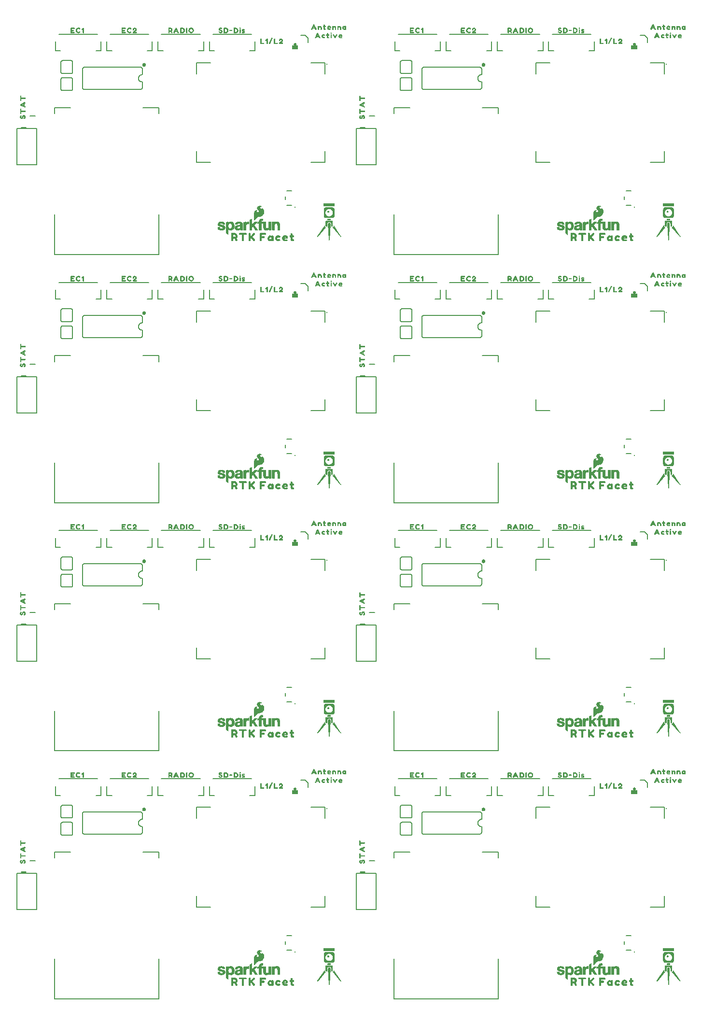
<source format=gto>
G04 EAGLE Gerber RS-274X export*
G75*
%MOMM*%
%FSLAX34Y34*%
%LPD*%
%INSilkscreen Top*%
%IPPOS*%
%AMOC8*
5,1,8,0,0,1.08239X$1,22.5*%
G01*
%ADD10C,0.203200*%
%ADD11C,0.282838*%
%ADD12C,0.177800*%
%ADD13C,0.254000*%
%ADD14C,0.152400*%
%ADD15C,0.254000*%
%ADD16C,0.127000*%

G36*
X560473Y935326D02*
X560473Y935326D01*
X560475Y935324D01*
X561375Y935424D01*
X561383Y935431D01*
X561388Y935427D01*
X561887Y935627D01*
X562186Y935726D01*
X562190Y935733D01*
X562195Y935731D01*
X562695Y936031D01*
X562697Y936036D01*
X562701Y936035D01*
X563201Y936435D01*
X563202Y936439D01*
X563205Y936438D01*
X563805Y937038D01*
X563806Y937050D01*
X563814Y937051D01*
X564214Y937851D01*
X564213Y937856D01*
X564217Y937858D01*
X564417Y938458D01*
X564416Y938461D01*
X564417Y938463D01*
X564413Y938468D01*
X564419Y938473D01*
X564419Y938769D01*
X564519Y939365D01*
X564516Y939371D01*
X564519Y939373D01*
X564519Y950173D01*
X564517Y950177D01*
X564519Y950179D01*
X564419Y951079D01*
X564414Y951084D01*
X564417Y951089D01*
X564217Y951689D01*
X564212Y951692D01*
X564214Y951695D01*
X563814Y952495D01*
X563808Y952498D01*
X563809Y952503D01*
X563509Y952903D01*
X563498Y952906D01*
X563497Y952914D01*
X563201Y953111D01*
X562805Y953508D01*
X562796Y953509D01*
X562795Y953515D01*
X562295Y953815D01*
X562287Y953815D01*
X562286Y953820D01*
X561086Y954220D01*
X561075Y954216D01*
X561070Y954222D01*
X549070Y954222D01*
X549061Y954216D01*
X549054Y954220D01*
X548757Y954121D01*
X548260Y954021D01*
X548251Y954011D01*
X548243Y954014D01*
X547944Y953815D01*
X546945Y953215D01*
X546941Y953207D01*
X546935Y953208D01*
X546735Y953008D01*
X546735Y953004D01*
X546732Y953004D01*
X546332Y952504D01*
X546331Y952499D01*
X546328Y952499D01*
X546028Y951999D01*
X546029Y951991D01*
X546023Y951989D01*
X545723Y951089D01*
X545727Y951078D01*
X545721Y951073D01*
X545721Y950777D01*
X545621Y950181D01*
X545624Y950176D01*
X545621Y950173D01*
X545621Y939373D01*
X545624Y939369D01*
X545621Y939367D01*
X545721Y938567D01*
X545726Y938562D01*
X545723Y938558D01*
X546023Y937658D01*
X546030Y937653D01*
X546028Y937648D01*
X546328Y937148D01*
X546332Y937146D01*
X546332Y937142D01*
X546732Y936642D01*
X546736Y936641D01*
X546735Y936638D01*
X547335Y936038D01*
X547344Y936037D01*
X547345Y936031D01*
X547845Y935731D01*
X547853Y935732D01*
X547854Y935726D01*
X548754Y935426D01*
X548765Y935430D01*
X548770Y935424D01*
X549066Y935424D01*
X549662Y935325D01*
X549667Y935327D01*
X549670Y935324D01*
X560470Y935324D01*
X560473Y935326D01*
G37*
G36*
X1155545Y935326D02*
X1155545Y935326D01*
X1155547Y935324D01*
X1156447Y935424D01*
X1156454Y935431D01*
X1156459Y935427D01*
X1156958Y935627D01*
X1157257Y935726D01*
X1157261Y935733D01*
X1157267Y935731D01*
X1157767Y936031D01*
X1157768Y936036D01*
X1157772Y936035D01*
X1158272Y936435D01*
X1158273Y936439D01*
X1158276Y936438D01*
X1158876Y937038D01*
X1158878Y937050D01*
X1158885Y937051D01*
X1159285Y937851D01*
X1159284Y937856D01*
X1159288Y937858D01*
X1159488Y938458D01*
X1159487Y938461D01*
X1159489Y938463D01*
X1159484Y938468D01*
X1159490Y938473D01*
X1159490Y938769D01*
X1159590Y939365D01*
X1159587Y939371D01*
X1159590Y939373D01*
X1159590Y950173D01*
X1159588Y950177D01*
X1159590Y950179D01*
X1159490Y951079D01*
X1159485Y951084D01*
X1159488Y951089D01*
X1159288Y951689D01*
X1159284Y951692D01*
X1159285Y951695D01*
X1158885Y952495D01*
X1158879Y952498D01*
X1158881Y952503D01*
X1158581Y952903D01*
X1158569Y952906D01*
X1158569Y952914D01*
X1158273Y953111D01*
X1157876Y953508D01*
X1157867Y953509D01*
X1157867Y953515D01*
X1157367Y953815D01*
X1157359Y953815D01*
X1157357Y953820D01*
X1156157Y954220D01*
X1156146Y954216D01*
X1156141Y954222D01*
X1144141Y954222D01*
X1144132Y954216D01*
X1144126Y954220D01*
X1143829Y954121D01*
X1143332Y954021D01*
X1143322Y954011D01*
X1143314Y954014D01*
X1143015Y953815D01*
X1142016Y953215D01*
X1142013Y953207D01*
X1142006Y953208D01*
X1141806Y953008D01*
X1141806Y953004D01*
X1141803Y953004D01*
X1141403Y952504D01*
X1141403Y952499D01*
X1141399Y952499D01*
X1141099Y951999D01*
X1141100Y951991D01*
X1141094Y951989D01*
X1140794Y951089D01*
X1140798Y951078D01*
X1140792Y951073D01*
X1140792Y950777D01*
X1140693Y950181D01*
X1140695Y950176D01*
X1140692Y950173D01*
X1140692Y939373D01*
X1140695Y939369D01*
X1140692Y939367D01*
X1140792Y938567D01*
X1140797Y938562D01*
X1140794Y938558D01*
X1141094Y937658D01*
X1141101Y937653D01*
X1141099Y937648D01*
X1141399Y937148D01*
X1141404Y937146D01*
X1141403Y937142D01*
X1141803Y936642D01*
X1141807Y936641D01*
X1141806Y936638D01*
X1142406Y936038D01*
X1142415Y936037D01*
X1142416Y936031D01*
X1142916Y935731D01*
X1142924Y935732D01*
X1142926Y935726D01*
X1143826Y935426D01*
X1143836Y935430D01*
X1143841Y935424D01*
X1144137Y935424D01*
X1144733Y935325D01*
X1144739Y935327D01*
X1144741Y935324D01*
X1155541Y935324D01*
X1155545Y935326D01*
G37*
G36*
X1155545Y1370403D02*
X1155545Y1370403D01*
X1155547Y1370401D01*
X1156447Y1370501D01*
X1156454Y1370508D01*
X1156459Y1370504D01*
X1156958Y1370704D01*
X1157257Y1370803D01*
X1157261Y1370810D01*
X1157267Y1370808D01*
X1157767Y1371108D01*
X1157768Y1371112D01*
X1157772Y1371111D01*
X1158272Y1371511D01*
X1158273Y1371515D01*
X1158276Y1371515D01*
X1158876Y1372115D01*
X1158878Y1372126D01*
X1158885Y1372128D01*
X1159285Y1372928D01*
X1159284Y1372933D01*
X1159288Y1372934D01*
X1159488Y1373534D01*
X1159487Y1373538D01*
X1159489Y1373539D01*
X1159484Y1373545D01*
X1159490Y1373550D01*
X1159490Y1373846D01*
X1159590Y1374442D01*
X1159587Y1374447D01*
X1159590Y1374450D01*
X1159590Y1385250D01*
X1159588Y1385253D01*
X1159590Y1385255D01*
X1159490Y1386155D01*
X1159485Y1386161D01*
X1159488Y1386165D01*
X1159288Y1386765D01*
X1159284Y1386768D01*
X1159285Y1386772D01*
X1158885Y1387572D01*
X1158879Y1387575D01*
X1158881Y1387579D01*
X1158581Y1387979D01*
X1158569Y1387983D01*
X1158569Y1387991D01*
X1158273Y1388188D01*
X1157876Y1388585D01*
X1157867Y1388586D01*
X1157867Y1388592D01*
X1157367Y1388892D01*
X1157359Y1388891D01*
X1157357Y1388897D01*
X1156157Y1389297D01*
X1156146Y1389293D01*
X1156141Y1389299D01*
X1144141Y1389299D01*
X1144132Y1389292D01*
X1144126Y1389297D01*
X1143829Y1389198D01*
X1143332Y1389098D01*
X1143322Y1389088D01*
X1143314Y1389091D01*
X1143015Y1388891D01*
X1142016Y1388292D01*
X1142013Y1388284D01*
X1142006Y1388285D01*
X1141806Y1388085D01*
X1141806Y1388081D01*
X1141803Y1388081D01*
X1141403Y1387581D01*
X1141403Y1387576D01*
X1141399Y1387575D01*
X1141099Y1387075D01*
X1141100Y1387067D01*
X1141094Y1387065D01*
X1140794Y1386165D01*
X1140798Y1386155D01*
X1140792Y1386150D01*
X1140792Y1385854D01*
X1140693Y1385258D01*
X1140695Y1385252D01*
X1140692Y1385250D01*
X1140692Y1374450D01*
X1140695Y1374446D01*
X1140692Y1374444D01*
X1140792Y1373644D01*
X1140797Y1373639D01*
X1140794Y1373634D01*
X1141094Y1372734D01*
X1141101Y1372730D01*
X1141099Y1372724D01*
X1141399Y1372224D01*
X1141404Y1372223D01*
X1141403Y1372219D01*
X1141803Y1371719D01*
X1141807Y1371718D01*
X1141806Y1371715D01*
X1142406Y1371115D01*
X1142415Y1371114D01*
X1142416Y1371108D01*
X1142916Y1370808D01*
X1142924Y1370808D01*
X1142926Y1370803D01*
X1143826Y1370503D01*
X1143836Y1370507D01*
X1143841Y1370501D01*
X1144137Y1370501D01*
X1144733Y1370401D01*
X1144739Y1370404D01*
X1144741Y1370401D01*
X1155541Y1370401D01*
X1155545Y1370403D01*
G37*
G36*
X1155545Y65173D02*
X1155545Y65173D01*
X1155547Y65171D01*
X1156447Y65271D01*
X1156454Y65278D01*
X1156459Y65274D01*
X1156958Y65474D01*
X1157257Y65573D01*
X1157261Y65580D01*
X1157267Y65578D01*
X1157767Y65878D01*
X1157768Y65882D01*
X1157772Y65882D01*
X1158272Y66282D01*
X1158273Y66286D01*
X1158276Y66285D01*
X1158876Y66885D01*
X1158878Y66897D01*
X1158885Y66898D01*
X1159285Y67698D01*
X1159284Y67703D01*
X1159288Y67704D01*
X1159488Y68304D01*
X1159487Y68308D01*
X1159489Y68309D01*
X1159484Y68315D01*
X1159490Y68320D01*
X1159490Y68616D01*
X1159590Y69212D01*
X1159587Y69217D01*
X1159590Y69220D01*
X1159590Y80020D01*
X1159588Y80023D01*
X1159590Y80025D01*
X1159490Y80925D01*
X1159485Y80931D01*
X1159488Y80936D01*
X1159288Y81536D01*
X1159284Y81539D01*
X1159285Y81542D01*
X1158885Y82342D01*
X1158879Y82345D01*
X1158881Y82350D01*
X1158581Y82750D01*
X1158569Y82753D01*
X1158569Y82761D01*
X1158273Y82958D01*
X1157876Y83355D01*
X1157867Y83356D01*
X1157867Y83362D01*
X1157367Y83662D01*
X1157359Y83661D01*
X1157357Y83667D01*
X1156157Y84067D01*
X1156146Y84063D01*
X1156141Y84069D01*
X1144141Y84069D01*
X1144132Y84062D01*
X1144126Y84067D01*
X1143829Y83968D01*
X1143332Y83868D01*
X1143322Y83858D01*
X1143314Y83861D01*
X1143015Y83662D01*
X1142016Y83062D01*
X1142013Y83054D01*
X1142006Y83055D01*
X1141806Y82855D01*
X1141806Y82851D01*
X1141803Y82851D01*
X1141403Y82351D01*
X1141403Y82346D01*
X1141399Y82345D01*
X1141099Y81845D01*
X1141100Y81837D01*
X1141094Y81836D01*
X1140794Y80936D01*
X1140798Y80925D01*
X1140792Y80920D01*
X1140792Y80624D01*
X1140693Y80028D01*
X1140695Y80023D01*
X1140692Y80020D01*
X1140692Y69220D01*
X1140695Y69216D01*
X1140692Y69214D01*
X1140792Y68414D01*
X1140797Y68409D01*
X1140794Y68404D01*
X1141094Y67504D01*
X1141101Y67500D01*
X1141099Y67495D01*
X1141399Y66995D01*
X1141404Y66993D01*
X1141403Y66989D01*
X1141803Y66489D01*
X1141807Y66488D01*
X1141806Y66485D01*
X1142406Y65885D01*
X1142415Y65884D01*
X1142416Y65878D01*
X1142916Y65578D01*
X1142924Y65579D01*
X1142926Y65573D01*
X1143826Y65273D01*
X1143836Y65277D01*
X1143841Y65271D01*
X1144137Y65271D01*
X1144733Y65171D01*
X1144739Y65174D01*
X1144741Y65171D01*
X1155541Y65171D01*
X1155545Y65173D01*
G37*
G36*
X560473Y65173D02*
X560473Y65173D01*
X560475Y65171D01*
X561375Y65271D01*
X561383Y65278D01*
X561388Y65274D01*
X561887Y65474D01*
X562186Y65573D01*
X562190Y65580D01*
X562195Y65578D01*
X562695Y65878D01*
X562697Y65882D01*
X562701Y65882D01*
X563201Y66282D01*
X563202Y66286D01*
X563205Y66285D01*
X563805Y66885D01*
X563806Y66897D01*
X563814Y66898D01*
X564214Y67698D01*
X564213Y67703D01*
X564217Y67704D01*
X564417Y68304D01*
X564416Y68308D01*
X564417Y68309D01*
X564413Y68315D01*
X564419Y68320D01*
X564419Y68616D01*
X564519Y69212D01*
X564516Y69217D01*
X564519Y69220D01*
X564519Y80020D01*
X564517Y80023D01*
X564519Y80025D01*
X564419Y80925D01*
X564414Y80931D01*
X564417Y80936D01*
X564217Y81536D01*
X564212Y81539D01*
X564214Y81542D01*
X563814Y82342D01*
X563808Y82345D01*
X563809Y82350D01*
X563509Y82750D01*
X563498Y82753D01*
X563497Y82761D01*
X563201Y82958D01*
X562805Y83355D01*
X562796Y83356D01*
X562795Y83362D01*
X562295Y83662D01*
X562287Y83661D01*
X562286Y83667D01*
X561086Y84067D01*
X561075Y84063D01*
X561070Y84069D01*
X549070Y84069D01*
X549061Y84062D01*
X549054Y84067D01*
X548757Y83968D01*
X548260Y83868D01*
X548251Y83858D01*
X548243Y83861D01*
X547944Y83662D01*
X546945Y83062D01*
X546941Y83054D01*
X546935Y83055D01*
X546735Y82855D01*
X546735Y82851D01*
X546732Y82851D01*
X546332Y82351D01*
X546331Y82346D01*
X546328Y82345D01*
X546028Y81845D01*
X546029Y81837D01*
X546023Y81836D01*
X545723Y80936D01*
X545727Y80925D01*
X545721Y80920D01*
X545721Y80624D01*
X545621Y80028D01*
X545624Y80023D01*
X545621Y80020D01*
X545621Y69220D01*
X545624Y69216D01*
X545621Y69214D01*
X545721Y68414D01*
X545726Y68409D01*
X545723Y68404D01*
X546023Y67504D01*
X546030Y67500D01*
X546028Y67495D01*
X546328Y66995D01*
X546332Y66993D01*
X546332Y66989D01*
X546732Y66489D01*
X546736Y66488D01*
X546735Y66485D01*
X547335Y65885D01*
X547344Y65884D01*
X547345Y65878D01*
X547845Y65578D01*
X547853Y65579D01*
X547854Y65573D01*
X548754Y65273D01*
X548765Y65277D01*
X548770Y65271D01*
X549066Y65271D01*
X549662Y65171D01*
X549667Y65174D01*
X549670Y65171D01*
X560470Y65171D01*
X560473Y65173D01*
G37*
G36*
X560473Y1370403D02*
X560473Y1370403D01*
X560475Y1370401D01*
X561375Y1370501D01*
X561383Y1370508D01*
X561388Y1370504D01*
X561887Y1370704D01*
X562186Y1370803D01*
X562190Y1370810D01*
X562195Y1370808D01*
X562695Y1371108D01*
X562697Y1371112D01*
X562701Y1371111D01*
X563201Y1371511D01*
X563202Y1371515D01*
X563205Y1371515D01*
X563805Y1372115D01*
X563806Y1372126D01*
X563814Y1372128D01*
X564214Y1372928D01*
X564213Y1372933D01*
X564217Y1372934D01*
X564417Y1373534D01*
X564416Y1373538D01*
X564417Y1373539D01*
X564413Y1373545D01*
X564419Y1373550D01*
X564419Y1373846D01*
X564519Y1374442D01*
X564516Y1374447D01*
X564519Y1374450D01*
X564519Y1385250D01*
X564517Y1385253D01*
X564519Y1385255D01*
X564419Y1386155D01*
X564414Y1386161D01*
X564417Y1386165D01*
X564217Y1386765D01*
X564212Y1386768D01*
X564214Y1386772D01*
X563814Y1387572D01*
X563808Y1387575D01*
X563809Y1387579D01*
X563509Y1387979D01*
X563498Y1387983D01*
X563497Y1387991D01*
X563201Y1388188D01*
X562805Y1388585D01*
X562796Y1388586D01*
X562795Y1388592D01*
X562295Y1388892D01*
X562287Y1388891D01*
X562286Y1388897D01*
X561086Y1389297D01*
X561075Y1389293D01*
X561070Y1389299D01*
X549070Y1389299D01*
X549061Y1389292D01*
X549054Y1389297D01*
X548757Y1389198D01*
X548260Y1389098D01*
X548251Y1389088D01*
X548243Y1389091D01*
X547944Y1388891D01*
X546945Y1388292D01*
X546941Y1388284D01*
X546935Y1388285D01*
X546735Y1388085D01*
X546735Y1388081D01*
X546732Y1388081D01*
X546332Y1387581D01*
X546331Y1387576D01*
X546328Y1387575D01*
X546028Y1387075D01*
X546029Y1387067D01*
X546023Y1387065D01*
X545723Y1386165D01*
X545727Y1386155D01*
X545721Y1386150D01*
X545721Y1385854D01*
X545621Y1385258D01*
X545624Y1385252D01*
X545621Y1385250D01*
X545621Y1374450D01*
X545624Y1374446D01*
X545621Y1374444D01*
X545721Y1373644D01*
X545726Y1373639D01*
X545723Y1373634D01*
X546023Y1372734D01*
X546030Y1372730D01*
X546028Y1372724D01*
X546328Y1372224D01*
X546332Y1372223D01*
X546332Y1372219D01*
X546732Y1371719D01*
X546736Y1371718D01*
X546735Y1371715D01*
X547335Y1371115D01*
X547344Y1371114D01*
X547345Y1371108D01*
X547845Y1370808D01*
X547853Y1370808D01*
X547854Y1370803D01*
X548754Y1370503D01*
X548765Y1370507D01*
X548770Y1370501D01*
X549066Y1370501D01*
X549662Y1370401D01*
X549667Y1370404D01*
X549670Y1370401D01*
X560470Y1370401D01*
X560473Y1370403D01*
G37*
G36*
X1155545Y500250D02*
X1155545Y500250D01*
X1155547Y500248D01*
X1156447Y500348D01*
X1156454Y500354D01*
X1156459Y500351D01*
X1156958Y500550D01*
X1157257Y500650D01*
X1157261Y500657D01*
X1157267Y500654D01*
X1157767Y500954D01*
X1157768Y500959D01*
X1157772Y500958D01*
X1158272Y501358D01*
X1158273Y501362D01*
X1158276Y501362D01*
X1158876Y501962D01*
X1158878Y501973D01*
X1158885Y501975D01*
X1159285Y502775D01*
X1159284Y502780D01*
X1159288Y502781D01*
X1159488Y503381D01*
X1159487Y503385D01*
X1159489Y503386D01*
X1159484Y503392D01*
X1159490Y503397D01*
X1159490Y503692D01*
X1159590Y504289D01*
X1159587Y504294D01*
X1159590Y504297D01*
X1159590Y515097D01*
X1159588Y515100D01*
X1159590Y515102D01*
X1159490Y516002D01*
X1159485Y516008D01*
X1159488Y516012D01*
X1159288Y516612D01*
X1159284Y516615D01*
X1159285Y516619D01*
X1158885Y517419D01*
X1158879Y517422D01*
X1158881Y517426D01*
X1158581Y517826D01*
X1158569Y517829D01*
X1158569Y517838D01*
X1158273Y518035D01*
X1157876Y518431D01*
X1157867Y518433D01*
X1157867Y518439D01*
X1157367Y518739D01*
X1157359Y518738D01*
X1157357Y518743D01*
X1156157Y519143D01*
X1156146Y519140D01*
X1156141Y519146D01*
X1144141Y519146D01*
X1144132Y519139D01*
X1144126Y519143D01*
X1143829Y519044D01*
X1143332Y518945D01*
X1143322Y518935D01*
X1143314Y518938D01*
X1143015Y518738D01*
X1142016Y518139D01*
X1142013Y518131D01*
X1142006Y518131D01*
X1141806Y517931D01*
X1141806Y517927D01*
X1141803Y517927D01*
X1141403Y517427D01*
X1141403Y517422D01*
X1141399Y517422D01*
X1141099Y516922D01*
X1141100Y516914D01*
X1141094Y516912D01*
X1140794Y516012D01*
X1140798Y516001D01*
X1140792Y515997D01*
X1140792Y515701D01*
X1140693Y515105D01*
X1140695Y515099D01*
X1140692Y515097D01*
X1140692Y504297D01*
X1140695Y504293D01*
X1140692Y504291D01*
X1140792Y503491D01*
X1140797Y503485D01*
X1140794Y503481D01*
X1141094Y502581D01*
X1141101Y502577D01*
X1141099Y502571D01*
X1141399Y502071D01*
X1141404Y502069D01*
X1141403Y502066D01*
X1141803Y501566D01*
X1141807Y501565D01*
X1141806Y501562D01*
X1142406Y500962D01*
X1142415Y500961D01*
X1142416Y500954D01*
X1142916Y500654D01*
X1142924Y500655D01*
X1142926Y500650D01*
X1143826Y500350D01*
X1143836Y500354D01*
X1143841Y500347D01*
X1144137Y500347D01*
X1144733Y500248D01*
X1144739Y500251D01*
X1144741Y500247D01*
X1155541Y500247D01*
X1155545Y500250D01*
G37*
G36*
X560473Y500250D02*
X560473Y500250D01*
X560475Y500248D01*
X561375Y500348D01*
X561383Y500354D01*
X561388Y500351D01*
X561887Y500550D01*
X562186Y500650D01*
X562190Y500657D01*
X562195Y500654D01*
X562695Y500954D01*
X562697Y500959D01*
X562701Y500958D01*
X563201Y501358D01*
X563202Y501362D01*
X563205Y501362D01*
X563805Y501962D01*
X563806Y501973D01*
X563814Y501975D01*
X564214Y502775D01*
X564213Y502780D01*
X564217Y502781D01*
X564417Y503381D01*
X564416Y503385D01*
X564417Y503386D01*
X564413Y503392D01*
X564419Y503397D01*
X564419Y503692D01*
X564519Y504289D01*
X564516Y504294D01*
X564519Y504297D01*
X564519Y515097D01*
X564517Y515100D01*
X564519Y515102D01*
X564419Y516002D01*
X564414Y516008D01*
X564417Y516012D01*
X564217Y516612D01*
X564212Y516615D01*
X564214Y516619D01*
X563814Y517419D01*
X563808Y517422D01*
X563809Y517426D01*
X563509Y517826D01*
X563498Y517829D01*
X563497Y517838D01*
X563201Y518035D01*
X562805Y518431D01*
X562796Y518433D01*
X562795Y518439D01*
X562295Y518739D01*
X562287Y518738D01*
X562286Y518743D01*
X561086Y519143D01*
X561075Y519140D01*
X561070Y519146D01*
X549070Y519146D01*
X549061Y519139D01*
X549054Y519143D01*
X548757Y519044D01*
X548260Y518945D01*
X548251Y518935D01*
X548243Y518938D01*
X547944Y518738D01*
X546945Y518139D01*
X546941Y518131D01*
X546935Y518131D01*
X546735Y517931D01*
X546735Y517927D01*
X546732Y517927D01*
X546332Y517427D01*
X546331Y517422D01*
X546328Y517422D01*
X546028Y516922D01*
X546029Y516914D01*
X546023Y516912D01*
X545723Y516012D01*
X545727Y516001D01*
X545721Y515997D01*
X545721Y515701D01*
X545621Y515105D01*
X545624Y515099D01*
X545621Y515097D01*
X545621Y504297D01*
X545624Y504293D01*
X545621Y504291D01*
X545721Y503491D01*
X545726Y503485D01*
X545723Y503481D01*
X546023Y502581D01*
X546030Y502577D01*
X546028Y502571D01*
X546328Y502071D01*
X546332Y502069D01*
X546332Y502066D01*
X546732Y501566D01*
X546736Y501565D01*
X546735Y501562D01*
X547335Y500962D01*
X547344Y500961D01*
X547345Y500954D01*
X547845Y500654D01*
X547853Y500655D01*
X547854Y500650D01*
X548754Y500350D01*
X548765Y500354D01*
X548770Y500347D01*
X549066Y500347D01*
X549662Y500248D01*
X549667Y500251D01*
X549670Y500247D01*
X560470Y500247D01*
X560473Y500250D01*
G37*
G36*
X424036Y60886D02*
X424036Y60886D01*
X424063Y60883D01*
X424120Y60905D01*
X424179Y60919D01*
X424199Y60936D01*
X424225Y60946D01*
X424283Y61005D01*
X424312Y61029D01*
X424317Y61039D01*
X424326Y61049D01*
X424506Y61318D01*
X424779Y61591D01*
X424791Y61611D01*
X424814Y61632D01*
X425098Y62010D01*
X425579Y62491D01*
X425587Y62504D01*
X425602Y62517D01*
X426091Y63103D01*
X426679Y63691D01*
X426693Y63714D01*
X426719Y63739D01*
X427201Y64413D01*
X428479Y65691D01*
X428487Y65704D01*
X428502Y65717D01*
X428978Y66287D01*
X429928Y67047D01*
X430344Y67297D01*
X430841Y67380D01*
X432710Y67380D01*
X432736Y67386D01*
X432773Y67385D01*
X433973Y67585D01*
X433988Y67592D01*
X434010Y67593D01*
X435110Y67893D01*
X435127Y67902D01*
X435151Y67907D01*
X436151Y68307D01*
X436173Y68322D01*
X436206Y68334D01*
X437206Y68934D01*
X437226Y68954D01*
X437260Y68974D01*
X438060Y69674D01*
X438067Y69683D01*
X438079Y69691D01*
X438879Y70491D01*
X438890Y70509D01*
X438910Y70527D01*
X439610Y71427D01*
X439621Y71450D01*
X439642Y71475D01*
X440642Y73275D01*
X440652Y73310D01*
X440676Y73358D01*
X441176Y75158D01*
X441178Y75192D01*
X441190Y75239D01*
X441290Y77039D01*
X441283Y77075D01*
X441284Y77130D01*
X440984Y78730D01*
X440973Y78754D01*
X440968Y78788D01*
X440468Y80188D01*
X440452Y80213D01*
X440438Y80252D01*
X439738Y81452D01*
X439717Y81474D01*
X439694Y81513D01*
X438894Y82413D01*
X438890Y82416D01*
X438780Y82500D01*
X437980Y82900D01*
X437970Y82902D01*
X437964Y82907D01*
X437925Y82914D01*
X437882Y82933D01*
X437847Y82932D01*
X437812Y82940D01*
X437761Y82929D01*
X437709Y82927D01*
X437678Y82910D01*
X437643Y82901D01*
X437603Y82869D01*
X437557Y82844D01*
X437536Y82815D01*
X437509Y82792D01*
X437487Y82745D01*
X437457Y82702D01*
X437449Y82661D01*
X437437Y82634D01*
X437437Y82628D01*
X437437Y82626D01*
X437438Y82601D01*
X437430Y82560D01*
X437430Y81822D01*
X437291Y81404D01*
X437142Y81305D01*
X436948Y81240D01*
X436400Y81240D01*
X435701Y81590D01*
X435430Y81771D01*
X435038Y82064D01*
X435029Y82068D01*
X435021Y82076D01*
X434752Y82256D01*
X434523Y82485D01*
X434350Y82830D01*
X434337Y82846D01*
X434326Y82871D01*
X434163Y83116D01*
X434079Y83452D01*
X434073Y83464D01*
X434071Y83480D01*
X434011Y83660D01*
X434062Y83814D01*
X434150Y83990D01*
X434156Y84013D01*
X434171Y84040D01*
X434255Y84292D01*
X434390Y84495D01*
X434711Y84735D01*
X434990Y84875D01*
X435034Y84897D01*
X435485Y84987D01*
X435492Y84991D01*
X435502Y84991D01*
X435857Y85080D01*
X436048Y85080D01*
X436290Y84999D01*
X436327Y84996D01*
X436410Y84980D01*
X436710Y84980D01*
X436735Y84986D01*
X436761Y84983D01*
X436819Y85005D01*
X436879Y85019D01*
X436899Y85036D01*
X436923Y85045D01*
X436965Y85090D01*
X437012Y85129D01*
X437023Y85153D01*
X437040Y85172D01*
X437058Y85231D01*
X437083Y85288D01*
X437082Y85313D01*
X437090Y85338D01*
X437079Y85399D01*
X437077Y85461D01*
X437064Y85483D01*
X437060Y85509D01*
X437012Y85580D01*
X436994Y85613D01*
X436986Y85619D01*
X436979Y85629D01*
X436879Y85729D01*
X436859Y85741D01*
X436838Y85764D01*
X436438Y86064D01*
X436412Y86076D01*
X436380Y86100D01*
X435780Y86400D01*
X435763Y86404D01*
X435744Y86416D01*
X434944Y86716D01*
X434937Y86717D01*
X434930Y86721D01*
X434030Y87021D01*
X433993Y87024D01*
X433910Y87040D01*
X432910Y87040D01*
X432882Y87034D01*
X432842Y87034D01*
X431742Y86834D01*
X431707Y86819D01*
X431628Y86794D01*
X430528Y86194D01*
X430502Y86171D01*
X430457Y86144D01*
X429557Y85344D01*
X429538Y85316D01*
X429501Y85281D01*
X429001Y84581D01*
X428986Y84545D01*
X428949Y84480D01*
X428649Y83580D01*
X428646Y83543D01*
X428630Y83460D01*
X428630Y82660D01*
X428637Y82627D01*
X428639Y82578D01*
X428839Y81678D01*
X428856Y81642D01*
X428878Y81575D01*
X429378Y80675D01*
X429400Y80651D01*
X429424Y80610D01*
X430124Y79810D01*
X430125Y79809D01*
X430126Y79807D01*
X430275Y79639D01*
X430613Y79259D01*
X430924Y78909D01*
X431584Y78155D01*
X431830Y77582D01*
X431830Y77022D01*
X431671Y76545D01*
X431350Y76144D01*
X430854Y75813D01*
X430163Y75640D01*
X429448Y75640D01*
X429019Y75726D01*
X428588Y75898D01*
X428352Y76056D01*
X428123Y76285D01*
X427962Y76606D01*
X427890Y76822D01*
X427890Y76998D01*
X427955Y77192D01*
X428106Y77418D01*
X428415Y77728D01*
X428630Y77799D01*
X428650Y77812D01*
X428680Y77820D01*
X429080Y78020D01*
X429109Y78044D01*
X429179Y78091D01*
X429279Y78191D01*
X429292Y78212D01*
X429311Y78228D01*
X429337Y78285D01*
X429370Y78338D01*
X429373Y78363D01*
X429383Y78386D01*
X429381Y78449D01*
X429387Y78511D01*
X429378Y78534D01*
X429377Y78559D01*
X429347Y78614D01*
X429325Y78673D01*
X429307Y78690D01*
X429295Y78712D01*
X429225Y78766D01*
X429198Y78790D01*
X429189Y78793D01*
X429180Y78800D01*
X428980Y78900D01*
X428965Y78904D01*
X428952Y78913D01*
X428818Y78939D01*
X428812Y78940D01*
X428811Y78940D01*
X428810Y78940D01*
X428657Y78940D01*
X428302Y79029D01*
X428266Y79029D01*
X428210Y79040D01*
X427410Y79040D01*
X427384Y79034D01*
X427348Y79035D01*
X426748Y78935D01*
X426717Y78922D01*
X426669Y78913D01*
X425669Y78513D01*
X425638Y78491D01*
X425582Y78464D01*
X425198Y78176D01*
X424714Y77886D01*
X424700Y77872D01*
X424681Y77863D01*
X424611Y77786D01*
X424590Y77765D01*
X424588Y77760D01*
X424584Y77756D01*
X424284Y77256D01*
X424280Y77243D01*
X424270Y77230D01*
X423970Y76630D01*
X423964Y76607D01*
X423949Y76580D01*
X423749Y75980D01*
X423746Y75947D01*
X423732Y75902D01*
X423532Y74102D01*
X423534Y74083D01*
X423530Y74060D01*
X423530Y61260D01*
X423541Y61210D01*
X423543Y61159D01*
X423561Y61127D01*
X423569Y61091D01*
X423602Y61052D01*
X423626Y61007D01*
X423656Y60986D01*
X423679Y60958D01*
X423726Y60937D01*
X423768Y60907D01*
X423810Y60899D01*
X423838Y60887D01*
X423868Y60888D01*
X423910Y60880D01*
X424010Y60880D01*
X424036Y60886D01*
G37*
G36*
X1019107Y60886D02*
X1019107Y60886D01*
X1019134Y60883D01*
X1019191Y60905D01*
X1019250Y60919D01*
X1019271Y60936D01*
X1019296Y60946D01*
X1019354Y61005D01*
X1019384Y61029D01*
X1019388Y61039D01*
X1019398Y61049D01*
X1019577Y61318D01*
X1019850Y61591D01*
X1019862Y61611D01*
X1019885Y61632D01*
X1020169Y62010D01*
X1020650Y62491D01*
X1020658Y62504D01*
X1020673Y62517D01*
X1021162Y63103D01*
X1021750Y63691D01*
X1021764Y63714D01*
X1021791Y63739D01*
X1022272Y64414D01*
X1023550Y65691D01*
X1023558Y65704D01*
X1023573Y65717D01*
X1024049Y66287D01*
X1024999Y67047D01*
X1025415Y67297D01*
X1025913Y67380D01*
X1027781Y67380D01*
X1027807Y67386D01*
X1027844Y67385D01*
X1029044Y67585D01*
X1029060Y67592D01*
X1029081Y67593D01*
X1030181Y67893D01*
X1030198Y67902D01*
X1030222Y67907D01*
X1031222Y68307D01*
X1031244Y68322D01*
X1031277Y68334D01*
X1032277Y68934D01*
X1032297Y68954D01*
X1032332Y68974D01*
X1033132Y69674D01*
X1033138Y69683D01*
X1033150Y69691D01*
X1033950Y70491D01*
X1033961Y70509D01*
X1033981Y70527D01*
X1034681Y71427D01*
X1034692Y71450D01*
X1034714Y71475D01*
X1035714Y73275D01*
X1035723Y73310D01*
X1035748Y73358D01*
X1036248Y75158D01*
X1036249Y75192D01*
X1036261Y75239D01*
X1036361Y77039D01*
X1036355Y77075D01*
X1036355Y77130D01*
X1036055Y78730D01*
X1036045Y78754D01*
X1036039Y78788D01*
X1035539Y80188D01*
X1035523Y80213D01*
X1035510Y80252D01*
X1034810Y81452D01*
X1034788Y81474D01*
X1034765Y81513D01*
X1033965Y82413D01*
X1033961Y82416D01*
X1033851Y82500D01*
X1033051Y82900D01*
X1033041Y82902D01*
X1033035Y82907D01*
X1032996Y82914D01*
X1032954Y82933D01*
X1032918Y82932D01*
X1032883Y82940D01*
X1032832Y82929D01*
X1032781Y82927D01*
X1032749Y82910D01*
X1032714Y82901D01*
X1032674Y82869D01*
X1032628Y82844D01*
X1032608Y82815D01*
X1032580Y82792D01*
X1032558Y82745D01*
X1032529Y82702D01*
X1032521Y82661D01*
X1032508Y82634D01*
X1032508Y82628D01*
X1032508Y82626D01*
X1032509Y82601D01*
X1032501Y82560D01*
X1032501Y81822D01*
X1032362Y81404D01*
X1032213Y81305D01*
X1032019Y81240D01*
X1031471Y81240D01*
X1030772Y81590D01*
X1030501Y81771D01*
X1030109Y82064D01*
X1030101Y82068D01*
X1030092Y82076D01*
X1029823Y82256D01*
X1029594Y82485D01*
X1029421Y82830D01*
X1029408Y82846D01*
X1029398Y82871D01*
X1029234Y83116D01*
X1029150Y83452D01*
X1029144Y83464D01*
X1029142Y83480D01*
X1029082Y83660D01*
X1029133Y83814D01*
X1029221Y83990D01*
X1029227Y84013D01*
X1029242Y84040D01*
X1029326Y84292D01*
X1029461Y84495D01*
X1029782Y84735D01*
X1030061Y84875D01*
X1030106Y84897D01*
X1030556Y84987D01*
X1030563Y84991D01*
X1030573Y84991D01*
X1030928Y85080D01*
X1031119Y85080D01*
X1031361Y84999D01*
X1031399Y84996D01*
X1031481Y84980D01*
X1031781Y84980D01*
X1031806Y84986D01*
X1031832Y84983D01*
X1031890Y85005D01*
X1031950Y85019D01*
X1031970Y85036D01*
X1031994Y85045D01*
X1032036Y85090D01*
X1032084Y85129D01*
X1032094Y85153D01*
X1032112Y85172D01*
X1032129Y85231D01*
X1032154Y85288D01*
X1032154Y85313D01*
X1032161Y85338D01*
X1032150Y85399D01*
X1032148Y85461D01*
X1032136Y85483D01*
X1032131Y85509D01*
X1032083Y85580D01*
X1032065Y85613D01*
X1032057Y85619D01*
X1032050Y85629D01*
X1031950Y85729D01*
X1031930Y85741D01*
X1031909Y85764D01*
X1031509Y86064D01*
X1031483Y86076D01*
X1031451Y86100D01*
X1030851Y86400D01*
X1030834Y86404D01*
X1030815Y86416D01*
X1030015Y86716D01*
X1030008Y86717D01*
X1030001Y86721D01*
X1029101Y87021D01*
X1029064Y87024D01*
X1028981Y87040D01*
X1027981Y87040D01*
X1027953Y87034D01*
X1027913Y87034D01*
X1026813Y86834D01*
X1026778Y86819D01*
X1026699Y86794D01*
X1025599Y86194D01*
X1025573Y86171D01*
X1025529Y86144D01*
X1024629Y85344D01*
X1024609Y85316D01*
X1024572Y85281D01*
X1024072Y84581D01*
X1024057Y84545D01*
X1024020Y84480D01*
X1023720Y83580D01*
X1023717Y83543D01*
X1023701Y83460D01*
X1023701Y82660D01*
X1023709Y82627D01*
X1023710Y82578D01*
X1023910Y81678D01*
X1023927Y81642D01*
X1023949Y81575D01*
X1024449Y80675D01*
X1024471Y80651D01*
X1024495Y80610D01*
X1025195Y79810D01*
X1025196Y79809D01*
X1025197Y79807D01*
X1025346Y79639D01*
X1025684Y79259D01*
X1025995Y78909D01*
X1026655Y78155D01*
X1026901Y77582D01*
X1026901Y77022D01*
X1026742Y76545D01*
X1026421Y76144D01*
X1025925Y75813D01*
X1025234Y75640D01*
X1024519Y75640D01*
X1024090Y75726D01*
X1023659Y75898D01*
X1023423Y76056D01*
X1023194Y76285D01*
X1023033Y76606D01*
X1022961Y76822D01*
X1022961Y76998D01*
X1023026Y77192D01*
X1023177Y77418D01*
X1023487Y77728D01*
X1023701Y77799D01*
X1023722Y77812D01*
X1023751Y77820D01*
X1024151Y78020D01*
X1024180Y78044D01*
X1024250Y78091D01*
X1024350Y78191D01*
X1024363Y78212D01*
X1024383Y78228D01*
X1024409Y78285D01*
X1024441Y78338D01*
X1024444Y78363D01*
X1024454Y78386D01*
X1024452Y78449D01*
X1024458Y78511D01*
X1024449Y78534D01*
X1024448Y78559D01*
X1024419Y78614D01*
X1024396Y78673D01*
X1024378Y78690D01*
X1024366Y78712D01*
X1024296Y78766D01*
X1024269Y78790D01*
X1024260Y78793D01*
X1024251Y78800D01*
X1024051Y78900D01*
X1024036Y78904D01*
X1024023Y78913D01*
X1023889Y78939D01*
X1023883Y78940D01*
X1023882Y78940D01*
X1023881Y78940D01*
X1023728Y78940D01*
X1023373Y79029D01*
X1023337Y79029D01*
X1023281Y79040D01*
X1022481Y79040D01*
X1022455Y79034D01*
X1022419Y79035D01*
X1021819Y78935D01*
X1021788Y78922D01*
X1021740Y78913D01*
X1020740Y78513D01*
X1020709Y78491D01*
X1020653Y78464D01*
X1020269Y78176D01*
X1019786Y77886D01*
X1019771Y77872D01*
X1019752Y77863D01*
X1019683Y77786D01*
X1019661Y77765D01*
X1019659Y77760D01*
X1019655Y77756D01*
X1019355Y77256D01*
X1019351Y77243D01*
X1019341Y77230D01*
X1019041Y76630D01*
X1019036Y76607D01*
X1019020Y76580D01*
X1018820Y75980D01*
X1018817Y75947D01*
X1018803Y75902D01*
X1018603Y74102D01*
X1018605Y74083D01*
X1018601Y74060D01*
X1018601Y61260D01*
X1018613Y61210D01*
X1018615Y61159D01*
X1018632Y61127D01*
X1018640Y61091D01*
X1018673Y61052D01*
X1018697Y61007D01*
X1018727Y60986D01*
X1018751Y60958D01*
X1018797Y60937D01*
X1018839Y60907D01*
X1018881Y60899D01*
X1018909Y60887D01*
X1018939Y60888D01*
X1018981Y60880D01*
X1019081Y60880D01*
X1019107Y60886D01*
G37*
G36*
X1019107Y931039D02*
X1019107Y931039D01*
X1019134Y931037D01*
X1019191Y931059D01*
X1019250Y931072D01*
X1019271Y931090D01*
X1019296Y931099D01*
X1019354Y931158D01*
X1019384Y931183D01*
X1019388Y931193D01*
X1019398Y931202D01*
X1019577Y931471D01*
X1019850Y931744D01*
X1019862Y931764D01*
X1019885Y931785D01*
X1020169Y932163D01*
X1020650Y932644D01*
X1020658Y932657D01*
X1020673Y932670D01*
X1021162Y933257D01*
X1021750Y933844D01*
X1021764Y933867D01*
X1021791Y933892D01*
X1022272Y934567D01*
X1023550Y935844D01*
X1023558Y935857D01*
X1023573Y935870D01*
X1024049Y936440D01*
X1024999Y937200D01*
X1025415Y937450D01*
X1025913Y937533D01*
X1027781Y937533D01*
X1027807Y937539D01*
X1027844Y937538D01*
X1029044Y937738D01*
X1029060Y937745D01*
X1029081Y937746D01*
X1030181Y938046D01*
X1030198Y938056D01*
X1030222Y938060D01*
X1031222Y938460D01*
X1031244Y938475D01*
X1031277Y938487D01*
X1032277Y939087D01*
X1032297Y939107D01*
X1032332Y939127D01*
X1033132Y939827D01*
X1033138Y939836D01*
X1033150Y939844D01*
X1033950Y940644D01*
X1033961Y940662D01*
X1033981Y940680D01*
X1034681Y941580D01*
X1034692Y941603D01*
X1034714Y941629D01*
X1035714Y943429D01*
X1035723Y943463D01*
X1035748Y943511D01*
X1036248Y945311D01*
X1036249Y945345D01*
X1036261Y945392D01*
X1036361Y947192D01*
X1036355Y947228D01*
X1036355Y947283D01*
X1036055Y948883D01*
X1036045Y948907D01*
X1036039Y948941D01*
X1035539Y950341D01*
X1035523Y950366D01*
X1035510Y950405D01*
X1034810Y951605D01*
X1034788Y951628D01*
X1034765Y951666D01*
X1033965Y952566D01*
X1033961Y952569D01*
X1033851Y952653D01*
X1033051Y953053D01*
X1033041Y953056D01*
X1033035Y953060D01*
X1032996Y953067D01*
X1032954Y953086D01*
X1032918Y953085D01*
X1032883Y953093D01*
X1032832Y953082D01*
X1032781Y953080D01*
X1032749Y953063D01*
X1032714Y953055D01*
X1032674Y953022D01*
X1032628Y952997D01*
X1032608Y952968D01*
X1032580Y952945D01*
X1032558Y952898D01*
X1032529Y952855D01*
X1032521Y952815D01*
X1032508Y952787D01*
X1032508Y952781D01*
X1032508Y952780D01*
X1032509Y952754D01*
X1032501Y952713D01*
X1032501Y951975D01*
X1032362Y951557D01*
X1032213Y951458D01*
X1032019Y951393D01*
X1031471Y951393D01*
X1030772Y951743D01*
X1030501Y951924D01*
X1030109Y952217D01*
X1030101Y952221D01*
X1030092Y952230D01*
X1029823Y952409D01*
X1029594Y952638D01*
X1029421Y952983D01*
X1029408Y952999D01*
X1029398Y953024D01*
X1029234Y953269D01*
X1029150Y953605D01*
X1029144Y953617D01*
X1029142Y953633D01*
X1029082Y953813D01*
X1029133Y953967D01*
X1029221Y954143D01*
X1029227Y954166D01*
X1029242Y954193D01*
X1029326Y954445D01*
X1029461Y954648D01*
X1029782Y954888D01*
X1030061Y955028D01*
X1030106Y955050D01*
X1030556Y955140D01*
X1030563Y955144D01*
X1030573Y955144D01*
X1030928Y955233D01*
X1031119Y955233D01*
X1031361Y955152D01*
X1031399Y955149D01*
X1031481Y955133D01*
X1031781Y955133D01*
X1031806Y955139D01*
X1031832Y955136D01*
X1031890Y955158D01*
X1031950Y955172D01*
X1031970Y955189D01*
X1031994Y955198D01*
X1032036Y955243D01*
X1032084Y955283D01*
X1032094Y955306D01*
X1032112Y955325D01*
X1032129Y955384D01*
X1032154Y955441D01*
X1032154Y955467D01*
X1032161Y955491D01*
X1032150Y955552D01*
X1032148Y955614D01*
X1032136Y955637D01*
X1032131Y955662D01*
X1032083Y955733D01*
X1032065Y955766D01*
X1032057Y955772D01*
X1032050Y955782D01*
X1031950Y955882D01*
X1031930Y955894D01*
X1031909Y955917D01*
X1031509Y956217D01*
X1031483Y956229D01*
X1031451Y956253D01*
X1030851Y956553D01*
X1030834Y956557D01*
X1030815Y956569D01*
X1030015Y956869D01*
X1030008Y956870D01*
X1030001Y956874D01*
X1029101Y957174D01*
X1029064Y957177D01*
X1028981Y957193D01*
X1027981Y957193D01*
X1027953Y957187D01*
X1027913Y957187D01*
X1026813Y956987D01*
X1026778Y956972D01*
X1026699Y956947D01*
X1025599Y956347D01*
X1025573Y956324D01*
X1025529Y956297D01*
X1024629Y955497D01*
X1024609Y955469D01*
X1024572Y955434D01*
X1024072Y954734D01*
X1024057Y954698D01*
X1024020Y954633D01*
X1023720Y953733D01*
X1023717Y953696D01*
X1023701Y953613D01*
X1023701Y952813D01*
X1023709Y952780D01*
X1023710Y952731D01*
X1023910Y951831D01*
X1023927Y951795D01*
X1023949Y951729D01*
X1024449Y950829D01*
X1024471Y950804D01*
X1024495Y950763D01*
X1025195Y949963D01*
X1025196Y949962D01*
X1025197Y949961D01*
X1025346Y949793D01*
X1025684Y949412D01*
X1025995Y949063D01*
X1026655Y948308D01*
X1026901Y947735D01*
X1026901Y947175D01*
X1026742Y946698D01*
X1026421Y946297D01*
X1025925Y945966D01*
X1025234Y945793D01*
X1024519Y945793D01*
X1024090Y945879D01*
X1023659Y946052D01*
X1023423Y946209D01*
X1023194Y946438D01*
X1023033Y946759D01*
X1022961Y946975D01*
X1022961Y947151D01*
X1023026Y947345D01*
X1023177Y947571D01*
X1023487Y947881D01*
X1023701Y947952D01*
X1023722Y947965D01*
X1023751Y947973D01*
X1024151Y948173D01*
X1024180Y948197D01*
X1024250Y948244D01*
X1024350Y948344D01*
X1024363Y948366D01*
X1024383Y948381D01*
X1024409Y948439D01*
X1024441Y948492D01*
X1024444Y948516D01*
X1024454Y948539D01*
X1024452Y948602D01*
X1024458Y948664D01*
X1024449Y948687D01*
X1024448Y948712D01*
X1024419Y948767D01*
X1024396Y948826D01*
X1024378Y948843D01*
X1024366Y948865D01*
X1024296Y948919D01*
X1024269Y948944D01*
X1024260Y948946D01*
X1024251Y948953D01*
X1024051Y949053D01*
X1024036Y949057D01*
X1024023Y949066D01*
X1023889Y949092D01*
X1023883Y949093D01*
X1023882Y949093D01*
X1023881Y949093D01*
X1023728Y949093D01*
X1023373Y949182D01*
X1023337Y949183D01*
X1023281Y949193D01*
X1022481Y949193D01*
X1022455Y949187D01*
X1022419Y949188D01*
X1021819Y949088D01*
X1021788Y949075D01*
X1021740Y949066D01*
X1020740Y948666D01*
X1020709Y948644D01*
X1020653Y948617D01*
X1020269Y948329D01*
X1019786Y948039D01*
X1019771Y948025D01*
X1019752Y948017D01*
X1019683Y947939D01*
X1019661Y947919D01*
X1019659Y947914D01*
X1019655Y947909D01*
X1019355Y947409D01*
X1019351Y947396D01*
X1019341Y947383D01*
X1019041Y946783D01*
X1019036Y946760D01*
X1019020Y946733D01*
X1018820Y946133D01*
X1018817Y946101D01*
X1018803Y946055D01*
X1018603Y944255D01*
X1018605Y944237D01*
X1018601Y944213D01*
X1018601Y931413D01*
X1018613Y931364D01*
X1018615Y931313D01*
X1018632Y931280D01*
X1018640Y931244D01*
X1018673Y931205D01*
X1018697Y931160D01*
X1018727Y931139D01*
X1018751Y931111D01*
X1018797Y931090D01*
X1018839Y931061D01*
X1018881Y931052D01*
X1018909Y931040D01*
X1018939Y931041D01*
X1018981Y931033D01*
X1019081Y931033D01*
X1019107Y931039D01*
G37*
G36*
X424036Y931039D02*
X424036Y931039D01*
X424063Y931037D01*
X424120Y931059D01*
X424179Y931072D01*
X424199Y931090D01*
X424225Y931099D01*
X424283Y931158D01*
X424312Y931183D01*
X424317Y931193D01*
X424326Y931202D01*
X424506Y931471D01*
X424779Y931744D01*
X424791Y931764D01*
X424814Y931785D01*
X425098Y932163D01*
X425579Y932644D01*
X425587Y932657D01*
X425602Y932670D01*
X426091Y933257D01*
X426679Y933844D01*
X426693Y933867D01*
X426719Y933892D01*
X427201Y934567D01*
X428479Y935844D01*
X428487Y935857D01*
X428502Y935870D01*
X428978Y936440D01*
X429928Y937200D01*
X430344Y937450D01*
X430841Y937533D01*
X432710Y937533D01*
X432736Y937539D01*
X432773Y937538D01*
X433973Y937738D01*
X433988Y937745D01*
X434010Y937746D01*
X435110Y938046D01*
X435127Y938056D01*
X435151Y938060D01*
X436151Y938460D01*
X436173Y938475D01*
X436206Y938487D01*
X437206Y939087D01*
X437226Y939107D01*
X437260Y939127D01*
X438060Y939827D01*
X438067Y939836D01*
X438079Y939844D01*
X438879Y940644D01*
X438890Y940662D01*
X438910Y940680D01*
X439610Y941580D01*
X439621Y941603D01*
X439642Y941629D01*
X440642Y943429D01*
X440652Y943463D01*
X440676Y943511D01*
X441176Y945311D01*
X441178Y945345D01*
X441190Y945392D01*
X441290Y947192D01*
X441283Y947228D01*
X441284Y947283D01*
X440984Y948883D01*
X440973Y948907D01*
X440968Y948941D01*
X440468Y950341D01*
X440452Y950366D01*
X440438Y950405D01*
X439738Y951605D01*
X439717Y951628D01*
X439694Y951666D01*
X438894Y952566D01*
X438890Y952569D01*
X438780Y952653D01*
X437980Y953053D01*
X437970Y953056D01*
X437964Y953060D01*
X437925Y953067D01*
X437882Y953086D01*
X437847Y953085D01*
X437812Y953093D01*
X437761Y953082D01*
X437709Y953080D01*
X437678Y953063D01*
X437643Y953055D01*
X437603Y953022D01*
X437557Y952997D01*
X437536Y952968D01*
X437509Y952945D01*
X437487Y952898D01*
X437457Y952855D01*
X437449Y952815D01*
X437437Y952787D01*
X437437Y952781D01*
X437437Y952780D01*
X437438Y952754D01*
X437430Y952713D01*
X437430Y951975D01*
X437291Y951557D01*
X437142Y951458D01*
X436948Y951393D01*
X436400Y951393D01*
X435701Y951743D01*
X435430Y951924D01*
X435038Y952217D01*
X435029Y952221D01*
X435021Y952230D01*
X434752Y952409D01*
X434523Y952638D01*
X434350Y952983D01*
X434337Y952999D01*
X434326Y953024D01*
X434163Y953269D01*
X434079Y953605D01*
X434073Y953617D01*
X434071Y953633D01*
X434011Y953813D01*
X434062Y953967D01*
X434150Y954143D01*
X434156Y954166D01*
X434171Y954193D01*
X434255Y954445D01*
X434390Y954648D01*
X434711Y954888D01*
X434990Y955028D01*
X435034Y955050D01*
X435485Y955140D01*
X435492Y955144D01*
X435502Y955144D01*
X435857Y955233D01*
X436048Y955233D01*
X436290Y955152D01*
X436327Y955149D01*
X436410Y955133D01*
X436710Y955133D01*
X436735Y955139D01*
X436761Y955136D01*
X436819Y955158D01*
X436879Y955172D01*
X436899Y955189D01*
X436923Y955198D01*
X436965Y955243D01*
X437012Y955283D01*
X437023Y955306D01*
X437040Y955325D01*
X437058Y955384D01*
X437083Y955441D01*
X437082Y955467D01*
X437090Y955491D01*
X437079Y955552D01*
X437077Y955614D01*
X437064Y955637D01*
X437060Y955662D01*
X437012Y955733D01*
X436994Y955766D01*
X436986Y955772D01*
X436979Y955782D01*
X436879Y955882D01*
X436859Y955894D01*
X436838Y955917D01*
X436438Y956217D01*
X436412Y956229D01*
X436380Y956253D01*
X435780Y956553D01*
X435763Y956557D01*
X435744Y956569D01*
X434944Y956869D01*
X434937Y956870D01*
X434930Y956874D01*
X434030Y957174D01*
X433993Y957177D01*
X433910Y957193D01*
X432910Y957193D01*
X432882Y957187D01*
X432842Y957187D01*
X431742Y956987D01*
X431707Y956972D01*
X431628Y956947D01*
X430528Y956347D01*
X430502Y956324D01*
X430457Y956297D01*
X429557Y955497D01*
X429538Y955469D01*
X429501Y955434D01*
X429001Y954734D01*
X428986Y954698D01*
X428949Y954633D01*
X428649Y953733D01*
X428646Y953696D01*
X428630Y953613D01*
X428630Y952813D01*
X428637Y952780D01*
X428639Y952731D01*
X428839Y951831D01*
X428856Y951795D01*
X428878Y951729D01*
X429378Y950829D01*
X429400Y950804D01*
X429424Y950763D01*
X430124Y949963D01*
X430125Y949962D01*
X430126Y949961D01*
X430275Y949793D01*
X430613Y949412D01*
X430924Y949063D01*
X431584Y948308D01*
X431830Y947735D01*
X431830Y947175D01*
X431671Y946698D01*
X431350Y946297D01*
X430854Y945966D01*
X430163Y945793D01*
X429448Y945793D01*
X429019Y945879D01*
X428588Y946052D01*
X428352Y946209D01*
X428123Y946438D01*
X427962Y946759D01*
X427890Y946975D01*
X427890Y947151D01*
X427955Y947345D01*
X428106Y947571D01*
X428415Y947881D01*
X428630Y947952D01*
X428650Y947965D01*
X428680Y947973D01*
X429080Y948173D01*
X429109Y948197D01*
X429179Y948244D01*
X429279Y948344D01*
X429292Y948366D01*
X429311Y948381D01*
X429337Y948439D01*
X429370Y948492D01*
X429373Y948516D01*
X429383Y948539D01*
X429381Y948602D01*
X429387Y948664D01*
X429378Y948687D01*
X429377Y948712D01*
X429347Y948767D01*
X429325Y948826D01*
X429307Y948843D01*
X429295Y948865D01*
X429225Y948919D01*
X429198Y948944D01*
X429189Y948946D01*
X429180Y948953D01*
X428980Y949053D01*
X428965Y949057D01*
X428952Y949066D01*
X428818Y949092D01*
X428812Y949093D01*
X428811Y949093D01*
X428810Y949093D01*
X428657Y949093D01*
X428302Y949182D01*
X428266Y949183D01*
X428210Y949193D01*
X427410Y949193D01*
X427384Y949187D01*
X427348Y949188D01*
X426748Y949088D01*
X426717Y949075D01*
X426669Y949066D01*
X425669Y948666D01*
X425638Y948644D01*
X425582Y948617D01*
X425198Y948329D01*
X424714Y948039D01*
X424700Y948025D01*
X424681Y948017D01*
X424611Y947939D01*
X424590Y947919D01*
X424588Y947914D01*
X424584Y947909D01*
X424284Y947409D01*
X424280Y947396D01*
X424270Y947383D01*
X423970Y946783D01*
X423964Y946760D01*
X423949Y946733D01*
X423749Y946133D01*
X423746Y946101D01*
X423732Y946055D01*
X423532Y944255D01*
X423534Y944237D01*
X423530Y944213D01*
X423530Y931413D01*
X423541Y931364D01*
X423543Y931313D01*
X423561Y931280D01*
X423569Y931244D01*
X423602Y931205D01*
X423626Y931160D01*
X423656Y931139D01*
X423679Y931111D01*
X423726Y931090D01*
X423768Y931061D01*
X423810Y931052D01*
X423838Y931040D01*
X423868Y931041D01*
X423910Y931033D01*
X424010Y931033D01*
X424036Y931039D01*
G37*
G36*
X1019107Y1366116D02*
X1019107Y1366116D01*
X1019134Y1366113D01*
X1019191Y1366135D01*
X1019250Y1366149D01*
X1019271Y1366166D01*
X1019296Y1366176D01*
X1019354Y1366235D01*
X1019384Y1366259D01*
X1019388Y1366269D01*
X1019398Y1366279D01*
X1019577Y1366548D01*
X1019850Y1366821D01*
X1019862Y1366841D01*
X1019885Y1366862D01*
X1020169Y1367240D01*
X1020650Y1367721D01*
X1020658Y1367734D01*
X1020673Y1367746D01*
X1021162Y1368333D01*
X1021750Y1368921D01*
X1021764Y1368944D01*
X1021791Y1368969D01*
X1022272Y1369643D01*
X1023550Y1370921D01*
X1023558Y1370934D01*
X1023573Y1370946D01*
X1024049Y1371517D01*
X1024999Y1372277D01*
X1025415Y1372527D01*
X1025913Y1372610D01*
X1027781Y1372610D01*
X1027807Y1372616D01*
X1027844Y1372615D01*
X1029044Y1372815D01*
X1029060Y1372821D01*
X1029081Y1372823D01*
X1030181Y1373123D01*
X1030198Y1373132D01*
X1030222Y1373137D01*
X1031222Y1373537D01*
X1031244Y1373552D01*
X1031277Y1373564D01*
X1032277Y1374164D01*
X1032297Y1374184D01*
X1032332Y1374204D01*
X1033132Y1374904D01*
X1033138Y1374913D01*
X1033150Y1374921D01*
X1033950Y1375721D01*
X1033961Y1375739D01*
X1033981Y1375756D01*
X1034681Y1376656D01*
X1034692Y1376679D01*
X1034714Y1376705D01*
X1035714Y1378505D01*
X1035723Y1378540D01*
X1035748Y1378588D01*
X1036248Y1380388D01*
X1036249Y1380422D01*
X1036261Y1380469D01*
X1036361Y1382269D01*
X1036355Y1382304D01*
X1036355Y1382360D01*
X1036055Y1383960D01*
X1036045Y1383984D01*
X1036039Y1384018D01*
X1035539Y1385418D01*
X1035523Y1385443D01*
X1035510Y1385481D01*
X1034810Y1386681D01*
X1034788Y1386704D01*
X1034765Y1386742D01*
X1033965Y1387642D01*
X1033961Y1387645D01*
X1033851Y1387730D01*
X1033051Y1388130D01*
X1033041Y1388132D01*
X1033035Y1388136D01*
X1032996Y1388144D01*
X1032954Y1388163D01*
X1032918Y1388162D01*
X1032883Y1388170D01*
X1032832Y1388158D01*
X1032781Y1388157D01*
X1032749Y1388139D01*
X1032714Y1388131D01*
X1032674Y1388098D01*
X1032628Y1388074D01*
X1032608Y1388044D01*
X1032580Y1388022D01*
X1032558Y1387974D01*
X1032529Y1387932D01*
X1032521Y1387891D01*
X1032508Y1387864D01*
X1032508Y1387857D01*
X1032508Y1387856D01*
X1032509Y1387831D01*
X1032501Y1387790D01*
X1032501Y1387052D01*
X1032362Y1386634D01*
X1032213Y1386534D01*
X1032019Y1386470D01*
X1031471Y1386470D01*
X1030772Y1386819D01*
X1030501Y1387000D01*
X1030109Y1387294D01*
X1030101Y1387298D01*
X1030092Y1387306D01*
X1029823Y1387485D01*
X1029594Y1387715D01*
X1029421Y1388060D01*
X1029408Y1388076D01*
X1029398Y1388101D01*
X1029234Y1388346D01*
X1029150Y1388682D01*
X1029144Y1388694D01*
X1029142Y1388710D01*
X1029082Y1388890D01*
X1029133Y1389044D01*
X1029221Y1389220D01*
X1029227Y1389243D01*
X1029242Y1389270D01*
X1029326Y1389521D01*
X1029461Y1389725D01*
X1029782Y1389965D01*
X1030061Y1390105D01*
X1030106Y1390127D01*
X1030556Y1390217D01*
X1030563Y1390220D01*
X1030573Y1390221D01*
X1030928Y1390310D01*
X1031119Y1390310D01*
X1031361Y1390229D01*
X1031399Y1390226D01*
X1031481Y1390210D01*
X1031781Y1390210D01*
X1031806Y1390215D01*
X1031832Y1390213D01*
X1031890Y1390235D01*
X1031950Y1390249D01*
X1031970Y1390265D01*
X1031994Y1390275D01*
X1032036Y1390320D01*
X1032084Y1390359D01*
X1032094Y1390383D01*
X1032112Y1390402D01*
X1032129Y1390461D01*
X1032154Y1390517D01*
X1032154Y1390543D01*
X1032161Y1390568D01*
X1032150Y1390629D01*
X1032148Y1390691D01*
X1032136Y1390713D01*
X1032131Y1390739D01*
X1032083Y1390810D01*
X1032065Y1390843D01*
X1032057Y1390848D01*
X1032050Y1390859D01*
X1031950Y1390959D01*
X1031930Y1390971D01*
X1031909Y1390994D01*
X1031509Y1391294D01*
X1031483Y1391306D01*
X1031451Y1391330D01*
X1030851Y1391630D01*
X1030834Y1391634D01*
X1030815Y1391646D01*
X1030015Y1391946D01*
X1030008Y1391947D01*
X1030001Y1391951D01*
X1029101Y1392251D01*
X1029064Y1392254D01*
X1028981Y1392270D01*
X1027981Y1392270D01*
X1027953Y1392263D01*
X1027913Y1392264D01*
X1026813Y1392064D01*
X1026778Y1392049D01*
X1026699Y1392024D01*
X1025599Y1391424D01*
X1025573Y1391400D01*
X1025529Y1391374D01*
X1024629Y1390574D01*
X1024609Y1390546D01*
X1024572Y1390511D01*
X1024072Y1389811D01*
X1024057Y1389775D01*
X1024020Y1389710D01*
X1023720Y1388810D01*
X1023717Y1388772D01*
X1023701Y1388690D01*
X1023701Y1387890D01*
X1023709Y1387857D01*
X1023710Y1387807D01*
X1023910Y1386907D01*
X1023927Y1386872D01*
X1023949Y1386805D01*
X1024449Y1385905D01*
X1024471Y1385881D01*
X1024495Y1385839D01*
X1025195Y1385039D01*
X1025196Y1385039D01*
X1025197Y1385037D01*
X1025346Y1384869D01*
X1025684Y1384489D01*
X1025995Y1384139D01*
X1026655Y1383385D01*
X1026901Y1382812D01*
X1026901Y1382252D01*
X1026742Y1381774D01*
X1026421Y1381373D01*
X1025925Y1381043D01*
X1025234Y1380870D01*
X1024519Y1380870D01*
X1024090Y1380956D01*
X1023659Y1381128D01*
X1023423Y1381285D01*
X1023194Y1381515D01*
X1023033Y1381836D01*
X1022961Y1382052D01*
X1022961Y1382228D01*
X1023026Y1382421D01*
X1023177Y1382648D01*
X1023487Y1382957D01*
X1023701Y1383029D01*
X1023722Y1383041D01*
X1023751Y1383050D01*
X1024151Y1383250D01*
X1024180Y1383274D01*
X1024250Y1383321D01*
X1024350Y1383421D01*
X1024363Y1383442D01*
X1024383Y1383458D01*
X1024409Y1383515D01*
X1024441Y1383568D01*
X1024444Y1383593D01*
X1024454Y1383616D01*
X1024452Y1383678D01*
X1024458Y1383741D01*
X1024449Y1383764D01*
X1024448Y1383789D01*
X1024419Y1383844D01*
X1024396Y1383903D01*
X1024378Y1383920D01*
X1024366Y1383942D01*
X1024296Y1383995D01*
X1024269Y1384020D01*
X1024260Y1384023D01*
X1024251Y1384030D01*
X1024051Y1384130D01*
X1024036Y1384134D01*
X1024023Y1384142D01*
X1023889Y1384169D01*
X1023883Y1384170D01*
X1023882Y1384170D01*
X1023881Y1384170D01*
X1023728Y1384170D01*
X1023373Y1384259D01*
X1023337Y1384259D01*
X1023281Y1384270D01*
X1022481Y1384270D01*
X1022455Y1384264D01*
X1022419Y1384265D01*
X1021819Y1384165D01*
X1021788Y1384152D01*
X1021740Y1384143D01*
X1020740Y1383743D01*
X1020709Y1383721D01*
X1020653Y1383694D01*
X1020269Y1383406D01*
X1019786Y1383116D01*
X1019771Y1383102D01*
X1019752Y1383093D01*
X1019683Y1383016D01*
X1019661Y1382995D01*
X1019659Y1382990D01*
X1019655Y1382985D01*
X1019355Y1382485D01*
X1019351Y1382473D01*
X1019341Y1382460D01*
X1019041Y1381860D01*
X1019036Y1381837D01*
X1019020Y1381810D01*
X1018820Y1381210D01*
X1018817Y1381177D01*
X1018803Y1381132D01*
X1018603Y1379332D01*
X1018605Y1379313D01*
X1018601Y1379290D01*
X1018601Y1366490D01*
X1018613Y1366440D01*
X1018615Y1366389D01*
X1018632Y1366357D01*
X1018640Y1366321D01*
X1018673Y1366282D01*
X1018697Y1366237D01*
X1018727Y1366216D01*
X1018751Y1366187D01*
X1018797Y1366167D01*
X1018839Y1366137D01*
X1018881Y1366129D01*
X1018909Y1366117D01*
X1018939Y1366118D01*
X1018981Y1366110D01*
X1019081Y1366110D01*
X1019107Y1366116D01*
G37*
G36*
X424036Y1366116D02*
X424036Y1366116D01*
X424063Y1366113D01*
X424120Y1366135D01*
X424179Y1366149D01*
X424199Y1366166D01*
X424225Y1366176D01*
X424283Y1366235D01*
X424312Y1366259D01*
X424317Y1366269D01*
X424326Y1366279D01*
X424506Y1366548D01*
X424779Y1366821D01*
X424791Y1366841D01*
X424814Y1366862D01*
X425098Y1367240D01*
X425579Y1367721D01*
X425587Y1367734D01*
X425602Y1367746D01*
X426091Y1368333D01*
X426679Y1368921D01*
X426693Y1368944D01*
X426719Y1368969D01*
X427201Y1369643D01*
X428479Y1370921D01*
X428487Y1370934D01*
X428502Y1370946D01*
X428978Y1371517D01*
X429928Y1372277D01*
X430344Y1372527D01*
X430841Y1372610D01*
X432710Y1372610D01*
X432736Y1372616D01*
X432773Y1372615D01*
X433973Y1372815D01*
X433988Y1372821D01*
X434010Y1372823D01*
X435110Y1373123D01*
X435127Y1373132D01*
X435151Y1373137D01*
X436151Y1373537D01*
X436173Y1373552D01*
X436206Y1373564D01*
X437206Y1374164D01*
X437226Y1374184D01*
X437260Y1374204D01*
X438060Y1374904D01*
X438067Y1374913D01*
X438079Y1374921D01*
X438879Y1375721D01*
X438890Y1375739D01*
X438910Y1375756D01*
X439610Y1376656D01*
X439621Y1376679D01*
X439642Y1376705D01*
X440642Y1378505D01*
X440652Y1378540D01*
X440676Y1378588D01*
X441176Y1380388D01*
X441178Y1380422D01*
X441190Y1380469D01*
X441290Y1382269D01*
X441283Y1382304D01*
X441284Y1382360D01*
X440984Y1383960D01*
X440973Y1383984D01*
X440968Y1384018D01*
X440468Y1385418D01*
X440452Y1385443D01*
X440438Y1385481D01*
X439738Y1386681D01*
X439717Y1386704D01*
X439694Y1386742D01*
X438894Y1387642D01*
X438890Y1387645D01*
X438780Y1387730D01*
X437980Y1388130D01*
X437970Y1388132D01*
X437964Y1388136D01*
X437925Y1388144D01*
X437882Y1388163D01*
X437847Y1388162D01*
X437812Y1388170D01*
X437761Y1388158D01*
X437709Y1388157D01*
X437678Y1388139D01*
X437643Y1388131D01*
X437603Y1388098D01*
X437557Y1388074D01*
X437536Y1388044D01*
X437509Y1388022D01*
X437487Y1387974D01*
X437457Y1387932D01*
X437449Y1387891D01*
X437437Y1387864D01*
X437437Y1387857D01*
X437437Y1387856D01*
X437438Y1387831D01*
X437430Y1387790D01*
X437430Y1387052D01*
X437291Y1386634D01*
X437142Y1386534D01*
X436948Y1386470D01*
X436400Y1386470D01*
X435701Y1386819D01*
X435430Y1387000D01*
X435038Y1387294D01*
X435029Y1387298D01*
X435021Y1387306D01*
X434752Y1387485D01*
X434523Y1387715D01*
X434350Y1388060D01*
X434337Y1388076D01*
X434326Y1388101D01*
X434163Y1388346D01*
X434079Y1388682D01*
X434073Y1388694D01*
X434071Y1388710D01*
X434011Y1388890D01*
X434062Y1389044D01*
X434150Y1389220D01*
X434156Y1389243D01*
X434171Y1389270D01*
X434255Y1389521D01*
X434390Y1389725D01*
X434711Y1389965D01*
X434990Y1390105D01*
X435034Y1390127D01*
X435485Y1390217D01*
X435492Y1390220D01*
X435502Y1390221D01*
X435857Y1390310D01*
X436048Y1390310D01*
X436290Y1390229D01*
X436327Y1390226D01*
X436410Y1390210D01*
X436710Y1390210D01*
X436735Y1390215D01*
X436761Y1390213D01*
X436819Y1390235D01*
X436879Y1390249D01*
X436899Y1390265D01*
X436923Y1390275D01*
X436965Y1390320D01*
X437012Y1390359D01*
X437023Y1390383D01*
X437040Y1390402D01*
X437058Y1390461D01*
X437083Y1390517D01*
X437082Y1390543D01*
X437090Y1390568D01*
X437079Y1390629D01*
X437077Y1390691D01*
X437064Y1390713D01*
X437060Y1390739D01*
X437012Y1390810D01*
X436994Y1390843D01*
X436986Y1390848D01*
X436979Y1390859D01*
X436879Y1390959D01*
X436859Y1390971D01*
X436838Y1390994D01*
X436438Y1391294D01*
X436412Y1391306D01*
X436380Y1391330D01*
X435780Y1391630D01*
X435763Y1391634D01*
X435744Y1391646D01*
X434944Y1391946D01*
X434937Y1391947D01*
X434930Y1391951D01*
X434030Y1392251D01*
X433993Y1392254D01*
X433910Y1392270D01*
X432910Y1392270D01*
X432882Y1392263D01*
X432842Y1392264D01*
X431742Y1392064D01*
X431707Y1392049D01*
X431628Y1392024D01*
X430528Y1391424D01*
X430502Y1391400D01*
X430457Y1391374D01*
X429557Y1390574D01*
X429538Y1390546D01*
X429501Y1390511D01*
X429001Y1389811D01*
X428986Y1389775D01*
X428949Y1389710D01*
X428649Y1388810D01*
X428646Y1388772D01*
X428630Y1388690D01*
X428630Y1387890D01*
X428637Y1387857D01*
X428639Y1387807D01*
X428839Y1386907D01*
X428856Y1386872D01*
X428878Y1386805D01*
X429378Y1385905D01*
X429400Y1385881D01*
X429424Y1385839D01*
X430124Y1385039D01*
X430125Y1385039D01*
X430126Y1385037D01*
X430275Y1384869D01*
X430613Y1384489D01*
X430924Y1384139D01*
X431584Y1383385D01*
X431830Y1382812D01*
X431830Y1382252D01*
X431671Y1381774D01*
X431350Y1381373D01*
X430854Y1381043D01*
X430163Y1380870D01*
X429448Y1380870D01*
X429019Y1380956D01*
X428588Y1381128D01*
X428352Y1381285D01*
X428123Y1381515D01*
X427962Y1381836D01*
X427890Y1382052D01*
X427890Y1382228D01*
X427955Y1382421D01*
X428106Y1382648D01*
X428415Y1382957D01*
X428630Y1383029D01*
X428650Y1383041D01*
X428680Y1383050D01*
X429080Y1383250D01*
X429109Y1383274D01*
X429179Y1383321D01*
X429279Y1383421D01*
X429292Y1383442D01*
X429311Y1383458D01*
X429337Y1383515D01*
X429370Y1383568D01*
X429373Y1383593D01*
X429383Y1383616D01*
X429381Y1383678D01*
X429387Y1383741D01*
X429378Y1383764D01*
X429377Y1383789D01*
X429347Y1383844D01*
X429325Y1383903D01*
X429307Y1383920D01*
X429295Y1383942D01*
X429225Y1383995D01*
X429198Y1384020D01*
X429189Y1384023D01*
X429180Y1384030D01*
X428980Y1384130D01*
X428965Y1384134D01*
X428952Y1384142D01*
X428818Y1384169D01*
X428812Y1384170D01*
X428811Y1384170D01*
X428810Y1384170D01*
X428657Y1384170D01*
X428302Y1384259D01*
X428266Y1384259D01*
X428210Y1384270D01*
X427410Y1384270D01*
X427384Y1384264D01*
X427348Y1384265D01*
X426748Y1384165D01*
X426717Y1384152D01*
X426669Y1384143D01*
X425669Y1383743D01*
X425638Y1383721D01*
X425582Y1383694D01*
X425198Y1383406D01*
X424714Y1383116D01*
X424700Y1383102D01*
X424681Y1383093D01*
X424611Y1383016D01*
X424590Y1382995D01*
X424588Y1382990D01*
X424584Y1382985D01*
X424284Y1382485D01*
X424280Y1382473D01*
X424270Y1382460D01*
X423970Y1381860D01*
X423964Y1381837D01*
X423949Y1381810D01*
X423749Y1381210D01*
X423746Y1381177D01*
X423732Y1381132D01*
X423532Y1379332D01*
X423534Y1379313D01*
X423530Y1379290D01*
X423530Y1366490D01*
X423541Y1366440D01*
X423543Y1366389D01*
X423561Y1366357D01*
X423569Y1366321D01*
X423602Y1366282D01*
X423626Y1366237D01*
X423656Y1366216D01*
X423679Y1366187D01*
X423726Y1366167D01*
X423768Y1366137D01*
X423810Y1366129D01*
X423838Y1366117D01*
X423868Y1366118D01*
X423910Y1366110D01*
X424010Y1366110D01*
X424036Y1366116D01*
G37*
G36*
X424036Y495962D02*
X424036Y495962D01*
X424063Y495960D01*
X424120Y495982D01*
X424179Y495996D01*
X424199Y496013D01*
X424225Y496023D01*
X424283Y496082D01*
X424312Y496106D01*
X424317Y496116D01*
X424326Y496126D01*
X424506Y496394D01*
X424779Y496668D01*
X424791Y496688D01*
X424814Y496708D01*
X425098Y497087D01*
X425579Y497568D01*
X425587Y497581D01*
X425602Y497593D01*
X426091Y498180D01*
X426679Y498768D01*
X426693Y498791D01*
X426719Y498816D01*
X427201Y499490D01*
X428479Y500768D01*
X428487Y500781D01*
X428502Y500793D01*
X428978Y501364D01*
X429928Y502124D01*
X430344Y502373D01*
X430841Y502456D01*
X432710Y502456D01*
X432736Y502463D01*
X432773Y502462D01*
X433973Y502662D01*
X433988Y502668D01*
X434010Y502670D01*
X435110Y502970D01*
X435127Y502979D01*
X435151Y502984D01*
X436151Y503384D01*
X436173Y503399D01*
X436206Y503411D01*
X437206Y504011D01*
X437226Y504031D01*
X437260Y504050D01*
X438060Y504750D01*
X438067Y504760D01*
X438079Y504768D01*
X438879Y505568D01*
X438890Y505585D01*
X438910Y505603D01*
X439610Y506503D01*
X439621Y506526D01*
X439642Y506552D01*
X440642Y508352D01*
X440652Y508386D01*
X440676Y508435D01*
X441176Y510235D01*
X441178Y510268D01*
X441190Y510316D01*
X441290Y512116D01*
X441283Y512151D01*
X441284Y512207D01*
X440984Y513807D01*
X440973Y513830D01*
X440968Y513865D01*
X440468Y515265D01*
X440452Y515290D01*
X440438Y515328D01*
X439738Y516528D01*
X439717Y516551D01*
X439694Y516589D01*
X438894Y517489D01*
X438890Y517492D01*
X438780Y517577D01*
X437980Y517977D01*
X437970Y517979D01*
X437964Y517983D01*
X437925Y517991D01*
X437882Y518010D01*
X437847Y518009D01*
X437812Y518017D01*
X437761Y518005D01*
X437709Y518003D01*
X437678Y517986D01*
X437643Y517978D01*
X437603Y517945D01*
X437557Y517921D01*
X437536Y517891D01*
X437509Y517868D01*
X437487Y517821D01*
X437457Y517779D01*
X437449Y517738D01*
X437437Y517711D01*
X437437Y517704D01*
X437437Y517703D01*
X437438Y517678D01*
X437430Y517637D01*
X437430Y516898D01*
X437291Y516481D01*
X437142Y516381D01*
X436948Y516317D01*
X436400Y516317D01*
X435701Y516666D01*
X435430Y516847D01*
X435038Y517141D01*
X435029Y517145D01*
X435021Y517153D01*
X434752Y517332D01*
X434523Y517562D01*
X434350Y517907D01*
X434337Y517923D01*
X434326Y517948D01*
X434163Y518193D01*
X434079Y518529D01*
X434073Y518541D01*
X434071Y518557D01*
X434011Y518737D01*
X434062Y518891D01*
X434150Y519067D01*
X434156Y519089D01*
X434171Y519116D01*
X434255Y519368D01*
X434390Y519572D01*
X434711Y519812D01*
X434990Y519952D01*
X435034Y519974D01*
X435485Y520064D01*
X435492Y520067D01*
X435502Y520068D01*
X435857Y520156D01*
X436048Y520156D01*
X436290Y520076D01*
X436327Y520072D01*
X436410Y520056D01*
X436710Y520056D01*
X436735Y520062D01*
X436761Y520060D01*
X436819Y520082D01*
X436879Y520096D01*
X436899Y520112D01*
X436923Y520121D01*
X436965Y520167D01*
X437012Y520206D01*
X437023Y520230D01*
X437040Y520249D01*
X437058Y520308D01*
X437083Y520364D01*
X437082Y520390D01*
X437090Y520415D01*
X437079Y520476D01*
X437077Y520537D01*
X437064Y520560D01*
X437060Y520585D01*
X437012Y520657D01*
X436994Y520690D01*
X436986Y520695D01*
X436979Y520705D01*
X436879Y520805D01*
X436859Y520818D01*
X436838Y520841D01*
X436438Y521141D01*
X436412Y521152D01*
X436380Y521177D01*
X435780Y521477D01*
X435763Y521481D01*
X435744Y521493D01*
X434944Y521793D01*
X434937Y521793D01*
X434930Y521797D01*
X434030Y522097D01*
X433993Y522101D01*
X433910Y522117D01*
X432910Y522117D01*
X432882Y522110D01*
X432842Y522111D01*
X431742Y521911D01*
X431707Y521896D01*
X431628Y521870D01*
X430528Y521270D01*
X430502Y521247D01*
X430457Y521221D01*
X429557Y520421D01*
X429538Y520393D01*
X429501Y520358D01*
X429001Y519658D01*
X428986Y519621D01*
X428949Y519557D01*
X428649Y518657D01*
X428646Y518619D01*
X428630Y518537D01*
X428630Y517737D01*
X428637Y517704D01*
X428639Y517654D01*
X428839Y516754D01*
X428856Y516719D01*
X428878Y516652D01*
X429378Y515752D01*
X429400Y515727D01*
X429424Y515686D01*
X430124Y514886D01*
X430125Y514885D01*
X430126Y514884D01*
X430924Y513986D01*
X431584Y513231D01*
X431830Y512659D01*
X431830Y512098D01*
X431671Y511621D01*
X431350Y511220D01*
X430854Y510890D01*
X430163Y510717D01*
X429448Y510717D01*
X429019Y510803D01*
X428588Y510975D01*
X428352Y511132D01*
X428123Y511362D01*
X427962Y511682D01*
X427890Y511898D01*
X427890Y512075D01*
X427955Y512268D01*
X428106Y512494D01*
X428415Y512804D01*
X428630Y512876D01*
X428650Y512888D01*
X428680Y512897D01*
X429080Y513097D01*
X429109Y513121D01*
X429179Y513168D01*
X429279Y513268D01*
X429292Y513289D01*
X429311Y513305D01*
X429337Y513362D01*
X429370Y513415D01*
X429373Y513440D01*
X429383Y513463D01*
X429381Y513525D01*
X429387Y513587D01*
X429378Y513611D01*
X429377Y513636D01*
X429347Y513691D01*
X429325Y513749D01*
X429307Y513766D01*
X429295Y513788D01*
X429225Y513842D01*
X429198Y513867D01*
X429189Y513870D01*
X429180Y513877D01*
X428980Y513977D01*
X428965Y513980D01*
X428952Y513989D01*
X428818Y514015D01*
X428812Y514017D01*
X428811Y514017D01*
X428810Y514017D01*
X428657Y514017D01*
X428302Y514106D01*
X428266Y514106D01*
X428210Y514117D01*
X427410Y514117D01*
X427384Y514111D01*
X427348Y514112D01*
X426748Y514012D01*
X426717Y513999D01*
X426669Y513990D01*
X425669Y513590D01*
X425638Y513568D01*
X425582Y513541D01*
X425198Y513253D01*
X424714Y512963D01*
X424700Y512948D01*
X424681Y512940D01*
X424611Y512863D01*
X424590Y512842D01*
X424588Y512837D01*
X424584Y512832D01*
X424284Y512332D01*
X424280Y512320D01*
X424270Y512307D01*
X423970Y511707D01*
X423964Y511684D01*
X423949Y511657D01*
X423749Y511057D01*
X423746Y511024D01*
X423732Y510979D01*
X423532Y509179D01*
X423534Y509160D01*
X423530Y509137D01*
X423530Y496337D01*
X423541Y496287D01*
X423543Y496236D01*
X423561Y496204D01*
X423569Y496168D01*
X423602Y496128D01*
X423626Y496084D01*
X423656Y496063D01*
X423679Y496034D01*
X423726Y496013D01*
X423768Y495984D01*
X423810Y495976D01*
X423838Y495963D01*
X423868Y495964D01*
X423910Y495956D01*
X424010Y495956D01*
X424036Y495962D01*
G37*
G36*
X1019107Y495962D02*
X1019107Y495962D01*
X1019134Y495960D01*
X1019191Y495982D01*
X1019250Y495996D01*
X1019271Y496013D01*
X1019296Y496023D01*
X1019354Y496082D01*
X1019384Y496106D01*
X1019388Y496116D01*
X1019398Y496126D01*
X1019577Y496394D01*
X1019850Y496668D01*
X1019862Y496688D01*
X1019885Y496708D01*
X1020169Y497087D01*
X1020650Y497568D01*
X1020658Y497581D01*
X1020673Y497593D01*
X1021162Y498180D01*
X1021750Y498768D01*
X1021764Y498791D01*
X1021791Y498816D01*
X1022272Y499490D01*
X1023550Y500768D01*
X1023558Y500781D01*
X1023573Y500793D01*
X1024049Y501364D01*
X1024999Y502124D01*
X1025415Y502373D01*
X1025913Y502456D01*
X1027781Y502456D01*
X1027807Y502463D01*
X1027844Y502462D01*
X1029044Y502662D01*
X1029060Y502668D01*
X1029081Y502670D01*
X1030181Y502970D01*
X1030198Y502979D01*
X1030222Y502984D01*
X1031222Y503384D01*
X1031244Y503399D01*
X1031277Y503411D01*
X1032277Y504011D01*
X1032297Y504031D01*
X1032332Y504050D01*
X1033132Y504750D01*
X1033138Y504760D01*
X1033150Y504768D01*
X1033950Y505568D01*
X1033961Y505585D01*
X1033981Y505603D01*
X1034681Y506503D01*
X1034692Y506526D01*
X1034714Y506552D01*
X1035714Y508352D01*
X1035723Y508386D01*
X1035748Y508435D01*
X1036248Y510235D01*
X1036249Y510268D01*
X1036261Y510316D01*
X1036361Y512116D01*
X1036355Y512151D01*
X1036355Y512207D01*
X1036055Y513807D01*
X1036045Y513830D01*
X1036039Y513865D01*
X1035539Y515265D01*
X1035523Y515290D01*
X1035510Y515328D01*
X1034810Y516528D01*
X1034788Y516551D01*
X1034765Y516589D01*
X1033965Y517489D01*
X1033961Y517492D01*
X1033851Y517577D01*
X1033051Y517977D01*
X1033041Y517979D01*
X1033036Y517983D01*
X1032996Y517991D01*
X1032954Y518010D01*
X1032918Y518009D01*
X1032883Y518017D01*
X1032832Y518005D01*
X1032781Y518003D01*
X1032749Y517986D01*
X1032714Y517978D01*
X1032674Y517945D01*
X1032628Y517921D01*
X1032608Y517891D01*
X1032580Y517868D01*
X1032558Y517821D01*
X1032529Y517779D01*
X1032521Y517738D01*
X1032508Y517711D01*
X1032508Y517704D01*
X1032508Y517703D01*
X1032509Y517678D01*
X1032501Y517637D01*
X1032501Y516898D01*
X1032362Y516481D01*
X1032213Y516381D01*
X1032019Y516317D01*
X1031471Y516317D01*
X1030772Y516666D01*
X1030501Y516847D01*
X1030109Y517141D01*
X1030101Y517145D01*
X1030092Y517153D01*
X1029823Y517332D01*
X1029594Y517562D01*
X1029421Y517907D01*
X1029408Y517923D01*
X1029398Y517948D01*
X1029234Y518193D01*
X1029150Y518529D01*
X1029144Y518541D01*
X1029142Y518557D01*
X1029082Y518737D01*
X1029133Y518891D01*
X1029221Y519067D01*
X1029227Y519089D01*
X1029242Y519116D01*
X1029326Y519368D01*
X1029461Y519572D01*
X1029782Y519812D01*
X1030061Y519952D01*
X1030106Y519974D01*
X1030556Y520064D01*
X1030563Y520067D01*
X1030573Y520068D01*
X1030928Y520156D01*
X1031119Y520156D01*
X1031361Y520076D01*
X1031399Y520072D01*
X1031481Y520056D01*
X1031781Y520056D01*
X1031806Y520062D01*
X1031832Y520060D01*
X1031890Y520082D01*
X1031950Y520096D01*
X1031970Y520112D01*
X1031994Y520121D01*
X1032036Y520167D01*
X1032084Y520206D01*
X1032094Y520230D01*
X1032112Y520249D01*
X1032129Y520308D01*
X1032154Y520364D01*
X1032154Y520390D01*
X1032161Y520415D01*
X1032150Y520476D01*
X1032148Y520537D01*
X1032136Y520560D01*
X1032131Y520585D01*
X1032083Y520657D01*
X1032065Y520690D01*
X1032057Y520695D01*
X1032050Y520705D01*
X1031950Y520805D01*
X1031930Y520818D01*
X1031909Y520841D01*
X1031509Y521141D01*
X1031483Y521152D01*
X1031451Y521177D01*
X1030851Y521477D01*
X1030834Y521481D01*
X1030815Y521493D01*
X1030015Y521793D01*
X1030008Y521793D01*
X1030001Y521797D01*
X1029101Y522097D01*
X1029064Y522101D01*
X1028981Y522117D01*
X1027981Y522117D01*
X1027953Y522110D01*
X1027913Y522111D01*
X1026813Y521911D01*
X1026778Y521896D01*
X1026699Y521870D01*
X1025599Y521270D01*
X1025573Y521247D01*
X1025529Y521221D01*
X1024629Y520421D01*
X1024609Y520393D01*
X1024572Y520358D01*
X1024072Y519658D01*
X1024057Y519621D01*
X1024020Y519557D01*
X1023720Y518657D01*
X1023717Y518619D01*
X1023701Y518537D01*
X1023701Y517737D01*
X1023709Y517704D01*
X1023710Y517654D01*
X1023910Y516754D01*
X1023927Y516719D01*
X1023949Y516652D01*
X1024449Y515752D01*
X1024471Y515727D01*
X1024495Y515686D01*
X1025195Y514886D01*
X1025196Y514885D01*
X1025197Y514884D01*
X1025995Y513986D01*
X1026655Y513231D01*
X1026901Y512659D01*
X1026901Y512098D01*
X1026742Y511621D01*
X1026421Y511220D01*
X1025925Y510890D01*
X1025234Y510717D01*
X1024519Y510717D01*
X1024090Y510803D01*
X1023659Y510975D01*
X1023423Y511132D01*
X1023194Y511362D01*
X1023033Y511682D01*
X1022961Y511898D01*
X1022961Y512075D01*
X1023026Y512268D01*
X1023177Y512494D01*
X1023487Y512804D01*
X1023701Y512876D01*
X1023722Y512888D01*
X1023751Y512897D01*
X1024151Y513097D01*
X1024180Y513121D01*
X1024250Y513168D01*
X1024350Y513268D01*
X1024363Y513289D01*
X1024383Y513305D01*
X1024409Y513362D01*
X1024441Y513415D01*
X1024444Y513440D01*
X1024454Y513463D01*
X1024452Y513525D01*
X1024458Y513587D01*
X1024449Y513611D01*
X1024448Y513636D01*
X1024419Y513691D01*
X1024396Y513749D01*
X1024378Y513766D01*
X1024366Y513788D01*
X1024296Y513842D01*
X1024269Y513867D01*
X1024260Y513870D01*
X1024251Y513877D01*
X1024051Y513977D01*
X1024036Y513980D01*
X1024023Y513989D01*
X1023889Y514015D01*
X1023883Y514017D01*
X1023882Y514017D01*
X1023881Y514017D01*
X1023728Y514017D01*
X1023373Y514106D01*
X1023337Y514106D01*
X1023281Y514117D01*
X1022481Y514117D01*
X1022455Y514111D01*
X1022419Y514112D01*
X1021819Y514012D01*
X1021788Y513999D01*
X1021740Y513990D01*
X1020740Y513590D01*
X1020709Y513568D01*
X1020653Y513541D01*
X1020269Y513253D01*
X1019786Y512963D01*
X1019771Y512948D01*
X1019752Y512940D01*
X1019683Y512863D01*
X1019661Y512842D01*
X1019659Y512837D01*
X1019655Y512832D01*
X1019355Y512332D01*
X1019351Y512320D01*
X1019341Y512307D01*
X1019041Y511707D01*
X1019036Y511684D01*
X1019020Y511657D01*
X1018820Y511057D01*
X1018817Y511024D01*
X1018803Y510979D01*
X1018603Y509179D01*
X1018605Y509160D01*
X1018601Y509137D01*
X1018601Y496337D01*
X1018613Y496287D01*
X1018615Y496236D01*
X1018632Y496204D01*
X1018640Y496168D01*
X1018673Y496128D01*
X1018697Y496084D01*
X1018727Y496063D01*
X1018751Y496034D01*
X1018797Y496013D01*
X1018839Y495984D01*
X1018881Y495976D01*
X1018909Y495963D01*
X1018939Y495964D01*
X1018981Y495956D01*
X1019081Y495956D01*
X1019107Y495962D01*
G37*
G36*
X973356Y470469D02*
X973356Y470469D01*
X973382Y470470D01*
X973436Y470499D01*
X973494Y470521D01*
X973511Y470540D01*
X973534Y470553D01*
X973570Y470603D01*
X973612Y470649D01*
X973619Y470673D01*
X973634Y470694D01*
X973650Y470779D01*
X973661Y470815D01*
X973659Y470825D01*
X973661Y470837D01*
X973661Y480078D01*
X973884Y479799D01*
X973907Y479781D01*
X973986Y479711D01*
X974986Y479111D01*
X974998Y479107D01*
X975011Y479097D01*
X975611Y478797D01*
X975649Y478787D01*
X975719Y478762D01*
X977519Y478462D01*
X977558Y478464D01*
X977631Y478460D01*
X979131Y478660D01*
X979160Y478670D01*
X979201Y478676D01*
X980401Y479076D01*
X980435Y479096D01*
X980505Y479129D01*
X981605Y479929D01*
X981622Y479949D01*
X981650Y479968D01*
X982550Y480868D01*
X982571Y480901D01*
X982615Y480955D01*
X983215Y482055D01*
X983220Y482072D01*
X983232Y482090D01*
X983732Y483290D01*
X983737Y483317D01*
X983752Y483351D01*
X984052Y484651D01*
X984052Y484677D01*
X984060Y484710D01*
X984160Y486110D01*
X984157Y486132D01*
X984161Y486162D01*
X984061Y487662D01*
X984054Y487685D01*
X984053Y487716D01*
X983753Y489116D01*
X983747Y489130D01*
X983745Y489148D01*
X983345Y490448D01*
X983325Y490481D01*
X983302Y490541D01*
X982602Y491641D01*
X982583Y491660D01*
X982564Y491691D01*
X981664Y492691D01*
X981632Y492713D01*
X981585Y492757D01*
X980485Y493457D01*
X980453Y493469D01*
X980409Y493495D01*
X979009Y493995D01*
X978971Y493999D01*
X978906Y494016D01*
X977406Y494116D01*
X977395Y494114D01*
X977381Y494117D01*
X976681Y494117D01*
X976655Y494111D01*
X976619Y494112D01*
X975419Y493912D01*
X975407Y493907D01*
X975286Y493863D01*
X974286Y493263D01*
X974270Y493247D01*
X974244Y493234D01*
X973744Y492834D01*
X973732Y492819D01*
X973712Y492805D01*
X973561Y492655D01*
X973561Y493437D01*
X973561Y493438D01*
X973561Y493439D01*
X973542Y493521D01*
X973522Y493605D01*
X973521Y493606D01*
X973521Y493607D01*
X973467Y493672D01*
X973412Y493739D01*
X973411Y493739D01*
X973410Y493740D01*
X973331Y493775D01*
X973254Y493810D01*
X973253Y493810D01*
X973252Y493810D01*
X973107Y493809D01*
X972107Y493609D01*
X972099Y493606D01*
X972089Y493606D01*
X971698Y493508D01*
X971207Y493409D01*
X971199Y493406D01*
X971189Y493406D01*
X970834Y493317D01*
X970381Y493317D01*
X970351Y493310D01*
X970307Y493309D01*
X969807Y493209D01*
X969799Y493206D01*
X969789Y493206D01*
X969389Y493106D01*
X969385Y493103D01*
X969381Y493103D01*
X969308Y493064D01*
X969235Y493026D01*
X969232Y493023D01*
X969228Y493021D01*
X969181Y492954D01*
X969132Y492887D01*
X969131Y492882D01*
X969129Y492879D01*
X969101Y492737D01*
X969101Y474237D01*
X969103Y474227D01*
X969101Y474216D01*
X969114Y474174D01*
X969115Y474158D01*
X969123Y474143D01*
X969140Y474068D01*
X969147Y474060D01*
X969150Y474050D01*
X969244Y473940D01*
X969727Y473553D01*
X970612Y472668D01*
X970628Y472658D01*
X970644Y472640D01*
X972127Y471453D01*
X973012Y470568D01*
X973034Y470554D01*
X973051Y470534D01*
X973107Y470509D01*
X973160Y470476D01*
X973185Y470474D01*
X973209Y470463D01*
X973271Y470466D01*
X973332Y470460D01*
X973356Y470469D01*
G37*
G36*
X973356Y905546D02*
X973356Y905546D01*
X973382Y905547D01*
X973436Y905576D01*
X973494Y905598D01*
X973511Y905617D01*
X973534Y905629D01*
X973570Y905680D01*
X973612Y905725D01*
X973619Y905750D01*
X973634Y905771D01*
X973650Y905856D01*
X973661Y905891D01*
X973659Y905901D01*
X973661Y905913D01*
X973661Y915154D01*
X973884Y914876D01*
X973907Y914858D01*
X973986Y914787D01*
X974986Y914187D01*
X974998Y914183D01*
X975011Y914173D01*
X975611Y913873D01*
X975649Y913864D01*
X975719Y913838D01*
X977519Y913538D01*
X977558Y913541D01*
X977631Y913536D01*
X979131Y913736D01*
X979160Y913747D01*
X979201Y913752D01*
X980401Y914152D01*
X980435Y914173D01*
X980505Y914206D01*
X981605Y915006D01*
X981622Y915025D01*
X981650Y915044D01*
X982550Y915944D01*
X982571Y915977D01*
X982615Y916031D01*
X983215Y917131D01*
X983220Y917148D01*
X983232Y917167D01*
X983732Y918367D01*
X983737Y918394D01*
X983752Y918428D01*
X984052Y919728D01*
X984052Y919753D01*
X984060Y919786D01*
X984160Y921186D01*
X984157Y921209D01*
X984161Y921238D01*
X984061Y922738D01*
X984054Y922761D01*
X984053Y922793D01*
X983753Y924193D01*
X983747Y924206D01*
X983745Y924225D01*
X983345Y925525D01*
X983325Y925558D01*
X983302Y925617D01*
X982602Y926717D01*
X982583Y926736D01*
X982564Y926768D01*
X981664Y927768D01*
X981632Y927790D01*
X981585Y927834D01*
X980485Y928534D01*
X980453Y928545D01*
X980409Y928571D01*
X979009Y929071D01*
X978971Y929076D01*
X978906Y929093D01*
X977406Y929193D01*
X977395Y929191D01*
X977381Y929193D01*
X976681Y929193D01*
X976655Y929187D01*
X976619Y929188D01*
X975419Y928988D01*
X975407Y928983D01*
X975286Y928939D01*
X974286Y928339D01*
X974270Y928324D01*
X974244Y928310D01*
X973744Y927910D01*
X973732Y927895D01*
X973712Y927882D01*
X973561Y927731D01*
X973561Y928513D01*
X973561Y928514D01*
X973561Y928515D01*
X973542Y928598D01*
X973522Y928682D01*
X973521Y928683D01*
X973521Y928684D01*
X973467Y928749D01*
X973412Y928816D01*
X973411Y928816D01*
X973410Y928817D01*
X973331Y928852D01*
X973254Y928886D01*
X973253Y928886D01*
X973252Y928887D01*
X973107Y928886D01*
X972107Y928686D01*
X972099Y928683D01*
X972089Y928682D01*
X971698Y928584D01*
X971207Y928486D01*
X971199Y928483D01*
X971189Y928482D01*
X970834Y928393D01*
X970381Y928393D01*
X970351Y928386D01*
X970307Y928386D01*
X969807Y928286D01*
X969799Y928283D01*
X969789Y928282D01*
X969389Y928182D01*
X969385Y928180D01*
X969381Y928180D01*
X969308Y928141D01*
X969235Y928103D01*
X969232Y928099D01*
X969228Y928097D01*
X969181Y928030D01*
X969132Y927964D01*
X969131Y927959D01*
X969129Y927955D01*
X969101Y927813D01*
X969101Y909313D01*
X969103Y909303D01*
X969101Y909293D01*
X969114Y909250D01*
X969115Y909235D01*
X969123Y909219D01*
X969140Y909144D01*
X969147Y909137D01*
X969150Y909127D01*
X969244Y909016D01*
X969727Y908629D01*
X970612Y907744D01*
X970628Y907734D01*
X970644Y907716D01*
X972127Y906529D01*
X973012Y905644D01*
X973034Y905631D01*
X973051Y905611D01*
X973107Y905586D01*
X973160Y905553D01*
X973185Y905550D01*
X973209Y905540D01*
X973271Y905542D01*
X973332Y905536D01*
X973356Y905546D01*
G37*
G36*
X973356Y1340622D02*
X973356Y1340622D01*
X973382Y1340623D01*
X973436Y1340653D01*
X973494Y1340675D01*
X973511Y1340694D01*
X973534Y1340706D01*
X973570Y1340756D01*
X973612Y1340802D01*
X973619Y1340827D01*
X973634Y1340848D01*
X973650Y1340932D01*
X973661Y1340968D01*
X973659Y1340978D01*
X973661Y1340990D01*
X973661Y1350231D01*
X973884Y1349952D01*
X973907Y1349935D01*
X973986Y1349864D01*
X974986Y1349264D01*
X974998Y1349260D01*
X975011Y1349250D01*
X975611Y1348950D01*
X975649Y1348941D01*
X975719Y1348915D01*
X977519Y1348615D01*
X977558Y1348617D01*
X977631Y1348613D01*
X979131Y1348813D01*
X979160Y1348824D01*
X979201Y1348829D01*
X980401Y1349229D01*
X980435Y1349249D01*
X980505Y1349282D01*
X981605Y1350082D01*
X981622Y1350102D01*
X981650Y1350121D01*
X982550Y1351021D01*
X982571Y1351054D01*
X982615Y1351108D01*
X983215Y1352208D01*
X983220Y1352225D01*
X983232Y1352244D01*
X983732Y1353444D01*
X983737Y1353471D01*
X983752Y1353504D01*
X984052Y1354804D01*
X984052Y1354830D01*
X984060Y1354863D01*
X984160Y1356263D01*
X984157Y1356285D01*
X984161Y1356315D01*
X984061Y1357815D01*
X984054Y1357838D01*
X984053Y1357870D01*
X983753Y1359270D01*
X983747Y1359283D01*
X983745Y1359302D01*
X983345Y1360602D01*
X983325Y1360635D01*
X983302Y1360694D01*
X982602Y1361794D01*
X982583Y1361813D01*
X982564Y1361844D01*
X981664Y1362844D01*
X981632Y1362866D01*
X981585Y1362911D01*
X980485Y1363611D01*
X980453Y1363622D01*
X980409Y1363648D01*
X979009Y1364148D01*
X978971Y1364152D01*
X978906Y1364169D01*
X977406Y1364269D01*
X977395Y1364267D01*
X977381Y1364270D01*
X976681Y1364270D01*
X976655Y1364264D01*
X976619Y1364265D01*
X975419Y1364065D01*
X975407Y1364060D01*
X975286Y1364016D01*
X974286Y1363416D01*
X974270Y1363400D01*
X974244Y1363387D01*
X973744Y1362987D01*
X973732Y1362972D01*
X973712Y1362959D01*
X973561Y1362808D01*
X973561Y1363590D01*
X973561Y1363591D01*
X973561Y1363592D01*
X973542Y1363675D01*
X973522Y1363759D01*
X973521Y1363759D01*
X973521Y1363760D01*
X973467Y1363825D01*
X973412Y1363892D01*
X973411Y1363893D01*
X973410Y1363894D01*
X973331Y1363928D01*
X973254Y1363963D01*
X973253Y1363963D01*
X973252Y1363964D01*
X973107Y1363963D01*
X972107Y1363763D01*
X972099Y1363759D01*
X972089Y1363759D01*
X971698Y1363661D01*
X971207Y1363563D01*
X971199Y1363559D01*
X971189Y1363559D01*
X970834Y1363470D01*
X970381Y1363470D01*
X970351Y1363463D01*
X970307Y1363463D01*
X969807Y1363363D01*
X969799Y1363359D01*
X969789Y1363359D01*
X969389Y1363259D01*
X969385Y1363257D01*
X969381Y1363257D01*
X969308Y1363217D01*
X969235Y1363180D01*
X969232Y1363176D01*
X969228Y1363174D01*
X969181Y1363107D01*
X969132Y1363040D01*
X969131Y1363036D01*
X969129Y1363032D01*
X969101Y1362890D01*
X969101Y1344390D01*
X969103Y1344380D01*
X969101Y1344370D01*
X969114Y1344327D01*
X969115Y1344311D01*
X969123Y1344296D01*
X969140Y1344221D01*
X969147Y1344213D01*
X969150Y1344203D01*
X969244Y1344093D01*
X969727Y1343706D01*
X970612Y1342821D01*
X970628Y1342811D01*
X970644Y1342793D01*
X972127Y1341606D01*
X973012Y1340721D01*
X973034Y1340707D01*
X973051Y1340687D01*
X973107Y1340662D01*
X973160Y1340630D01*
X973185Y1340627D01*
X973209Y1340617D01*
X973271Y1340619D01*
X973332Y1340613D01*
X973356Y1340622D01*
G37*
G36*
X378285Y905546D02*
X378285Y905546D01*
X378311Y905547D01*
X378365Y905576D01*
X378423Y905598D01*
X378440Y905617D01*
X378463Y905629D01*
X378498Y905680D01*
X378540Y905725D01*
X378548Y905750D01*
X378563Y905771D01*
X378579Y905856D01*
X378590Y905891D01*
X378588Y905901D01*
X378590Y905913D01*
X378590Y915154D01*
X378813Y914876D01*
X378836Y914858D01*
X378914Y914787D01*
X379914Y914187D01*
X379927Y914183D01*
X379940Y914173D01*
X380540Y913873D01*
X380578Y913864D01*
X380648Y913838D01*
X382448Y913538D01*
X382486Y913541D01*
X382560Y913536D01*
X384060Y913736D01*
X384088Y913747D01*
X384130Y913752D01*
X385330Y914152D01*
X385363Y914173D01*
X385434Y914206D01*
X386534Y915006D01*
X386551Y915025D01*
X386579Y915044D01*
X387479Y915944D01*
X387499Y915977D01*
X387544Y916031D01*
X388144Y917131D01*
X388149Y917148D01*
X388161Y917167D01*
X388661Y918367D01*
X388666Y918394D01*
X388681Y918428D01*
X388981Y919728D01*
X388980Y919753D01*
X388989Y919786D01*
X389089Y921186D01*
X389086Y921209D01*
X389089Y921238D01*
X388989Y922738D01*
X388982Y922761D01*
X388982Y922793D01*
X388682Y924193D01*
X388675Y924206D01*
X388673Y924225D01*
X388273Y925525D01*
X388254Y925558D01*
X388231Y925617D01*
X387531Y926717D01*
X387511Y926736D01*
X387493Y926768D01*
X386593Y927768D01*
X386561Y927790D01*
X386514Y927834D01*
X385414Y928534D01*
X385382Y928545D01*
X385338Y928571D01*
X383938Y929071D01*
X383899Y929076D01*
X383835Y929093D01*
X382335Y929193D01*
X382324Y929191D01*
X382310Y929193D01*
X381610Y929193D01*
X381584Y929187D01*
X381548Y929188D01*
X380348Y928988D01*
X380336Y928983D01*
X380214Y928939D01*
X379214Y928339D01*
X379198Y928324D01*
X379172Y928310D01*
X378672Y927910D01*
X378661Y927895D01*
X378641Y927882D01*
X378490Y927731D01*
X378490Y928513D01*
X378490Y928514D01*
X378490Y928515D01*
X378470Y928598D01*
X378451Y928682D01*
X378450Y928683D01*
X378450Y928684D01*
X378396Y928749D01*
X378341Y928816D01*
X378340Y928816D01*
X378339Y928817D01*
X378260Y928852D01*
X378182Y928886D01*
X378181Y928886D01*
X378180Y928887D01*
X378035Y928886D01*
X377035Y928686D01*
X377028Y928683D01*
X377018Y928682D01*
X376627Y928584D01*
X376135Y928486D01*
X376128Y928483D01*
X376118Y928482D01*
X375763Y928393D01*
X375310Y928393D01*
X375280Y928386D01*
X375235Y928386D01*
X374735Y928286D01*
X374728Y928283D01*
X374718Y928282D01*
X374318Y928182D01*
X374314Y928180D01*
X374309Y928180D01*
X374237Y928141D01*
X374164Y928103D01*
X374161Y928099D01*
X374157Y928097D01*
X374110Y928030D01*
X374061Y927964D01*
X374060Y927959D01*
X374057Y927955D01*
X374030Y927813D01*
X374030Y909313D01*
X374032Y909303D01*
X374030Y909293D01*
X374043Y909250D01*
X374043Y909235D01*
X374052Y909219D01*
X374069Y909144D01*
X374076Y909137D01*
X374079Y909127D01*
X374172Y909016D01*
X374656Y908629D01*
X375541Y907744D01*
X375557Y907734D01*
X375572Y907716D01*
X377056Y906529D01*
X377941Y905644D01*
X377963Y905631D01*
X377979Y905611D01*
X378036Y905586D01*
X378088Y905553D01*
X378114Y905550D01*
X378138Y905540D01*
X378199Y905542D01*
X378261Y905536D01*
X378285Y905546D01*
G37*
G36*
X378285Y470469D02*
X378285Y470469D01*
X378311Y470470D01*
X378365Y470499D01*
X378423Y470521D01*
X378440Y470540D01*
X378463Y470553D01*
X378498Y470603D01*
X378540Y470649D01*
X378548Y470673D01*
X378563Y470694D01*
X378579Y470779D01*
X378590Y470815D01*
X378588Y470825D01*
X378590Y470837D01*
X378590Y480078D01*
X378813Y479799D01*
X378836Y479781D01*
X378914Y479711D01*
X379914Y479111D01*
X379927Y479107D01*
X379940Y479097D01*
X380540Y478797D01*
X380578Y478787D01*
X380648Y478762D01*
X382448Y478462D01*
X382486Y478464D01*
X382560Y478460D01*
X384060Y478660D01*
X384088Y478670D01*
X384130Y478676D01*
X385330Y479076D01*
X385363Y479096D01*
X385434Y479129D01*
X386534Y479929D01*
X386551Y479949D01*
X386579Y479968D01*
X387479Y480868D01*
X387499Y480901D01*
X387544Y480955D01*
X388144Y482055D01*
X388149Y482072D01*
X388161Y482090D01*
X388661Y483290D01*
X388666Y483317D01*
X388681Y483351D01*
X388981Y484651D01*
X388980Y484677D01*
X388989Y484710D01*
X389089Y486110D01*
X389086Y486132D01*
X389089Y486162D01*
X388989Y487662D01*
X388982Y487685D01*
X388982Y487716D01*
X388682Y489116D01*
X388675Y489130D01*
X388673Y489148D01*
X388273Y490448D01*
X388254Y490481D01*
X388231Y490541D01*
X387531Y491641D01*
X387511Y491660D01*
X387493Y491691D01*
X386593Y492691D01*
X386561Y492713D01*
X386514Y492757D01*
X385414Y493457D01*
X385382Y493469D01*
X385338Y493495D01*
X383938Y493995D01*
X383899Y493999D01*
X383835Y494016D01*
X382335Y494116D01*
X382324Y494114D01*
X382310Y494117D01*
X381610Y494117D01*
X381584Y494111D01*
X381548Y494112D01*
X380348Y493912D01*
X380336Y493907D01*
X380214Y493863D01*
X379214Y493263D01*
X379198Y493247D01*
X379172Y493234D01*
X378672Y492834D01*
X378661Y492819D01*
X378641Y492805D01*
X378490Y492655D01*
X378490Y493437D01*
X378490Y493438D01*
X378490Y493439D01*
X378470Y493521D01*
X378451Y493605D01*
X378450Y493606D01*
X378450Y493607D01*
X378396Y493672D01*
X378341Y493739D01*
X378340Y493739D01*
X378339Y493740D01*
X378260Y493775D01*
X378182Y493810D01*
X378181Y493810D01*
X378180Y493810D01*
X378035Y493809D01*
X377035Y493609D01*
X377028Y493606D01*
X377018Y493606D01*
X376627Y493508D01*
X376135Y493409D01*
X376128Y493406D01*
X376118Y493406D01*
X375763Y493317D01*
X375310Y493317D01*
X375280Y493310D01*
X375235Y493309D01*
X374735Y493209D01*
X374728Y493206D01*
X374718Y493206D01*
X374318Y493106D01*
X374314Y493103D01*
X374309Y493103D01*
X374237Y493064D01*
X374164Y493026D01*
X374161Y493023D01*
X374157Y493021D01*
X374110Y492954D01*
X374061Y492887D01*
X374060Y492882D01*
X374057Y492879D01*
X374030Y492737D01*
X374030Y474237D01*
X374032Y474227D01*
X374030Y474216D01*
X374043Y474174D01*
X374043Y474158D01*
X374052Y474143D01*
X374069Y474068D01*
X374076Y474060D01*
X374079Y474050D01*
X374172Y473940D01*
X374656Y473553D01*
X375541Y472668D01*
X375557Y472658D01*
X375572Y472640D01*
X377056Y471453D01*
X377941Y470568D01*
X377963Y470554D01*
X377979Y470534D01*
X378036Y470509D01*
X378088Y470476D01*
X378114Y470474D01*
X378138Y470463D01*
X378199Y470466D01*
X378261Y470460D01*
X378285Y470469D01*
G37*
G36*
X378285Y1340622D02*
X378285Y1340622D01*
X378311Y1340623D01*
X378365Y1340653D01*
X378423Y1340675D01*
X378440Y1340694D01*
X378463Y1340706D01*
X378498Y1340756D01*
X378540Y1340802D01*
X378548Y1340827D01*
X378563Y1340848D01*
X378579Y1340932D01*
X378590Y1340968D01*
X378588Y1340978D01*
X378590Y1340990D01*
X378590Y1350231D01*
X378813Y1349952D01*
X378836Y1349935D01*
X378914Y1349864D01*
X379914Y1349264D01*
X379927Y1349260D01*
X379940Y1349250D01*
X380540Y1348950D01*
X380578Y1348941D01*
X380648Y1348915D01*
X382448Y1348615D01*
X382486Y1348617D01*
X382560Y1348613D01*
X384060Y1348813D01*
X384088Y1348824D01*
X384130Y1348829D01*
X385330Y1349229D01*
X385363Y1349249D01*
X385434Y1349282D01*
X386534Y1350082D01*
X386551Y1350102D01*
X386579Y1350121D01*
X387479Y1351021D01*
X387499Y1351054D01*
X387544Y1351108D01*
X388144Y1352208D01*
X388149Y1352225D01*
X388161Y1352244D01*
X388661Y1353444D01*
X388666Y1353471D01*
X388681Y1353504D01*
X388981Y1354804D01*
X388980Y1354830D01*
X388989Y1354863D01*
X389089Y1356263D01*
X389086Y1356285D01*
X389089Y1356315D01*
X388989Y1357815D01*
X388982Y1357838D01*
X388982Y1357870D01*
X388682Y1359270D01*
X388675Y1359283D01*
X388673Y1359302D01*
X388273Y1360602D01*
X388254Y1360635D01*
X388231Y1360694D01*
X387531Y1361794D01*
X387511Y1361813D01*
X387493Y1361844D01*
X386593Y1362844D01*
X386561Y1362866D01*
X386514Y1362911D01*
X385414Y1363611D01*
X385382Y1363622D01*
X385338Y1363648D01*
X383938Y1364148D01*
X383899Y1364152D01*
X383835Y1364169D01*
X382335Y1364269D01*
X382324Y1364267D01*
X382310Y1364270D01*
X381610Y1364270D01*
X381584Y1364264D01*
X381548Y1364265D01*
X380348Y1364065D01*
X380336Y1364060D01*
X380214Y1364016D01*
X379214Y1363416D01*
X379198Y1363400D01*
X379172Y1363387D01*
X378672Y1362987D01*
X378661Y1362972D01*
X378641Y1362959D01*
X378490Y1362808D01*
X378490Y1363590D01*
X378490Y1363591D01*
X378490Y1363592D01*
X378470Y1363675D01*
X378451Y1363759D01*
X378450Y1363759D01*
X378450Y1363760D01*
X378396Y1363825D01*
X378341Y1363892D01*
X378340Y1363893D01*
X378339Y1363894D01*
X378260Y1363928D01*
X378182Y1363963D01*
X378181Y1363963D01*
X378180Y1363964D01*
X378035Y1363963D01*
X377035Y1363763D01*
X377028Y1363759D01*
X377018Y1363759D01*
X376627Y1363661D01*
X376135Y1363563D01*
X376128Y1363559D01*
X376118Y1363559D01*
X375763Y1363470D01*
X375310Y1363470D01*
X375280Y1363463D01*
X375235Y1363463D01*
X374735Y1363363D01*
X374728Y1363359D01*
X374718Y1363359D01*
X374318Y1363259D01*
X374314Y1363257D01*
X374309Y1363257D01*
X374237Y1363217D01*
X374164Y1363180D01*
X374161Y1363176D01*
X374157Y1363174D01*
X374110Y1363107D01*
X374061Y1363040D01*
X374060Y1363036D01*
X374057Y1363032D01*
X374030Y1362890D01*
X374030Y1344390D01*
X374032Y1344380D01*
X374030Y1344370D01*
X374043Y1344327D01*
X374043Y1344311D01*
X374052Y1344296D01*
X374069Y1344221D01*
X374076Y1344213D01*
X374079Y1344203D01*
X374172Y1344093D01*
X374656Y1343706D01*
X375541Y1342821D01*
X375557Y1342811D01*
X375572Y1342793D01*
X377056Y1341606D01*
X377941Y1340721D01*
X377963Y1340707D01*
X377979Y1340687D01*
X378036Y1340662D01*
X378088Y1340630D01*
X378114Y1340627D01*
X378138Y1340617D01*
X378199Y1340619D01*
X378261Y1340613D01*
X378285Y1340622D01*
G37*
G36*
X973356Y35392D02*
X973356Y35392D01*
X973382Y35393D01*
X973436Y35423D01*
X973494Y35445D01*
X973511Y35464D01*
X973534Y35476D01*
X973570Y35527D01*
X973612Y35572D01*
X973619Y35597D01*
X973634Y35618D01*
X973650Y35702D01*
X973661Y35738D01*
X973659Y35748D01*
X973661Y35760D01*
X973661Y45001D01*
X973884Y44722D01*
X973907Y44705D01*
X973986Y44634D01*
X974986Y44034D01*
X974998Y44030D01*
X975011Y44020D01*
X975611Y43720D01*
X975649Y43711D01*
X975719Y43685D01*
X977519Y43385D01*
X977558Y43387D01*
X977631Y43383D01*
X979131Y43583D01*
X979160Y43594D01*
X979201Y43599D01*
X980401Y43999D01*
X980435Y44020D01*
X980505Y44052D01*
X981605Y44852D01*
X981622Y44872D01*
X981650Y44891D01*
X982550Y45791D01*
X982571Y45824D01*
X982615Y45878D01*
X983215Y46978D01*
X983220Y46995D01*
X983232Y47014D01*
X983732Y48214D01*
X983737Y48241D01*
X983752Y48275D01*
X984052Y49575D01*
X984052Y49600D01*
X984060Y49633D01*
X984160Y51033D01*
X984157Y51056D01*
X984161Y51085D01*
X984061Y52585D01*
X984054Y52608D01*
X984053Y52640D01*
X983753Y54040D01*
X983747Y54053D01*
X983745Y54072D01*
X983345Y55372D01*
X983325Y55405D01*
X983302Y55464D01*
X982602Y56564D01*
X982583Y56583D01*
X982564Y56614D01*
X981664Y57614D01*
X981632Y57636D01*
X981585Y57681D01*
X980485Y58381D01*
X980453Y58392D01*
X980409Y58418D01*
X979009Y58918D01*
X978971Y58922D01*
X978906Y58939D01*
X977406Y59039D01*
X977395Y59038D01*
X977381Y59040D01*
X976681Y59040D01*
X976655Y59034D01*
X976619Y59035D01*
X975419Y58835D01*
X975407Y58830D01*
X975286Y58786D01*
X974286Y58186D01*
X974270Y58171D01*
X974244Y58157D01*
X973744Y57757D01*
X973732Y57742D01*
X973712Y57729D01*
X973561Y57578D01*
X973561Y58360D01*
X973561Y58361D01*
X973561Y58362D01*
X973542Y58445D01*
X973522Y58529D01*
X973521Y58530D01*
X973521Y58531D01*
X973467Y58595D01*
X973412Y58662D01*
X973411Y58663D01*
X973410Y58664D01*
X973331Y58699D01*
X973254Y58733D01*
X973253Y58733D01*
X973252Y58734D01*
X973107Y58733D01*
X972107Y58533D01*
X972099Y58529D01*
X972089Y58529D01*
X971698Y58431D01*
X971207Y58333D01*
X971199Y58329D01*
X971189Y58329D01*
X970834Y58240D01*
X970381Y58240D01*
X970351Y58233D01*
X970307Y58233D01*
X969807Y58133D01*
X969799Y58129D01*
X969789Y58129D01*
X969389Y58029D01*
X969385Y58027D01*
X969381Y58027D01*
X969308Y57987D01*
X969235Y57950D01*
X969232Y57946D01*
X969228Y57944D01*
X969181Y57877D01*
X969132Y57810D01*
X969131Y57806D01*
X969129Y57802D01*
X969101Y57660D01*
X969101Y39160D01*
X969103Y39150D01*
X969101Y39140D01*
X969114Y39097D01*
X969115Y39082D01*
X969123Y39066D01*
X969140Y38991D01*
X969147Y38983D01*
X969150Y38974D01*
X969244Y38863D01*
X969727Y38476D01*
X970612Y37591D01*
X970628Y37581D01*
X970644Y37563D01*
X972127Y36376D01*
X973012Y35491D01*
X973034Y35478D01*
X973051Y35458D01*
X973107Y35432D01*
X973160Y35400D01*
X973185Y35397D01*
X973209Y35387D01*
X973271Y35389D01*
X973332Y35383D01*
X973356Y35392D01*
G37*
G36*
X378285Y35392D02*
X378285Y35392D01*
X378311Y35393D01*
X378365Y35423D01*
X378423Y35445D01*
X378440Y35464D01*
X378463Y35476D01*
X378498Y35527D01*
X378540Y35572D01*
X378548Y35597D01*
X378563Y35618D01*
X378579Y35702D01*
X378590Y35738D01*
X378588Y35748D01*
X378590Y35760D01*
X378590Y45001D01*
X378813Y44722D01*
X378836Y44705D01*
X378914Y44634D01*
X379914Y44034D01*
X379927Y44030D01*
X379940Y44020D01*
X380540Y43720D01*
X380578Y43711D01*
X380648Y43685D01*
X382448Y43385D01*
X382486Y43387D01*
X382560Y43383D01*
X384060Y43583D01*
X384088Y43594D01*
X384130Y43599D01*
X385330Y43999D01*
X385363Y44020D01*
X385434Y44052D01*
X386534Y44852D01*
X386551Y44872D01*
X386579Y44891D01*
X387479Y45791D01*
X387499Y45824D01*
X387544Y45878D01*
X388144Y46978D01*
X388149Y46995D01*
X388161Y47014D01*
X388661Y48214D01*
X388666Y48241D01*
X388681Y48275D01*
X388981Y49575D01*
X388980Y49600D01*
X388989Y49633D01*
X389089Y51033D01*
X389086Y51056D01*
X389089Y51085D01*
X388989Y52585D01*
X388982Y52608D01*
X388982Y52640D01*
X388682Y54040D01*
X388675Y54053D01*
X388673Y54072D01*
X388273Y55372D01*
X388254Y55405D01*
X388231Y55464D01*
X387531Y56564D01*
X387511Y56583D01*
X387493Y56614D01*
X386593Y57614D01*
X386561Y57636D01*
X386514Y57681D01*
X385414Y58381D01*
X385382Y58392D01*
X385338Y58418D01*
X383938Y58918D01*
X383899Y58922D01*
X383835Y58939D01*
X382335Y59039D01*
X382324Y59038D01*
X382310Y59040D01*
X381610Y59040D01*
X381584Y59034D01*
X381548Y59035D01*
X380348Y58835D01*
X380336Y58830D01*
X380214Y58786D01*
X379214Y58186D01*
X379198Y58171D01*
X379172Y58157D01*
X378672Y57757D01*
X378661Y57742D01*
X378641Y57729D01*
X378490Y57578D01*
X378490Y58360D01*
X378490Y58361D01*
X378490Y58362D01*
X378470Y58445D01*
X378451Y58529D01*
X378450Y58530D01*
X378450Y58531D01*
X378396Y58595D01*
X378341Y58662D01*
X378340Y58663D01*
X378339Y58664D01*
X378260Y58699D01*
X378182Y58733D01*
X378181Y58733D01*
X378180Y58734D01*
X378035Y58733D01*
X377035Y58533D01*
X377028Y58529D01*
X377018Y58529D01*
X376627Y58431D01*
X376135Y58333D01*
X376128Y58329D01*
X376118Y58329D01*
X375763Y58240D01*
X375310Y58240D01*
X375280Y58233D01*
X375235Y58233D01*
X374735Y58133D01*
X374728Y58129D01*
X374718Y58129D01*
X374318Y58029D01*
X374314Y58027D01*
X374309Y58027D01*
X374237Y57987D01*
X374164Y57950D01*
X374161Y57946D01*
X374157Y57944D01*
X374110Y57877D01*
X374061Y57810D01*
X374060Y57806D01*
X374057Y57802D01*
X374030Y57660D01*
X374030Y39160D01*
X374032Y39150D01*
X374030Y39140D01*
X374043Y39097D01*
X374043Y39082D01*
X374052Y39066D01*
X374069Y38991D01*
X374076Y38983D01*
X374079Y38974D01*
X374172Y38863D01*
X374656Y38476D01*
X375541Y37591D01*
X375557Y37581D01*
X375572Y37563D01*
X377056Y36376D01*
X377941Y35491D01*
X377963Y35478D01*
X377979Y35458D01*
X378036Y35432D01*
X378088Y35400D01*
X378114Y35397D01*
X378138Y35387D01*
X378199Y35389D01*
X378261Y35383D01*
X378285Y35392D01*
G37*
G36*
X990418Y913542D02*
X990418Y913542D01*
X990501Y913552D01*
X990743Y913633D01*
X991081Y913633D01*
X991118Y913642D01*
X991201Y913652D01*
X991443Y913733D01*
X991681Y913733D01*
X991718Y913742D01*
X991801Y913752D01*
X993001Y914152D01*
X993034Y914173D01*
X993092Y914197D01*
X993350Y914369D01*
X993601Y914452D01*
X993634Y914473D01*
X993692Y914497D01*
X993992Y914697D01*
X994014Y914720D01*
X994050Y914744D01*
X994187Y914881D01*
X994201Y914861D01*
X994201Y914713D01*
X994218Y914639D01*
X994231Y914564D01*
X994238Y914554D01*
X994240Y914544D01*
X994264Y914516D01*
X994312Y914444D01*
X994318Y914438D01*
X994331Y914364D01*
X994338Y914354D01*
X994340Y914344D01*
X994364Y914316D01*
X994412Y914244D01*
X994413Y914243D01*
X994415Y914213D01*
X994432Y914180D01*
X994440Y914144D01*
X994473Y914105D01*
X994497Y914060D01*
X994527Y914039D01*
X994551Y914011D01*
X994597Y913990D01*
X994639Y913961D01*
X994681Y913952D01*
X994709Y913940D01*
X994739Y913941D01*
X994781Y913933D01*
X998681Y913933D01*
X998731Y913945D01*
X998782Y913947D01*
X998814Y913964D01*
X998850Y913972D01*
X998889Y914005D01*
X998934Y914029D01*
X998955Y914059D01*
X998984Y914083D01*
X999004Y914129D01*
X999034Y914171D01*
X999042Y914213D01*
X999054Y914241D01*
X999053Y914271D01*
X999061Y914313D01*
X999061Y914413D01*
X999044Y914487D01*
X999031Y914562D01*
X999024Y914572D01*
X999022Y914582D01*
X998998Y914611D01*
X998950Y914682D01*
X998894Y914738D01*
X998861Y914803D01*
X998861Y915013D01*
X998858Y915028D01*
X998860Y915044D01*
X998824Y915175D01*
X998822Y915182D01*
X998821Y915183D01*
X998761Y915303D01*
X998761Y915413D01*
X998758Y915428D01*
X998760Y915444D01*
X998738Y915524D01*
X998737Y915535D01*
X998732Y915545D01*
X998724Y915575D01*
X998722Y915582D01*
X998721Y915583D01*
X998661Y915703D01*
X998661Y916513D01*
X998658Y916528D01*
X998660Y916544D01*
X998624Y916675D01*
X998622Y916682D01*
X998621Y916683D01*
X998561Y916803D01*
X998561Y925413D01*
X998554Y925444D01*
X998554Y925488D01*
X998454Y925988D01*
X998442Y926015D01*
X998434Y926054D01*
X998234Y926554D01*
X998226Y926566D01*
X998221Y926583D01*
X998021Y926983D01*
X998003Y927006D01*
X997985Y927041D01*
X997685Y927441D01*
X997660Y927462D01*
X997654Y927475D01*
X997638Y927486D01*
X997609Y927517D01*
X996409Y928417D01*
X996375Y928433D01*
X996322Y928466D01*
X995822Y928666D01*
X995793Y928671D01*
X995756Y928686D01*
X995290Y928779D01*
X994822Y928966D01*
X994793Y928971D01*
X994756Y928986D01*
X994256Y929086D01*
X994224Y929085D01*
X994181Y929093D01*
X993619Y929093D01*
X993156Y929186D01*
X993124Y929185D01*
X993081Y929193D01*
X990781Y929193D01*
X990751Y929186D01*
X990707Y929186D01*
X990212Y929087D01*
X989619Y928988D01*
X989595Y928978D01*
X989561Y928974D01*
X988983Y928781D01*
X988507Y928686D01*
X988480Y928674D01*
X988440Y928666D01*
X987940Y928466D01*
X987918Y928451D01*
X987886Y928439D01*
X986886Y927839D01*
X986873Y927827D01*
X986853Y927817D01*
X986453Y927517D01*
X986428Y927487D01*
X986377Y927441D01*
X986077Y927041D01*
X986070Y927025D01*
X986055Y927009D01*
X985765Y926526D01*
X985477Y926141D01*
X985462Y926107D01*
X985420Y926033D01*
X985220Y925433D01*
X985218Y925411D01*
X985210Y925393D01*
X985211Y925388D01*
X985206Y925376D01*
X985006Y924176D01*
X985011Y924095D01*
X985015Y924013D01*
X985017Y924008D01*
X985017Y924003D01*
X985058Y923932D01*
X985097Y923860D01*
X985101Y923857D01*
X985104Y923853D01*
X985173Y923807D01*
X985239Y923761D01*
X985244Y923760D01*
X985248Y923757D01*
X985276Y923753D01*
X985381Y923733D01*
X989281Y923733D01*
X989331Y923745D01*
X989382Y923747D01*
X989414Y923764D01*
X989450Y923772D01*
X989489Y923805D01*
X989534Y923829D01*
X989555Y923859D01*
X989584Y923883D01*
X989604Y923929D01*
X989634Y923971D01*
X989642Y924013D01*
X989654Y924041D01*
X989653Y924071D01*
X989661Y924113D01*
X989661Y924523D01*
X989721Y924643D01*
X989727Y924666D01*
X989742Y924693D01*
X989833Y924967D01*
X989894Y925088D01*
X990206Y925401D01*
X990886Y925740D01*
X991071Y925833D01*
X992691Y925833D01*
X992811Y925773D01*
X992826Y925770D01*
X992839Y925761D01*
X992973Y925735D01*
X992980Y925733D01*
X992981Y925733D01*
X993091Y925733D01*
X993498Y925530D01*
X993541Y925443D01*
X993565Y925414D01*
X993612Y925344D01*
X993669Y925288D01*
X993901Y924823D01*
X993901Y923940D01*
X993722Y923701D01*
X993321Y923461D01*
X992769Y923277D01*
X992102Y923086D01*
X991433Y922991D01*
X989639Y922791D01*
X988739Y922691D01*
X988718Y922684D01*
X988689Y922682D01*
X987889Y922482D01*
X987872Y922473D01*
X987848Y922469D01*
X987048Y922169D01*
X987026Y922155D01*
X986993Y922143D01*
X986293Y921743D01*
X986270Y921723D01*
X986234Y921702D01*
X985534Y921102D01*
X985514Y921075D01*
X985451Y921002D01*
X985051Y920302D01*
X985042Y920272D01*
X985020Y920233D01*
X984720Y919333D01*
X984719Y919316D01*
X984716Y919309D01*
X984716Y919304D01*
X984707Y919281D01*
X984507Y918181D01*
X984508Y918171D01*
X984508Y918039D01*
X984601Y917576D01*
X984601Y917113D01*
X984604Y917098D01*
X984602Y917083D01*
X984639Y916951D01*
X984640Y916944D01*
X984641Y916944D01*
X984641Y916943D01*
X984818Y916589D01*
X984908Y916139D01*
X984909Y916137D01*
X984909Y916136D01*
X984965Y916002D01*
X985165Y915702D01*
X985172Y915696D01*
X985177Y915685D01*
X985471Y915293D01*
X985665Y915002D01*
X985688Y914981D01*
X985712Y914944D01*
X986012Y914644D01*
X986044Y914624D01*
X986111Y914573D01*
X986490Y914384D01*
X986770Y914197D01*
X986790Y914190D01*
X986811Y914173D01*
X987211Y913973D01*
X987225Y913970D01*
X987240Y913960D01*
X987740Y913760D01*
X987762Y913757D01*
X987789Y913744D01*
X988189Y913644D01*
X988226Y913644D01*
X988281Y913633D01*
X988744Y913633D01*
X989207Y913540D01*
X989238Y913541D01*
X989281Y913533D01*
X990381Y913533D01*
X990418Y913542D01*
G37*
G36*
X395347Y913542D02*
X395347Y913542D01*
X395430Y913552D01*
X395672Y913633D01*
X396010Y913633D01*
X396047Y913642D01*
X396130Y913652D01*
X396372Y913733D01*
X396610Y913733D01*
X396647Y913742D01*
X396730Y913752D01*
X397930Y914152D01*
X397963Y914173D01*
X398021Y914197D01*
X398279Y914369D01*
X398530Y914452D01*
X398563Y914473D01*
X398621Y914497D01*
X398921Y914697D01*
X398942Y914720D01*
X398979Y914744D01*
X399116Y914881D01*
X399130Y914861D01*
X399130Y914713D01*
X399147Y914639D01*
X399160Y914564D01*
X399167Y914554D01*
X399169Y914544D01*
X399193Y914516D01*
X399241Y914444D01*
X399247Y914438D01*
X399260Y914364D01*
X399267Y914354D01*
X399269Y914344D01*
X399293Y914316D01*
X399341Y914244D01*
X399342Y914243D01*
X399343Y914213D01*
X399361Y914180D01*
X399369Y914144D01*
X399402Y914105D01*
X399426Y914060D01*
X399456Y914039D01*
X399479Y914011D01*
X399526Y913990D01*
X399568Y913961D01*
X399610Y913952D01*
X399638Y913940D01*
X399668Y913941D01*
X399710Y913933D01*
X403610Y913933D01*
X403660Y913945D01*
X403711Y913947D01*
X403743Y913964D01*
X403779Y913972D01*
X403818Y914005D01*
X403863Y914029D01*
X403884Y914059D01*
X403912Y914083D01*
X403933Y914129D01*
X403963Y914171D01*
X403971Y914213D01*
X403983Y914241D01*
X403982Y914271D01*
X403990Y914313D01*
X403990Y914413D01*
X403973Y914487D01*
X403960Y914562D01*
X403953Y914572D01*
X403951Y914582D01*
X403927Y914611D01*
X403879Y914682D01*
X403823Y914738D01*
X403790Y914803D01*
X403790Y915013D01*
X403787Y915028D01*
X403789Y915044D01*
X403752Y915175D01*
X403751Y915182D01*
X403750Y915182D01*
X403750Y915183D01*
X403690Y915303D01*
X403690Y915413D01*
X403687Y915428D01*
X403689Y915444D01*
X403667Y915524D01*
X403666Y915535D01*
X403661Y915545D01*
X403652Y915575D01*
X403651Y915582D01*
X403650Y915582D01*
X403650Y915583D01*
X403590Y915703D01*
X403590Y916513D01*
X403587Y916528D01*
X403589Y916544D01*
X403552Y916675D01*
X403551Y916682D01*
X403550Y916682D01*
X403550Y916683D01*
X403490Y916803D01*
X403490Y925413D01*
X403483Y925444D01*
X403483Y925488D01*
X403383Y925988D01*
X403371Y926015D01*
X403363Y926054D01*
X403163Y926554D01*
X403155Y926566D01*
X403150Y926583D01*
X402950Y926983D01*
X402932Y927006D01*
X402914Y927041D01*
X402614Y927441D01*
X402589Y927462D01*
X402582Y927475D01*
X402567Y927486D01*
X402538Y927517D01*
X401338Y928417D01*
X401303Y928433D01*
X401251Y928466D01*
X400751Y928666D01*
X400722Y928671D01*
X400685Y928686D01*
X400219Y928779D01*
X399751Y928966D01*
X399722Y928971D01*
X399685Y928986D01*
X399185Y929086D01*
X399153Y929085D01*
X399110Y929093D01*
X398548Y929093D01*
X398085Y929186D01*
X398053Y929185D01*
X398010Y929193D01*
X395710Y929193D01*
X395680Y929186D01*
X395635Y929186D01*
X395141Y929087D01*
X394548Y928988D01*
X394524Y928978D01*
X394490Y928974D01*
X393912Y928781D01*
X393435Y928686D01*
X393409Y928674D01*
X393369Y928666D01*
X392869Y928466D01*
X392847Y928451D01*
X392814Y928439D01*
X391814Y927839D01*
X391802Y927827D01*
X391782Y927817D01*
X391382Y927517D01*
X391357Y927487D01*
X391306Y927441D01*
X391006Y927041D01*
X390999Y927025D01*
X390984Y927009D01*
X390694Y926526D01*
X390406Y926141D01*
X390391Y926107D01*
X390349Y926033D01*
X390149Y925433D01*
X390147Y925411D01*
X390139Y925393D01*
X390139Y925388D01*
X390135Y925376D01*
X389935Y924176D01*
X389940Y924095D01*
X389943Y924013D01*
X389946Y924008D01*
X389946Y924003D01*
X389987Y923932D01*
X390026Y923860D01*
X390030Y923857D01*
X390033Y923853D01*
X390101Y923807D01*
X390168Y923761D01*
X390173Y923760D01*
X390177Y923757D01*
X390205Y923753D01*
X390310Y923733D01*
X394210Y923733D01*
X394260Y923745D01*
X394311Y923747D01*
X394343Y923764D01*
X394379Y923772D01*
X394418Y923805D01*
X394463Y923829D01*
X394484Y923859D01*
X394512Y923883D01*
X394533Y923929D01*
X394563Y923971D01*
X394571Y924013D01*
X394583Y924041D01*
X394582Y924071D01*
X394590Y924113D01*
X394590Y924523D01*
X394650Y924643D01*
X394656Y924666D01*
X394671Y924693D01*
X394762Y924967D01*
X394823Y925088D01*
X395135Y925401D01*
X395815Y925740D01*
X396000Y925833D01*
X397620Y925833D01*
X397740Y925773D01*
X397755Y925770D01*
X397768Y925761D01*
X397902Y925735D01*
X397909Y925733D01*
X397910Y925733D01*
X398020Y925733D01*
X398427Y925530D01*
X398470Y925443D01*
X398494Y925414D01*
X398541Y925344D01*
X398598Y925288D01*
X398830Y924823D01*
X398830Y923940D01*
X398651Y923701D01*
X398250Y923461D01*
X397697Y923277D01*
X397031Y923086D01*
X396362Y922991D01*
X394568Y922791D01*
X393668Y922691D01*
X393647Y922684D01*
X393618Y922682D01*
X392818Y922482D01*
X392801Y922473D01*
X392777Y922469D01*
X391977Y922169D01*
X391955Y922155D01*
X391921Y922143D01*
X391221Y921743D01*
X391199Y921723D01*
X391163Y921702D01*
X390463Y921102D01*
X390443Y921075D01*
X390380Y921002D01*
X389980Y920302D01*
X389971Y920272D01*
X389949Y920233D01*
X389649Y919333D01*
X389648Y919316D01*
X389645Y919309D01*
X389645Y919304D01*
X389636Y919281D01*
X389436Y918181D01*
X389436Y918171D01*
X389437Y918039D01*
X389530Y917576D01*
X389530Y917113D01*
X389533Y917098D01*
X389531Y917083D01*
X389568Y916951D01*
X389569Y916944D01*
X389570Y916944D01*
X389570Y916943D01*
X389747Y916589D01*
X389837Y916139D01*
X389838Y916137D01*
X389838Y916136D01*
X389894Y916002D01*
X390094Y915702D01*
X390101Y915696D01*
X390106Y915685D01*
X390400Y915293D01*
X390594Y915002D01*
X390617Y914981D01*
X390641Y914944D01*
X390941Y914644D01*
X390973Y914624D01*
X391040Y914573D01*
X391419Y914384D01*
X391699Y914197D01*
X391719Y914190D01*
X391740Y914173D01*
X392140Y913973D01*
X392154Y913970D01*
X392169Y913960D01*
X392669Y913760D01*
X392691Y913757D01*
X392718Y913744D01*
X393118Y913644D01*
X393154Y913644D01*
X393210Y913633D01*
X393672Y913633D01*
X394135Y913540D01*
X394167Y913541D01*
X394210Y913533D01*
X395310Y913533D01*
X395347Y913542D01*
G37*
G36*
X395347Y1348618D02*
X395347Y1348618D01*
X395430Y1348629D01*
X395672Y1348710D01*
X396010Y1348710D01*
X396047Y1348718D01*
X396130Y1348729D01*
X396372Y1348810D01*
X396610Y1348810D01*
X396647Y1348818D01*
X396730Y1348829D01*
X397930Y1349229D01*
X397963Y1349249D01*
X398021Y1349273D01*
X398279Y1349445D01*
X398530Y1349529D01*
X398563Y1349549D01*
X398621Y1349573D01*
X398921Y1349773D01*
X398942Y1349796D01*
X398979Y1349821D01*
X399116Y1349958D01*
X399130Y1349938D01*
X399130Y1349790D01*
X399147Y1349716D01*
X399160Y1349641D01*
X399167Y1349631D01*
X399169Y1349621D01*
X399193Y1349592D01*
X399241Y1349521D01*
X399247Y1349515D01*
X399260Y1349441D01*
X399267Y1349431D01*
X399269Y1349421D01*
X399293Y1349392D01*
X399341Y1349321D01*
X399342Y1349320D01*
X399343Y1349289D01*
X399361Y1349257D01*
X399369Y1349221D01*
X399402Y1349182D01*
X399426Y1349137D01*
X399456Y1349116D01*
X399479Y1349087D01*
X399526Y1349067D01*
X399568Y1349037D01*
X399610Y1349029D01*
X399638Y1349017D01*
X399668Y1349018D01*
X399710Y1349010D01*
X403610Y1349010D01*
X403660Y1349021D01*
X403711Y1349023D01*
X403743Y1349041D01*
X403779Y1349049D01*
X403818Y1349082D01*
X403863Y1349106D01*
X403884Y1349136D01*
X403912Y1349159D01*
X403933Y1349206D01*
X403963Y1349248D01*
X403971Y1349289D01*
X403983Y1349317D01*
X403982Y1349348D01*
X403990Y1349390D01*
X403990Y1349490D01*
X403973Y1349564D01*
X403960Y1349639D01*
X403953Y1349649D01*
X403951Y1349659D01*
X403927Y1349687D01*
X403879Y1349759D01*
X403823Y1349815D01*
X403790Y1349880D01*
X403790Y1350090D01*
X403787Y1350105D01*
X403789Y1350120D01*
X403752Y1350252D01*
X403751Y1350259D01*
X403750Y1350259D01*
X403750Y1350260D01*
X403690Y1350380D01*
X403690Y1350490D01*
X403687Y1350505D01*
X403689Y1350520D01*
X403667Y1350601D01*
X403666Y1350612D01*
X403661Y1350621D01*
X403652Y1350652D01*
X403651Y1350659D01*
X403650Y1350659D01*
X403650Y1350660D01*
X403590Y1350780D01*
X403590Y1351590D01*
X403587Y1351605D01*
X403589Y1351620D01*
X403552Y1351752D01*
X403551Y1351759D01*
X403550Y1351759D01*
X403550Y1351760D01*
X403490Y1351880D01*
X403490Y1360490D01*
X403483Y1360520D01*
X403483Y1360564D01*
X403383Y1361064D01*
X403371Y1361091D01*
X403363Y1361131D01*
X403163Y1361631D01*
X403155Y1361643D01*
X403150Y1361660D01*
X402950Y1362060D01*
X402932Y1362082D01*
X402914Y1362118D01*
X402614Y1362518D01*
X402589Y1362539D01*
X402582Y1362551D01*
X402567Y1362562D01*
X402538Y1362594D01*
X401338Y1363494D01*
X401303Y1363509D01*
X401251Y1363543D01*
X400751Y1363743D01*
X400722Y1363747D01*
X400685Y1363763D01*
X400219Y1363856D01*
X399751Y1364043D01*
X399722Y1364047D01*
X399685Y1364063D01*
X399185Y1364163D01*
X399153Y1364162D01*
X399110Y1364170D01*
X398548Y1364170D01*
X398085Y1364263D01*
X398053Y1364262D01*
X398010Y1364270D01*
X395710Y1364270D01*
X395680Y1364263D01*
X395635Y1364263D01*
X395141Y1364164D01*
X394548Y1364065D01*
X394524Y1364055D01*
X394490Y1364051D01*
X393912Y1363858D01*
X393435Y1363763D01*
X393409Y1363751D01*
X393369Y1363743D01*
X392869Y1363543D01*
X392847Y1363528D01*
X392814Y1363516D01*
X391814Y1362916D01*
X391802Y1362904D01*
X391782Y1362894D01*
X391382Y1362594D01*
X391357Y1362564D01*
X391306Y1362518D01*
X391006Y1362118D01*
X390999Y1362102D01*
X390984Y1362085D01*
X390694Y1361602D01*
X390406Y1361218D01*
X390391Y1361184D01*
X390349Y1361110D01*
X390149Y1360510D01*
X390147Y1360488D01*
X390139Y1360470D01*
X390139Y1360464D01*
X390135Y1360452D01*
X389935Y1359252D01*
X389940Y1359171D01*
X389943Y1359089D01*
X389946Y1359085D01*
X389946Y1359079D01*
X389987Y1359009D01*
X390026Y1358937D01*
X390030Y1358934D01*
X390033Y1358929D01*
X390101Y1358884D01*
X390168Y1358837D01*
X390173Y1358836D01*
X390177Y1358834D01*
X390205Y1358830D01*
X390310Y1358810D01*
X394210Y1358810D01*
X394260Y1358821D01*
X394311Y1358823D01*
X394343Y1358841D01*
X394379Y1358849D01*
X394418Y1358882D01*
X394463Y1358906D01*
X394484Y1358936D01*
X394512Y1358959D01*
X394533Y1359006D01*
X394563Y1359048D01*
X394571Y1359089D01*
X394583Y1359117D01*
X394582Y1359148D01*
X394590Y1359190D01*
X394590Y1359600D01*
X394650Y1359720D01*
X394656Y1359743D01*
X394671Y1359770D01*
X394762Y1360044D01*
X394823Y1360165D01*
X395135Y1360477D01*
X395815Y1360817D01*
X396000Y1360910D01*
X397620Y1360910D01*
X397740Y1360850D01*
X397755Y1360846D01*
X397768Y1360837D01*
X397902Y1360811D01*
X397909Y1360810D01*
X397910Y1360810D01*
X398020Y1360810D01*
X398427Y1360606D01*
X398470Y1360520D01*
X398494Y1360491D01*
X398541Y1360421D01*
X398598Y1360365D01*
X398830Y1359900D01*
X398830Y1359017D01*
X398651Y1358778D01*
X398250Y1358537D01*
X397697Y1358353D01*
X397031Y1358163D01*
X396362Y1358067D01*
X394568Y1357868D01*
X393668Y1357768D01*
X393647Y1357760D01*
X393618Y1357759D01*
X392818Y1357559D01*
X392801Y1357550D01*
X392777Y1357546D01*
X391977Y1357246D01*
X391955Y1357231D01*
X391921Y1357220D01*
X391221Y1356820D01*
X391199Y1356799D01*
X391163Y1356779D01*
X390463Y1356179D01*
X390443Y1356151D01*
X390380Y1356078D01*
X389980Y1355378D01*
X389971Y1355348D01*
X389949Y1355310D01*
X389649Y1354410D01*
X389648Y1354393D01*
X389645Y1354386D01*
X389645Y1354381D01*
X389636Y1354358D01*
X389436Y1353258D01*
X389436Y1353248D01*
X389437Y1353115D01*
X389530Y1352652D01*
X389530Y1352190D01*
X389533Y1352175D01*
X389531Y1352159D01*
X389568Y1352028D01*
X389569Y1352021D01*
X389570Y1352021D01*
X389570Y1352020D01*
X389747Y1351665D01*
X389837Y1351215D01*
X389838Y1351214D01*
X389838Y1351213D01*
X389894Y1351079D01*
X390094Y1350779D01*
X390101Y1350772D01*
X390106Y1350762D01*
X390400Y1350370D01*
X390594Y1350079D01*
X390617Y1350057D01*
X390641Y1350021D01*
X390941Y1349721D01*
X390973Y1349701D01*
X391040Y1349650D01*
X391419Y1349460D01*
X391699Y1349273D01*
X391719Y1349266D01*
X391740Y1349250D01*
X392140Y1349050D01*
X392154Y1349046D01*
X392169Y1349037D01*
X392669Y1348837D01*
X392691Y1348833D01*
X392718Y1348821D01*
X393118Y1348721D01*
X393154Y1348720D01*
X393210Y1348710D01*
X393672Y1348710D01*
X394135Y1348617D01*
X394167Y1348618D01*
X394210Y1348610D01*
X395310Y1348610D01*
X395347Y1348618D01*
G37*
G36*
X990418Y1348618D02*
X990418Y1348618D01*
X990501Y1348629D01*
X990743Y1348710D01*
X991081Y1348710D01*
X991118Y1348718D01*
X991201Y1348729D01*
X991443Y1348810D01*
X991681Y1348810D01*
X991718Y1348818D01*
X991801Y1348829D01*
X993001Y1349229D01*
X993034Y1349249D01*
X993092Y1349273D01*
X993350Y1349445D01*
X993601Y1349529D01*
X993634Y1349549D01*
X993692Y1349573D01*
X993992Y1349773D01*
X994014Y1349796D01*
X994050Y1349821D01*
X994187Y1349958D01*
X994201Y1349938D01*
X994201Y1349790D01*
X994218Y1349716D01*
X994231Y1349641D01*
X994238Y1349631D01*
X994240Y1349621D01*
X994264Y1349592D01*
X994312Y1349521D01*
X994318Y1349515D01*
X994331Y1349441D01*
X994338Y1349431D01*
X994340Y1349421D01*
X994364Y1349392D01*
X994412Y1349321D01*
X994413Y1349320D01*
X994415Y1349289D01*
X994432Y1349257D01*
X994440Y1349221D01*
X994473Y1349182D01*
X994497Y1349137D01*
X994527Y1349116D01*
X994551Y1349087D01*
X994597Y1349067D01*
X994639Y1349037D01*
X994681Y1349029D01*
X994709Y1349017D01*
X994739Y1349018D01*
X994781Y1349010D01*
X998681Y1349010D01*
X998731Y1349021D01*
X998782Y1349023D01*
X998814Y1349041D01*
X998850Y1349049D01*
X998889Y1349082D01*
X998934Y1349106D01*
X998955Y1349136D01*
X998984Y1349159D01*
X999004Y1349206D01*
X999034Y1349248D01*
X999042Y1349289D01*
X999054Y1349317D01*
X999053Y1349348D01*
X999061Y1349390D01*
X999061Y1349490D01*
X999044Y1349564D01*
X999031Y1349639D01*
X999024Y1349649D01*
X999022Y1349659D01*
X998998Y1349687D01*
X998950Y1349759D01*
X998894Y1349815D01*
X998861Y1349880D01*
X998861Y1350090D01*
X998858Y1350105D01*
X998860Y1350120D01*
X998824Y1350252D01*
X998822Y1350259D01*
X998821Y1350260D01*
X998761Y1350380D01*
X998761Y1350490D01*
X998758Y1350505D01*
X998760Y1350520D01*
X998738Y1350601D01*
X998737Y1350612D01*
X998732Y1350621D01*
X998724Y1350652D01*
X998722Y1350659D01*
X998721Y1350660D01*
X998661Y1350780D01*
X998661Y1351590D01*
X998658Y1351605D01*
X998660Y1351620D01*
X998624Y1351752D01*
X998622Y1351759D01*
X998621Y1351760D01*
X998561Y1351880D01*
X998561Y1360490D01*
X998554Y1360520D01*
X998554Y1360564D01*
X998454Y1361064D01*
X998442Y1361091D01*
X998434Y1361131D01*
X998234Y1361631D01*
X998226Y1361643D01*
X998221Y1361660D01*
X998021Y1362060D01*
X998003Y1362082D01*
X997985Y1362118D01*
X997685Y1362518D01*
X997660Y1362539D01*
X997653Y1362551D01*
X997638Y1362562D01*
X997609Y1362594D01*
X996409Y1363494D01*
X996375Y1363509D01*
X996322Y1363543D01*
X995822Y1363743D01*
X995793Y1363747D01*
X995756Y1363763D01*
X995290Y1363856D01*
X994822Y1364043D01*
X994793Y1364047D01*
X994756Y1364063D01*
X994256Y1364163D01*
X994224Y1364162D01*
X994181Y1364170D01*
X993619Y1364170D01*
X993156Y1364263D01*
X993124Y1364262D01*
X993081Y1364270D01*
X990781Y1364270D01*
X990751Y1364263D01*
X990707Y1364263D01*
X990212Y1364164D01*
X989619Y1364065D01*
X989595Y1364055D01*
X989561Y1364051D01*
X988983Y1363858D01*
X988507Y1363763D01*
X988480Y1363751D01*
X988440Y1363743D01*
X987940Y1363543D01*
X987918Y1363528D01*
X987886Y1363516D01*
X986886Y1362916D01*
X986873Y1362904D01*
X986853Y1362894D01*
X986453Y1362594D01*
X986428Y1362564D01*
X986377Y1362518D01*
X986077Y1362118D01*
X986070Y1362102D01*
X986055Y1362085D01*
X985765Y1361602D01*
X985477Y1361218D01*
X985462Y1361184D01*
X985420Y1361110D01*
X985220Y1360510D01*
X985218Y1360488D01*
X985210Y1360470D01*
X985211Y1360464D01*
X985206Y1360452D01*
X985006Y1359252D01*
X985011Y1359171D01*
X985015Y1359089D01*
X985017Y1359085D01*
X985017Y1359079D01*
X985058Y1359009D01*
X985097Y1358937D01*
X985101Y1358934D01*
X985104Y1358929D01*
X985173Y1358884D01*
X985239Y1358837D01*
X985244Y1358836D01*
X985248Y1358834D01*
X985276Y1358830D01*
X985381Y1358810D01*
X989281Y1358810D01*
X989331Y1358821D01*
X989382Y1358823D01*
X989414Y1358841D01*
X989450Y1358849D01*
X989489Y1358882D01*
X989534Y1358906D01*
X989555Y1358936D01*
X989584Y1358959D01*
X989604Y1359006D01*
X989634Y1359048D01*
X989642Y1359089D01*
X989654Y1359117D01*
X989653Y1359148D01*
X989661Y1359190D01*
X989661Y1359600D01*
X989721Y1359720D01*
X989727Y1359743D01*
X989742Y1359770D01*
X989833Y1360044D01*
X989894Y1360165D01*
X990206Y1360477D01*
X990886Y1360817D01*
X991071Y1360910D01*
X992691Y1360910D01*
X992811Y1360850D01*
X992826Y1360846D01*
X992839Y1360837D01*
X992973Y1360811D01*
X992980Y1360810D01*
X992981Y1360810D01*
X993091Y1360810D01*
X993498Y1360606D01*
X993541Y1360520D01*
X993565Y1360491D01*
X993612Y1360421D01*
X993669Y1360365D01*
X993901Y1359900D01*
X993901Y1359017D01*
X993722Y1358778D01*
X993321Y1358537D01*
X992769Y1358353D01*
X992102Y1358163D01*
X991433Y1358067D01*
X989639Y1357868D01*
X988739Y1357768D01*
X988718Y1357760D01*
X988689Y1357759D01*
X987889Y1357559D01*
X987872Y1357550D01*
X987848Y1357546D01*
X987048Y1357246D01*
X987026Y1357231D01*
X986993Y1357220D01*
X986293Y1356820D01*
X986270Y1356799D01*
X986234Y1356779D01*
X985534Y1356179D01*
X985514Y1356151D01*
X985451Y1356078D01*
X985051Y1355378D01*
X985042Y1355348D01*
X985020Y1355310D01*
X984720Y1354410D01*
X984719Y1354393D01*
X984716Y1354386D01*
X984716Y1354381D01*
X984707Y1354358D01*
X984507Y1353258D01*
X984508Y1353248D01*
X984508Y1353115D01*
X984601Y1352652D01*
X984601Y1352190D01*
X984604Y1352175D01*
X984602Y1352159D01*
X984639Y1352028D01*
X984640Y1352021D01*
X984641Y1352021D01*
X984641Y1352020D01*
X984818Y1351665D01*
X984908Y1351215D01*
X984909Y1351214D01*
X984909Y1351213D01*
X984965Y1351079D01*
X985165Y1350779D01*
X985172Y1350772D01*
X985177Y1350762D01*
X985471Y1350370D01*
X985665Y1350079D01*
X985688Y1350057D01*
X985712Y1350021D01*
X986012Y1349721D01*
X986044Y1349701D01*
X986111Y1349650D01*
X986490Y1349460D01*
X986770Y1349273D01*
X986790Y1349266D01*
X986811Y1349250D01*
X987211Y1349050D01*
X987225Y1349046D01*
X987240Y1349037D01*
X987740Y1348837D01*
X987762Y1348833D01*
X987789Y1348821D01*
X988189Y1348721D01*
X988226Y1348720D01*
X988281Y1348710D01*
X988744Y1348710D01*
X989207Y1348617D01*
X989238Y1348618D01*
X989281Y1348610D01*
X990381Y1348610D01*
X990418Y1348618D01*
G37*
G36*
X990418Y43388D02*
X990418Y43388D01*
X990501Y43399D01*
X990743Y43480D01*
X991081Y43480D01*
X991118Y43488D01*
X991201Y43499D01*
X991443Y43580D01*
X991681Y43580D01*
X991718Y43588D01*
X991801Y43599D01*
X993001Y43999D01*
X993034Y44019D01*
X993092Y44044D01*
X993350Y44215D01*
X993601Y44299D01*
X993634Y44319D01*
X993692Y44344D01*
X993992Y44544D01*
X994014Y44567D01*
X994050Y44591D01*
X994187Y44728D01*
X994201Y44708D01*
X994201Y44560D01*
X994218Y44486D01*
X994231Y44411D01*
X994238Y44401D01*
X994240Y44391D01*
X994264Y44362D01*
X994312Y44291D01*
X994318Y44285D01*
X994331Y44211D01*
X994338Y44201D01*
X994340Y44191D01*
X994364Y44162D01*
X994412Y44091D01*
X994413Y44090D01*
X994415Y44059D01*
X994432Y44027D01*
X994440Y43991D01*
X994473Y43952D01*
X994497Y43907D01*
X994527Y43886D01*
X994551Y43858D01*
X994597Y43837D01*
X994639Y43807D01*
X994681Y43799D01*
X994709Y43787D01*
X994739Y43788D01*
X994781Y43780D01*
X998681Y43780D01*
X998731Y43791D01*
X998782Y43793D01*
X998814Y43811D01*
X998850Y43819D01*
X998889Y43852D01*
X998934Y43876D01*
X998955Y43906D01*
X998984Y43929D01*
X999004Y43976D01*
X999034Y44018D01*
X999042Y44060D01*
X999054Y44088D01*
X999053Y44118D01*
X999061Y44160D01*
X999061Y44260D01*
X999044Y44334D01*
X999031Y44409D01*
X999024Y44419D01*
X999022Y44429D01*
X998998Y44458D01*
X998950Y44529D01*
X998894Y44585D01*
X998861Y44650D01*
X998861Y44860D01*
X998858Y44875D01*
X998860Y44890D01*
X998824Y45022D01*
X998822Y45029D01*
X998821Y45030D01*
X998761Y45150D01*
X998761Y45260D01*
X998758Y45275D01*
X998760Y45290D01*
X998738Y45371D01*
X998737Y45382D01*
X998732Y45392D01*
X998724Y45422D01*
X998722Y45429D01*
X998721Y45430D01*
X998661Y45550D01*
X998661Y46360D01*
X998658Y46375D01*
X998660Y46390D01*
X998624Y46522D01*
X998622Y46529D01*
X998621Y46530D01*
X998561Y46650D01*
X998561Y55260D01*
X998554Y55290D01*
X998554Y55335D01*
X998454Y55835D01*
X998442Y55861D01*
X998434Y55901D01*
X998234Y56401D01*
X998226Y56413D01*
X998221Y56430D01*
X998021Y56830D01*
X998003Y56852D01*
X997985Y56888D01*
X997685Y57288D01*
X997660Y57309D01*
X997653Y57322D01*
X997638Y57333D01*
X997609Y57364D01*
X996409Y58264D01*
X996375Y58279D01*
X996322Y58313D01*
X995822Y58513D01*
X995793Y58517D01*
X995756Y58533D01*
X995290Y58626D01*
X994822Y58813D01*
X994793Y58817D01*
X994756Y58833D01*
X994256Y58933D01*
X994224Y58932D01*
X994181Y58940D01*
X993619Y58940D01*
X993156Y59033D01*
X993124Y59032D01*
X993081Y59040D01*
X990781Y59040D01*
X990751Y59033D01*
X990707Y59033D01*
X990212Y58934D01*
X989619Y58835D01*
X989595Y58825D01*
X989561Y58821D01*
X988983Y58628D01*
X988507Y58533D01*
X988480Y58521D01*
X988440Y58513D01*
X987940Y58313D01*
X987918Y58298D01*
X987886Y58286D01*
X986886Y57686D01*
X986873Y57674D01*
X986853Y57664D01*
X986453Y57364D01*
X986428Y57334D01*
X986377Y57288D01*
X986077Y56888D01*
X986070Y56872D01*
X986055Y56856D01*
X985765Y56372D01*
X985477Y55988D01*
X985462Y55954D01*
X985420Y55880D01*
X985220Y55280D01*
X985218Y55258D01*
X985210Y55240D01*
X985211Y55235D01*
X985206Y55223D01*
X985006Y54023D01*
X985011Y53941D01*
X985015Y53859D01*
X985017Y53855D01*
X985017Y53850D01*
X985058Y53779D01*
X985097Y53707D01*
X985101Y53704D01*
X985104Y53700D01*
X985173Y53654D01*
X985239Y53607D01*
X985244Y53606D01*
X985248Y53604D01*
X985276Y53600D01*
X985381Y53580D01*
X989281Y53580D01*
X989331Y53591D01*
X989382Y53593D01*
X989414Y53611D01*
X989450Y53619D01*
X989489Y53652D01*
X989534Y53676D01*
X989555Y53706D01*
X989584Y53729D01*
X989604Y53776D01*
X989634Y53818D01*
X989642Y53860D01*
X989654Y53888D01*
X989653Y53918D01*
X989661Y53960D01*
X989661Y54370D01*
X989721Y54490D01*
X989727Y54513D01*
X989742Y54540D01*
X989833Y54814D01*
X989894Y54935D01*
X990206Y55248D01*
X990886Y55587D01*
X991071Y55680D01*
X992691Y55680D01*
X992811Y55620D01*
X992826Y55616D01*
X992839Y55607D01*
X992973Y55581D01*
X992980Y55580D01*
X992981Y55580D01*
X993091Y55580D01*
X993498Y55377D01*
X993541Y55290D01*
X993565Y55261D01*
X993612Y55191D01*
X993669Y55135D01*
X993901Y54670D01*
X993901Y53787D01*
X993722Y53548D01*
X993321Y53308D01*
X992769Y53123D01*
X992102Y52933D01*
X991433Y52837D01*
X989639Y52638D01*
X988739Y52538D01*
X988718Y52530D01*
X988689Y52529D01*
X987889Y52329D01*
X987872Y52320D01*
X987848Y52316D01*
X987048Y52016D01*
X987026Y52001D01*
X986993Y51990D01*
X986293Y51590D01*
X986270Y51570D01*
X986234Y51549D01*
X985534Y50949D01*
X985514Y50922D01*
X985451Y50849D01*
X985051Y50149D01*
X985042Y50119D01*
X985020Y50080D01*
X984720Y49180D01*
X984719Y49163D01*
X984716Y49156D01*
X984716Y49151D01*
X984707Y49128D01*
X984507Y48028D01*
X984508Y48018D01*
X984508Y47885D01*
X984601Y47422D01*
X984601Y46960D01*
X984604Y46945D01*
X984602Y46930D01*
X984639Y46798D01*
X984640Y46791D01*
X984641Y46791D01*
X984641Y46790D01*
X984818Y46436D01*
X984908Y45985D01*
X984909Y45984D01*
X984909Y45983D01*
X984965Y45849D01*
X985165Y45549D01*
X985172Y45542D01*
X985177Y45532D01*
X985471Y45140D01*
X985665Y44849D01*
X985688Y44828D01*
X985712Y44791D01*
X986012Y44491D01*
X986044Y44471D01*
X986111Y44420D01*
X986490Y44231D01*
X986770Y44044D01*
X986790Y44036D01*
X986811Y44020D01*
X987211Y43820D01*
X987225Y43817D01*
X987240Y43807D01*
X987740Y43607D01*
X987762Y43604D01*
X987789Y43591D01*
X988189Y43491D01*
X988226Y43491D01*
X988281Y43480D01*
X988744Y43480D01*
X989207Y43387D01*
X989238Y43388D01*
X989281Y43380D01*
X990381Y43380D01*
X990418Y43388D01*
G37*
G36*
X395347Y43388D02*
X395347Y43388D01*
X395430Y43399D01*
X395672Y43480D01*
X396010Y43480D01*
X396047Y43488D01*
X396130Y43499D01*
X396372Y43580D01*
X396610Y43580D01*
X396647Y43588D01*
X396730Y43599D01*
X397930Y43999D01*
X397963Y44019D01*
X398021Y44044D01*
X398279Y44215D01*
X398530Y44299D01*
X398563Y44319D01*
X398621Y44344D01*
X398921Y44544D01*
X398942Y44567D01*
X398979Y44591D01*
X399116Y44728D01*
X399130Y44708D01*
X399130Y44560D01*
X399147Y44486D01*
X399160Y44411D01*
X399167Y44401D01*
X399169Y44391D01*
X399193Y44362D01*
X399241Y44291D01*
X399247Y44285D01*
X399260Y44211D01*
X399267Y44201D01*
X399269Y44191D01*
X399293Y44162D01*
X399341Y44091D01*
X399342Y44090D01*
X399343Y44059D01*
X399361Y44027D01*
X399369Y43991D01*
X399402Y43952D01*
X399426Y43907D01*
X399456Y43886D01*
X399479Y43858D01*
X399526Y43837D01*
X399568Y43807D01*
X399610Y43799D01*
X399638Y43787D01*
X399668Y43788D01*
X399710Y43780D01*
X403610Y43780D01*
X403660Y43791D01*
X403711Y43793D01*
X403743Y43811D01*
X403779Y43819D01*
X403818Y43852D01*
X403863Y43876D01*
X403884Y43906D01*
X403912Y43929D01*
X403933Y43976D01*
X403963Y44018D01*
X403971Y44060D01*
X403983Y44088D01*
X403982Y44118D01*
X403990Y44160D01*
X403990Y44260D01*
X403973Y44334D01*
X403960Y44409D01*
X403953Y44419D01*
X403951Y44429D01*
X403927Y44458D01*
X403879Y44529D01*
X403823Y44585D01*
X403790Y44650D01*
X403790Y44860D01*
X403787Y44875D01*
X403789Y44890D01*
X403752Y45022D01*
X403751Y45029D01*
X403750Y45029D01*
X403750Y45030D01*
X403690Y45150D01*
X403690Y45260D01*
X403687Y45275D01*
X403689Y45290D01*
X403667Y45371D01*
X403666Y45382D01*
X403661Y45392D01*
X403652Y45422D01*
X403651Y45429D01*
X403650Y45429D01*
X403650Y45430D01*
X403590Y45550D01*
X403590Y46360D01*
X403587Y46375D01*
X403589Y46390D01*
X403552Y46522D01*
X403551Y46529D01*
X403550Y46529D01*
X403550Y46530D01*
X403490Y46650D01*
X403490Y55260D01*
X403483Y55290D01*
X403483Y55335D01*
X403383Y55835D01*
X403371Y55861D01*
X403363Y55901D01*
X403163Y56401D01*
X403155Y56413D01*
X403150Y56430D01*
X402950Y56830D01*
X402932Y56852D01*
X402914Y56888D01*
X402614Y57288D01*
X402589Y57309D01*
X402582Y57322D01*
X402567Y57333D01*
X402538Y57364D01*
X401338Y58264D01*
X401303Y58279D01*
X401251Y58313D01*
X400751Y58513D01*
X400722Y58517D01*
X400685Y58533D01*
X400219Y58626D01*
X399751Y58813D01*
X399722Y58817D01*
X399685Y58833D01*
X399185Y58933D01*
X399153Y58932D01*
X399110Y58940D01*
X398548Y58940D01*
X398085Y59033D01*
X398053Y59032D01*
X398010Y59040D01*
X395710Y59040D01*
X395680Y59033D01*
X395635Y59033D01*
X395141Y58934D01*
X394548Y58835D01*
X394524Y58825D01*
X394490Y58821D01*
X393912Y58628D01*
X393435Y58533D01*
X393409Y58521D01*
X393369Y58513D01*
X392869Y58313D01*
X392847Y58298D01*
X392814Y58286D01*
X391814Y57686D01*
X391802Y57674D01*
X391782Y57664D01*
X391382Y57364D01*
X391357Y57334D01*
X391306Y57288D01*
X391006Y56888D01*
X390999Y56872D01*
X390984Y56856D01*
X390694Y56372D01*
X390406Y55988D01*
X390391Y55954D01*
X390349Y55880D01*
X390149Y55280D01*
X390147Y55258D01*
X390139Y55240D01*
X390139Y55235D01*
X390135Y55223D01*
X389935Y54023D01*
X389940Y53941D01*
X389943Y53859D01*
X389946Y53855D01*
X389946Y53850D01*
X389987Y53779D01*
X390026Y53707D01*
X390030Y53704D01*
X390033Y53700D01*
X390101Y53654D01*
X390168Y53607D01*
X390173Y53606D01*
X390177Y53604D01*
X390205Y53600D01*
X390310Y53580D01*
X394210Y53580D01*
X394260Y53591D01*
X394311Y53593D01*
X394343Y53611D01*
X394379Y53619D01*
X394418Y53652D01*
X394463Y53676D01*
X394484Y53706D01*
X394512Y53729D01*
X394533Y53776D01*
X394563Y53818D01*
X394571Y53860D01*
X394583Y53888D01*
X394582Y53918D01*
X394590Y53960D01*
X394590Y54370D01*
X394650Y54490D01*
X394656Y54513D01*
X394671Y54540D01*
X394762Y54814D01*
X394823Y54935D01*
X395135Y55248D01*
X395815Y55587D01*
X396000Y55680D01*
X397620Y55680D01*
X397740Y55620D01*
X397755Y55616D01*
X397768Y55607D01*
X397902Y55581D01*
X397909Y55580D01*
X397910Y55580D01*
X398020Y55580D01*
X398427Y55377D01*
X398470Y55290D01*
X398494Y55261D01*
X398541Y55191D01*
X398598Y55135D01*
X398830Y54670D01*
X398830Y53787D01*
X398651Y53548D01*
X398250Y53308D01*
X397697Y53123D01*
X397031Y52933D01*
X396362Y52837D01*
X394568Y52638D01*
X393668Y52538D01*
X393647Y52530D01*
X393618Y52529D01*
X392818Y52329D01*
X392801Y52320D01*
X392777Y52316D01*
X391977Y52016D01*
X391955Y52001D01*
X391921Y51990D01*
X391221Y51590D01*
X391199Y51570D01*
X391163Y51549D01*
X390463Y50949D01*
X390443Y50922D01*
X390380Y50849D01*
X389980Y50149D01*
X389971Y50119D01*
X389949Y50080D01*
X389649Y49180D01*
X389648Y49163D01*
X389645Y49156D01*
X389645Y49151D01*
X389636Y49128D01*
X389436Y48028D01*
X389436Y48018D01*
X389437Y47885D01*
X389530Y47422D01*
X389530Y46960D01*
X389533Y46945D01*
X389531Y46930D01*
X389568Y46798D01*
X389569Y46791D01*
X389570Y46791D01*
X389570Y46790D01*
X389747Y46436D01*
X389837Y45985D01*
X389838Y45984D01*
X389838Y45983D01*
X389894Y45849D01*
X390094Y45549D01*
X390101Y45542D01*
X390106Y45532D01*
X390400Y45140D01*
X390594Y44849D01*
X390617Y44828D01*
X390641Y44791D01*
X390941Y44491D01*
X390973Y44471D01*
X391040Y44420D01*
X391419Y44231D01*
X391699Y44044D01*
X391719Y44036D01*
X391740Y44020D01*
X392140Y43820D01*
X392154Y43817D01*
X392169Y43807D01*
X392669Y43607D01*
X392691Y43604D01*
X392718Y43591D01*
X393118Y43491D01*
X393154Y43491D01*
X393210Y43480D01*
X393672Y43480D01*
X394135Y43387D01*
X394167Y43388D01*
X394210Y43380D01*
X395310Y43380D01*
X395347Y43388D01*
G37*
G36*
X395347Y478465D02*
X395347Y478465D01*
X395430Y478476D01*
X395672Y478556D01*
X396010Y478556D01*
X396047Y478565D01*
X396130Y478576D01*
X396372Y478656D01*
X396610Y478656D01*
X396647Y478665D01*
X396730Y478676D01*
X397930Y479076D01*
X397963Y479096D01*
X398021Y479120D01*
X398279Y479292D01*
X398530Y479376D01*
X398563Y479396D01*
X398621Y479420D01*
X398921Y479620D01*
X398942Y479643D01*
X398979Y479668D01*
X399116Y479805D01*
X399130Y479785D01*
X399130Y479637D01*
X399147Y479563D01*
X399160Y479488D01*
X399167Y479478D01*
X399169Y479468D01*
X399193Y479439D01*
X399241Y479368D01*
X399247Y479362D01*
X399260Y479288D01*
X399267Y479278D01*
X399269Y479268D01*
X399293Y479239D01*
X399341Y479168D01*
X399342Y479167D01*
X399343Y479136D01*
X399361Y479104D01*
X399369Y479068D01*
X399402Y479028D01*
X399426Y478984D01*
X399456Y478963D01*
X399479Y478934D01*
X399526Y478913D01*
X399568Y478884D01*
X399610Y478876D01*
X399638Y478863D01*
X399668Y478864D01*
X399710Y478856D01*
X403610Y478856D01*
X403660Y478868D01*
X403711Y478870D01*
X403743Y478887D01*
X403779Y478896D01*
X403818Y478928D01*
X403863Y478953D01*
X403884Y478983D01*
X403912Y479006D01*
X403933Y479053D01*
X403963Y479094D01*
X403971Y479136D01*
X403983Y479164D01*
X403982Y479195D01*
X403990Y479237D01*
X403990Y479337D01*
X403973Y479411D01*
X403960Y479485D01*
X403953Y479496D01*
X403951Y479505D01*
X403927Y479534D01*
X403879Y479605D01*
X403823Y479662D01*
X403790Y479726D01*
X403790Y479937D01*
X403787Y479952D01*
X403789Y479967D01*
X403752Y480098D01*
X403751Y480105D01*
X403750Y480106D01*
X403750Y480107D01*
X403690Y480226D01*
X403690Y480337D01*
X403687Y480352D01*
X403689Y480367D01*
X403667Y480448D01*
X403666Y480458D01*
X403661Y480468D01*
X403652Y480498D01*
X403651Y480505D01*
X403650Y480506D01*
X403650Y480507D01*
X403590Y480626D01*
X403590Y481437D01*
X403587Y481452D01*
X403589Y481467D01*
X403552Y481598D01*
X403551Y481605D01*
X403550Y481606D01*
X403550Y481607D01*
X403490Y481726D01*
X403490Y490337D01*
X403483Y490367D01*
X403483Y490411D01*
X403383Y490911D01*
X403371Y490938D01*
X403363Y490978D01*
X403163Y491478D01*
X403155Y491490D01*
X403150Y491507D01*
X402950Y491907D01*
X402932Y491929D01*
X402914Y491965D01*
X402614Y492365D01*
X402589Y492386D01*
X402582Y492398D01*
X402567Y492409D01*
X402538Y492441D01*
X401338Y493341D01*
X401303Y493356D01*
X401251Y493390D01*
X400751Y493590D01*
X400722Y493594D01*
X400685Y493609D01*
X400219Y493703D01*
X399751Y493890D01*
X399722Y493894D01*
X399685Y493909D01*
X399185Y494009D01*
X399153Y494008D01*
X399110Y494017D01*
X398548Y494017D01*
X398085Y494109D01*
X398053Y494108D01*
X398010Y494117D01*
X395710Y494117D01*
X395680Y494110D01*
X395635Y494109D01*
X395141Y494011D01*
X394548Y493912D01*
X394524Y493902D01*
X394490Y493897D01*
X393912Y493705D01*
X393435Y493609D01*
X393409Y493597D01*
X393369Y493590D01*
X392869Y493390D01*
X392847Y493375D01*
X392814Y493363D01*
X391814Y492763D01*
X391802Y492750D01*
X391782Y492741D01*
X391382Y492441D01*
X391357Y492411D01*
X391306Y492365D01*
X391006Y491965D01*
X390999Y491949D01*
X390984Y491932D01*
X390694Y491449D01*
X390406Y491065D01*
X390391Y491030D01*
X390349Y490957D01*
X390149Y490357D01*
X390147Y490334D01*
X390139Y490317D01*
X390139Y490311D01*
X390135Y490299D01*
X389935Y489099D01*
X389940Y489018D01*
X389943Y488936D01*
X389946Y488931D01*
X389946Y488926D01*
X389987Y488856D01*
X390026Y488784D01*
X390030Y488781D01*
X390033Y488776D01*
X390101Y488731D01*
X390168Y488684D01*
X390173Y488683D01*
X390177Y488680D01*
X390205Y488677D01*
X390310Y488656D01*
X394210Y488656D01*
X394260Y488668D01*
X394311Y488670D01*
X394343Y488687D01*
X394379Y488696D01*
X394418Y488728D01*
X394463Y488753D01*
X394484Y488783D01*
X394512Y488806D01*
X394533Y488853D01*
X394563Y488894D01*
X394571Y488936D01*
X394583Y488964D01*
X394582Y488995D01*
X394590Y489037D01*
X394590Y489447D01*
X394650Y489567D01*
X394656Y489589D01*
X394671Y489616D01*
X394762Y489891D01*
X394823Y490011D01*
X395135Y490324D01*
X395815Y490664D01*
X396000Y490756D01*
X397620Y490756D01*
X397740Y490697D01*
X397755Y490693D01*
X397768Y490684D01*
X397902Y490658D01*
X397909Y490656D01*
X397909Y490657D01*
X397910Y490656D01*
X398020Y490656D01*
X398427Y490453D01*
X398470Y490367D01*
X398494Y490338D01*
X398541Y490268D01*
X398598Y490211D01*
X398830Y489747D01*
X398830Y488863D01*
X398651Y488624D01*
X398250Y488384D01*
X397697Y488200D01*
X397031Y488009D01*
X396362Y487914D01*
X394568Y487715D01*
X393668Y487615D01*
X393647Y487607D01*
X393618Y487606D01*
X392818Y487406D01*
X392801Y487397D01*
X392777Y487393D01*
X391977Y487093D01*
X391955Y487078D01*
X391921Y487067D01*
X391221Y486667D01*
X391199Y486646D01*
X391163Y486625D01*
X390463Y486025D01*
X390443Y485998D01*
X390380Y485925D01*
X389980Y485225D01*
X389971Y485195D01*
X389949Y485157D01*
X389649Y484257D01*
X389648Y484240D01*
X389645Y484233D01*
X389645Y484227D01*
X389636Y484205D01*
X389436Y483105D01*
X389436Y483094D01*
X389437Y482962D01*
X389530Y482499D01*
X389530Y482037D01*
X389533Y482021D01*
X389531Y482006D01*
X389568Y481875D01*
X389569Y481868D01*
X389570Y481867D01*
X389747Y481512D01*
X389837Y481062D01*
X389838Y481061D01*
X389838Y481059D01*
X389894Y480926D01*
X390094Y480626D01*
X390101Y480619D01*
X390106Y480608D01*
X390400Y480217D01*
X390594Y479926D01*
X390617Y479904D01*
X390641Y479868D01*
X390941Y479568D01*
X390973Y479548D01*
X391040Y479497D01*
X391419Y479307D01*
X391699Y479120D01*
X391719Y479113D01*
X391740Y479097D01*
X392140Y478897D01*
X392154Y478893D01*
X392169Y478884D01*
X392669Y478684D01*
X392691Y478680D01*
X392718Y478668D01*
X393118Y478568D01*
X393154Y478567D01*
X393210Y478556D01*
X393672Y478556D01*
X394135Y478464D01*
X394167Y478465D01*
X394210Y478456D01*
X395310Y478456D01*
X395347Y478465D01*
G37*
G36*
X990418Y478465D02*
X990418Y478465D01*
X990501Y478476D01*
X990743Y478556D01*
X991081Y478556D01*
X991118Y478565D01*
X991201Y478576D01*
X991443Y478656D01*
X991681Y478656D01*
X991718Y478665D01*
X991801Y478676D01*
X993001Y479076D01*
X993034Y479096D01*
X993092Y479120D01*
X993350Y479292D01*
X993601Y479376D01*
X993634Y479396D01*
X993692Y479420D01*
X993992Y479620D01*
X994014Y479643D01*
X994050Y479668D01*
X994187Y479805D01*
X994201Y479785D01*
X994201Y479637D01*
X994218Y479563D01*
X994231Y479488D01*
X994238Y479478D01*
X994240Y479468D01*
X994264Y479439D01*
X994312Y479368D01*
X994318Y479362D01*
X994331Y479288D01*
X994338Y479278D01*
X994340Y479268D01*
X994364Y479239D01*
X994412Y479168D01*
X994413Y479167D01*
X994415Y479136D01*
X994432Y479104D01*
X994440Y479068D01*
X994473Y479028D01*
X994497Y478984D01*
X994527Y478963D01*
X994551Y478934D01*
X994597Y478913D01*
X994639Y478884D01*
X994681Y478876D01*
X994709Y478863D01*
X994739Y478864D01*
X994781Y478856D01*
X998681Y478856D01*
X998731Y478868D01*
X998782Y478870D01*
X998814Y478887D01*
X998850Y478896D01*
X998889Y478928D01*
X998934Y478953D01*
X998955Y478983D01*
X998984Y479006D01*
X999004Y479053D01*
X999034Y479094D01*
X999042Y479136D01*
X999054Y479164D01*
X999053Y479195D01*
X999061Y479237D01*
X999061Y479337D01*
X999044Y479411D01*
X999031Y479485D01*
X999024Y479496D01*
X999022Y479505D01*
X998998Y479534D01*
X998950Y479605D01*
X998894Y479662D01*
X998861Y479726D01*
X998861Y479937D01*
X998858Y479952D01*
X998860Y479967D01*
X998824Y480098D01*
X998822Y480105D01*
X998822Y480106D01*
X998821Y480107D01*
X998761Y480226D01*
X998761Y480337D01*
X998758Y480352D01*
X998760Y480367D01*
X998738Y480448D01*
X998737Y480458D01*
X998732Y480468D01*
X998724Y480498D01*
X998722Y480505D01*
X998722Y480506D01*
X998721Y480507D01*
X998661Y480626D01*
X998661Y481437D01*
X998658Y481452D01*
X998660Y481467D01*
X998624Y481598D01*
X998622Y481605D01*
X998622Y481606D01*
X998621Y481607D01*
X998561Y481726D01*
X998561Y490337D01*
X998554Y490367D01*
X998554Y490411D01*
X998454Y490911D01*
X998442Y490938D01*
X998434Y490978D01*
X998234Y491478D01*
X998226Y491490D01*
X998221Y491507D01*
X998021Y491907D01*
X998003Y491929D01*
X997985Y491965D01*
X997685Y492365D01*
X997660Y492386D01*
X997653Y492398D01*
X997638Y492409D01*
X997609Y492441D01*
X996409Y493341D01*
X996375Y493356D01*
X996322Y493390D01*
X995822Y493590D01*
X995793Y493594D01*
X995756Y493609D01*
X995290Y493703D01*
X994822Y493890D01*
X994793Y493894D01*
X994756Y493909D01*
X994256Y494009D01*
X994224Y494008D01*
X994181Y494017D01*
X993619Y494017D01*
X993156Y494109D01*
X993124Y494108D01*
X993081Y494117D01*
X990781Y494117D01*
X990751Y494110D01*
X990707Y494109D01*
X990212Y494011D01*
X989619Y493912D01*
X989595Y493902D01*
X989561Y493897D01*
X988983Y493705D01*
X988507Y493609D01*
X988480Y493597D01*
X988440Y493590D01*
X987940Y493390D01*
X987918Y493375D01*
X987886Y493363D01*
X986886Y492763D01*
X986873Y492750D01*
X986853Y492741D01*
X986453Y492441D01*
X986428Y492411D01*
X986377Y492365D01*
X986077Y491965D01*
X986070Y491949D01*
X986055Y491932D01*
X985765Y491449D01*
X985477Y491065D01*
X985462Y491030D01*
X985420Y490957D01*
X985220Y490357D01*
X985218Y490334D01*
X985210Y490317D01*
X985211Y490311D01*
X985206Y490299D01*
X985006Y489099D01*
X985011Y489018D01*
X985015Y488936D01*
X985017Y488931D01*
X985017Y488926D01*
X985058Y488856D01*
X985097Y488784D01*
X985101Y488781D01*
X985104Y488776D01*
X985173Y488731D01*
X985239Y488684D01*
X985244Y488683D01*
X985248Y488680D01*
X985276Y488677D01*
X985381Y488656D01*
X989281Y488656D01*
X989331Y488668D01*
X989382Y488670D01*
X989414Y488687D01*
X989450Y488696D01*
X989489Y488728D01*
X989534Y488753D01*
X989555Y488783D01*
X989584Y488806D01*
X989604Y488853D01*
X989634Y488894D01*
X989642Y488936D01*
X989654Y488964D01*
X989653Y488995D01*
X989661Y489037D01*
X989661Y489447D01*
X989721Y489567D01*
X989727Y489589D01*
X989742Y489616D01*
X989833Y489891D01*
X989894Y490011D01*
X990206Y490324D01*
X990886Y490664D01*
X991071Y490756D01*
X992691Y490756D01*
X992811Y490697D01*
X992826Y490693D01*
X992839Y490684D01*
X992973Y490658D01*
X992980Y490656D01*
X992980Y490657D01*
X992981Y490656D01*
X993091Y490656D01*
X993498Y490453D01*
X993541Y490367D01*
X993565Y490338D01*
X993612Y490268D01*
X993669Y490211D01*
X993901Y489747D01*
X993901Y488863D01*
X993722Y488624D01*
X993321Y488384D01*
X992769Y488200D01*
X992102Y488009D01*
X991433Y487914D01*
X989639Y487715D01*
X988739Y487615D01*
X988718Y487607D01*
X988689Y487606D01*
X987889Y487406D01*
X987872Y487397D01*
X987848Y487393D01*
X987048Y487093D01*
X987026Y487078D01*
X986993Y487067D01*
X986293Y486667D01*
X986270Y486646D01*
X986234Y486625D01*
X985534Y486025D01*
X985514Y485998D01*
X985451Y485925D01*
X985051Y485225D01*
X985042Y485195D01*
X985020Y485157D01*
X984720Y484257D01*
X984719Y484240D01*
X984716Y484233D01*
X984716Y484227D01*
X984707Y484205D01*
X984507Y483105D01*
X984508Y483094D01*
X984508Y482962D01*
X984601Y482499D01*
X984601Y482037D01*
X984604Y482021D01*
X984602Y482006D01*
X984639Y481875D01*
X984640Y481868D01*
X984641Y481867D01*
X984818Y481512D01*
X984908Y481062D01*
X984909Y481061D01*
X984909Y481059D01*
X984965Y480926D01*
X985165Y480626D01*
X985172Y480619D01*
X985177Y480608D01*
X985471Y480217D01*
X985665Y479926D01*
X985688Y479904D01*
X985712Y479868D01*
X986012Y479568D01*
X986044Y479548D01*
X986111Y479497D01*
X986490Y479307D01*
X986770Y479120D01*
X986790Y479113D01*
X986811Y479097D01*
X987211Y478897D01*
X987225Y478893D01*
X987240Y478884D01*
X987740Y478684D01*
X987762Y478680D01*
X987789Y478668D01*
X988189Y478568D01*
X988226Y478567D01*
X988281Y478556D01*
X988744Y478556D01*
X989207Y478464D01*
X989238Y478465D01*
X989281Y478456D01*
X990381Y478456D01*
X990418Y478465D01*
G37*
G36*
X419860Y913945D02*
X419860Y913945D01*
X419911Y913947D01*
X419943Y913964D01*
X419979Y913972D01*
X420018Y914005D01*
X420063Y914029D01*
X420084Y914059D01*
X420112Y914083D01*
X420133Y914129D01*
X420163Y914171D01*
X420171Y914213D01*
X420183Y914241D01*
X420182Y914271D01*
X420190Y914313D01*
X420190Y919048D01*
X421231Y920019D01*
X424887Y914113D01*
X424910Y914089D01*
X424926Y914060D01*
X424971Y914029D01*
X425009Y913990D01*
X425041Y913980D01*
X425068Y913961D01*
X425136Y913947D01*
X425173Y913935D01*
X425190Y913937D01*
X425210Y913933D01*
X429910Y913933D01*
X429982Y913950D01*
X430054Y913961D01*
X430065Y913969D01*
X430079Y913972D01*
X430135Y914019D01*
X430195Y914062D01*
X430202Y914074D01*
X430212Y914083D01*
X430242Y914150D01*
X430277Y914214D01*
X430278Y914228D01*
X430283Y914241D01*
X430280Y914314D01*
X430283Y914388D01*
X430277Y914402D01*
X430277Y914414D01*
X430258Y914448D01*
X430228Y914522D01*
X424499Y923260D01*
X429576Y928242D01*
X429591Y928265D01*
X429612Y928283D01*
X429637Y928337D01*
X429669Y928388D01*
X429672Y928416D01*
X429683Y928441D01*
X429681Y928501D01*
X429687Y928560D01*
X429678Y928586D01*
X429677Y928614D01*
X429648Y928667D01*
X429627Y928723D01*
X429607Y928742D01*
X429594Y928766D01*
X429545Y928801D01*
X429501Y928842D01*
X429475Y928850D01*
X429452Y928866D01*
X429372Y928881D01*
X429336Y928893D01*
X429324Y928891D01*
X429310Y928893D01*
X424710Y928893D01*
X424632Y928875D01*
X424554Y928860D01*
X424548Y928855D01*
X424541Y928854D01*
X424516Y928833D01*
X424436Y928777D01*
X420190Y924358D01*
X420190Y933813D01*
X420177Y933869D01*
X420173Y933926D01*
X420158Y933952D01*
X420151Y933982D01*
X420114Y934026D01*
X420085Y934076D01*
X420060Y934092D01*
X420041Y934116D01*
X419988Y934139D01*
X419940Y934171D01*
X419910Y934174D01*
X419882Y934186D01*
X419825Y934184D01*
X419768Y934191D01*
X419735Y934181D01*
X419709Y934180D01*
X419679Y934163D01*
X419630Y934148D01*
X415730Y932048D01*
X415696Y932018D01*
X415657Y931997D01*
X415632Y931962D01*
X415600Y931933D01*
X415583Y931892D01*
X415557Y931855D01*
X415548Y931805D01*
X415534Y931773D01*
X415536Y931747D01*
X415530Y931713D01*
X415530Y914313D01*
X415541Y914264D01*
X415543Y914213D01*
X415561Y914180D01*
X415569Y914144D01*
X415602Y914105D01*
X415626Y914060D01*
X415656Y914039D01*
X415679Y914011D01*
X415726Y913990D01*
X415768Y913961D01*
X415810Y913952D01*
X415838Y913940D01*
X415868Y913941D01*
X415910Y913933D01*
X419810Y913933D01*
X419860Y913945D01*
G37*
G36*
X419860Y1349021D02*
X419860Y1349021D01*
X419911Y1349023D01*
X419943Y1349041D01*
X419979Y1349049D01*
X420018Y1349082D01*
X420063Y1349106D01*
X420084Y1349136D01*
X420112Y1349159D01*
X420133Y1349206D01*
X420163Y1349248D01*
X420171Y1349289D01*
X420183Y1349317D01*
X420182Y1349348D01*
X420190Y1349390D01*
X420190Y1354125D01*
X421231Y1355096D01*
X424887Y1349190D01*
X424910Y1349166D01*
X424926Y1349137D01*
X424971Y1349106D01*
X425009Y1349067D01*
X425041Y1349056D01*
X425068Y1349037D01*
X425136Y1349024D01*
X425173Y1349011D01*
X425190Y1349014D01*
X425210Y1349010D01*
X429910Y1349010D01*
X429982Y1349026D01*
X430054Y1349038D01*
X430065Y1349046D01*
X430079Y1349049D01*
X430135Y1349096D01*
X430195Y1349138D01*
X430202Y1349150D01*
X430212Y1349159D01*
X430242Y1349226D01*
X430277Y1349291D01*
X430278Y1349305D01*
X430283Y1349317D01*
X430280Y1349391D01*
X430283Y1349464D01*
X430277Y1349478D01*
X430277Y1349491D01*
X430258Y1349524D01*
X430228Y1349598D01*
X424499Y1358337D01*
X429576Y1363318D01*
X429591Y1363342D01*
X429612Y1363359D01*
X429637Y1363414D01*
X429669Y1363465D01*
X429672Y1363492D01*
X429683Y1363517D01*
X429681Y1363577D01*
X429687Y1363637D01*
X429678Y1363663D01*
X429677Y1363691D01*
X429648Y1363743D01*
X429627Y1363800D01*
X429607Y1363819D01*
X429594Y1363843D01*
X429545Y1363877D01*
X429501Y1363918D01*
X429475Y1363927D01*
X429452Y1363942D01*
X429372Y1363958D01*
X429336Y1363969D01*
X429324Y1363967D01*
X429310Y1363970D01*
X424710Y1363970D01*
X424632Y1363952D01*
X424554Y1363937D01*
X424548Y1363932D01*
X424541Y1363931D01*
X424516Y1363910D01*
X424436Y1363853D01*
X420190Y1359434D01*
X420190Y1368890D01*
X420177Y1368946D01*
X420173Y1369003D01*
X420158Y1369029D01*
X420151Y1369059D01*
X420114Y1369103D01*
X420085Y1369152D01*
X420060Y1369169D01*
X420041Y1369192D01*
X419988Y1369216D01*
X419940Y1369247D01*
X419910Y1369251D01*
X419882Y1369263D01*
X419825Y1369261D01*
X419768Y1369268D01*
X419735Y1369257D01*
X419709Y1369257D01*
X419679Y1369240D01*
X419630Y1369225D01*
X415730Y1367125D01*
X415696Y1367095D01*
X415657Y1367074D01*
X415632Y1367039D01*
X415600Y1367010D01*
X415583Y1366969D01*
X415557Y1366932D01*
X415548Y1366882D01*
X415534Y1366849D01*
X415536Y1366824D01*
X415530Y1366790D01*
X415530Y1349390D01*
X415541Y1349340D01*
X415543Y1349289D01*
X415561Y1349257D01*
X415569Y1349221D01*
X415602Y1349182D01*
X415626Y1349137D01*
X415656Y1349116D01*
X415679Y1349087D01*
X415726Y1349067D01*
X415768Y1349037D01*
X415810Y1349029D01*
X415838Y1349017D01*
X415868Y1349018D01*
X415910Y1349010D01*
X419810Y1349010D01*
X419860Y1349021D01*
G37*
G36*
X1014931Y1349021D02*
X1014931Y1349021D01*
X1014982Y1349023D01*
X1015014Y1349041D01*
X1015050Y1349049D01*
X1015089Y1349082D01*
X1015134Y1349106D01*
X1015155Y1349136D01*
X1015184Y1349159D01*
X1015204Y1349206D01*
X1015234Y1349248D01*
X1015242Y1349289D01*
X1015254Y1349317D01*
X1015253Y1349348D01*
X1015261Y1349390D01*
X1015261Y1354125D01*
X1016302Y1355096D01*
X1019958Y1349190D01*
X1019981Y1349166D01*
X1019997Y1349137D01*
X1020042Y1349106D01*
X1020080Y1349067D01*
X1020112Y1349056D01*
X1020139Y1349037D01*
X1020207Y1349024D01*
X1020244Y1349011D01*
X1020261Y1349014D01*
X1020281Y1349010D01*
X1024981Y1349010D01*
X1025053Y1349026D01*
X1025125Y1349038D01*
X1025136Y1349046D01*
X1025150Y1349049D01*
X1025207Y1349096D01*
X1025266Y1349138D01*
X1025273Y1349150D01*
X1025284Y1349159D01*
X1025314Y1349226D01*
X1025348Y1349291D01*
X1025349Y1349305D01*
X1025354Y1349317D01*
X1025352Y1349391D01*
X1025354Y1349464D01*
X1025348Y1349478D01*
X1025348Y1349491D01*
X1025329Y1349524D01*
X1025299Y1349598D01*
X1019570Y1358337D01*
X1024648Y1363318D01*
X1024662Y1363342D01*
X1024684Y1363359D01*
X1024708Y1363414D01*
X1024740Y1363465D01*
X1024743Y1363492D01*
X1024754Y1363517D01*
X1024752Y1363577D01*
X1024759Y1363637D01*
X1024749Y1363663D01*
X1024748Y1363691D01*
X1024719Y1363743D01*
X1024698Y1363800D01*
X1024678Y1363819D01*
X1024665Y1363843D01*
X1024616Y1363877D01*
X1024572Y1363918D01*
X1024546Y1363927D01*
X1024523Y1363942D01*
X1024443Y1363958D01*
X1024407Y1363969D01*
X1024395Y1363967D01*
X1024381Y1363970D01*
X1019781Y1363970D01*
X1019704Y1363952D01*
X1019625Y1363937D01*
X1019619Y1363932D01*
X1019612Y1363931D01*
X1019587Y1363910D01*
X1019507Y1363853D01*
X1015261Y1359434D01*
X1015261Y1368890D01*
X1015248Y1368946D01*
X1015244Y1369003D01*
X1015229Y1369029D01*
X1015222Y1369059D01*
X1015185Y1369103D01*
X1015156Y1369152D01*
X1015131Y1369169D01*
X1015112Y1369192D01*
X1015059Y1369216D01*
X1015011Y1369247D01*
X1014981Y1369251D01*
X1014954Y1369263D01*
X1014896Y1369261D01*
X1014839Y1369268D01*
X1014806Y1369257D01*
X1014781Y1369257D01*
X1014750Y1369240D01*
X1014701Y1369225D01*
X1010801Y1367125D01*
X1010767Y1367095D01*
X1010728Y1367074D01*
X1010703Y1367039D01*
X1010671Y1367010D01*
X1010654Y1366969D01*
X1010629Y1366932D01*
X1010619Y1366882D01*
X1010606Y1366849D01*
X1010608Y1366824D01*
X1010601Y1366790D01*
X1010601Y1349390D01*
X1010613Y1349340D01*
X1010615Y1349289D01*
X1010632Y1349257D01*
X1010640Y1349221D01*
X1010673Y1349182D01*
X1010697Y1349137D01*
X1010727Y1349116D01*
X1010751Y1349087D01*
X1010797Y1349067D01*
X1010839Y1349037D01*
X1010881Y1349029D01*
X1010909Y1349017D01*
X1010939Y1349018D01*
X1010981Y1349010D01*
X1014881Y1349010D01*
X1014931Y1349021D01*
G37*
G36*
X1014931Y913945D02*
X1014931Y913945D01*
X1014982Y913947D01*
X1015014Y913964D01*
X1015050Y913972D01*
X1015089Y914005D01*
X1015134Y914029D01*
X1015155Y914059D01*
X1015184Y914083D01*
X1015204Y914129D01*
X1015234Y914171D01*
X1015242Y914213D01*
X1015254Y914241D01*
X1015253Y914271D01*
X1015261Y914313D01*
X1015261Y919048D01*
X1016302Y920019D01*
X1019958Y914113D01*
X1019981Y914089D01*
X1019997Y914060D01*
X1020042Y914029D01*
X1020080Y913990D01*
X1020112Y913980D01*
X1020139Y913961D01*
X1020207Y913947D01*
X1020244Y913935D01*
X1020261Y913937D01*
X1020281Y913933D01*
X1024981Y913933D01*
X1025053Y913950D01*
X1025125Y913961D01*
X1025136Y913969D01*
X1025150Y913972D01*
X1025207Y914019D01*
X1025266Y914062D01*
X1025273Y914074D01*
X1025284Y914083D01*
X1025314Y914150D01*
X1025348Y914214D01*
X1025349Y914228D01*
X1025354Y914241D01*
X1025352Y914314D01*
X1025354Y914388D01*
X1025348Y914402D01*
X1025348Y914414D01*
X1025329Y914448D01*
X1025299Y914522D01*
X1019570Y923260D01*
X1024648Y928242D01*
X1024662Y928265D01*
X1024684Y928283D01*
X1024708Y928337D01*
X1024740Y928388D01*
X1024743Y928416D01*
X1024754Y928441D01*
X1024752Y928501D01*
X1024759Y928560D01*
X1024749Y928586D01*
X1024748Y928614D01*
X1024719Y928667D01*
X1024698Y928723D01*
X1024678Y928742D01*
X1024665Y928766D01*
X1024616Y928801D01*
X1024572Y928842D01*
X1024546Y928850D01*
X1024523Y928866D01*
X1024443Y928881D01*
X1024407Y928893D01*
X1024395Y928891D01*
X1024381Y928893D01*
X1019781Y928893D01*
X1019704Y928875D01*
X1019625Y928860D01*
X1019619Y928855D01*
X1019612Y928854D01*
X1019587Y928833D01*
X1019507Y928777D01*
X1015261Y924358D01*
X1015261Y933813D01*
X1015248Y933869D01*
X1015244Y933926D01*
X1015229Y933952D01*
X1015222Y933982D01*
X1015185Y934026D01*
X1015156Y934076D01*
X1015131Y934092D01*
X1015112Y934116D01*
X1015059Y934139D01*
X1015011Y934171D01*
X1014981Y934174D01*
X1014954Y934186D01*
X1014896Y934184D01*
X1014839Y934191D01*
X1014806Y934181D01*
X1014781Y934180D01*
X1014750Y934163D01*
X1014701Y934148D01*
X1010801Y932048D01*
X1010767Y932018D01*
X1010728Y931997D01*
X1010703Y931962D01*
X1010671Y931933D01*
X1010654Y931892D01*
X1010629Y931855D01*
X1010619Y931805D01*
X1010606Y931773D01*
X1010608Y931747D01*
X1010601Y931713D01*
X1010601Y914313D01*
X1010613Y914264D01*
X1010615Y914213D01*
X1010632Y914180D01*
X1010640Y914144D01*
X1010673Y914105D01*
X1010697Y914060D01*
X1010727Y914039D01*
X1010751Y914011D01*
X1010797Y913990D01*
X1010839Y913961D01*
X1010881Y913952D01*
X1010909Y913940D01*
X1010939Y913941D01*
X1010981Y913933D01*
X1014881Y913933D01*
X1014931Y913945D01*
G37*
G36*
X419860Y478868D02*
X419860Y478868D01*
X419911Y478870D01*
X419943Y478887D01*
X419979Y478896D01*
X420018Y478928D01*
X420063Y478953D01*
X420084Y478983D01*
X420112Y479006D01*
X420133Y479053D01*
X420163Y479094D01*
X420171Y479136D01*
X420183Y479164D01*
X420182Y479195D01*
X420190Y479237D01*
X420190Y483971D01*
X421231Y484942D01*
X424887Y479036D01*
X424910Y479013D01*
X424926Y478984D01*
X424971Y478952D01*
X425009Y478914D01*
X425041Y478903D01*
X425068Y478884D01*
X425136Y478871D01*
X425173Y478858D01*
X425190Y478860D01*
X425210Y478856D01*
X429910Y478856D01*
X429982Y478873D01*
X430054Y478885D01*
X430065Y478893D01*
X430079Y478896D01*
X430135Y478943D01*
X430195Y478985D01*
X430202Y478997D01*
X430212Y479006D01*
X430242Y479073D01*
X430277Y479138D01*
X430278Y479152D01*
X430283Y479164D01*
X430280Y479238D01*
X430283Y479311D01*
X430277Y479325D01*
X430277Y479337D01*
X430258Y479371D01*
X430228Y479445D01*
X424499Y488184D01*
X429576Y493165D01*
X429591Y493189D01*
X429612Y493206D01*
X429637Y493261D01*
X429669Y493312D01*
X429672Y493339D01*
X429683Y493364D01*
X429681Y493424D01*
X429687Y493484D01*
X429678Y493510D01*
X429677Y493537D01*
X429648Y493590D01*
X429627Y493646D01*
X429607Y493665D01*
X429594Y493690D01*
X429545Y493724D01*
X429501Y493765D01*
X429475Y493773D01*
X429452Y493789D01*
X429372Y493805D01*
X429336Y493816D01*
X429324Y493814D01*
X429310Y493817D01*
X424710Y493817D01*
X424632Y493799D01*
X424554Y493784D01*
X424548Y493779D01*
X424541Y493777D01*
X424516Y493757D01*
X424436Y493700D01*
X420190Y489281D01*
X420190Y498737D01*
X420177Y498792D01*
X420173Y498850D01*
X420158Y498876D01*
X420151Y498905D01*
X420114Y498950D01*
X420085Y498999D01*
X420060Y499016D01*
X420041Y499039D01*
X419988Y499062D01*
X419940Y499094D01*
X419910Y499098D01*
X419882Y499110D01*
X419825Y499108D01*
X419768Y499115D01*
X419735Y499104D01*
X419709Y499103D01*
X419679Y499087D01*
X419630Y499071D01*
X415730Y496971D01*
X415696Y496942D01*
X415657Y496921D01*
X415632Y496885D01*
X415600Y496857D01*
X415583Y496815D01*
X415557Y496779D01*
X415548Y496728D01*
X415534Y496696D01*
X415536Y496670D01*
X415530Y496637D01*
X415530Y479237D01*
X415541Y479187D01*
X415543Y479136D01*
X415561Y479104D01*
X415569Y479068D01*
X415602Y479028D01*
X415626Y478984D01*
X415656Y478963D01*
X415679Y478934D01*
X415726Y478913D01*
X415768Y478884D01*
X415810Y478876D01*
X415838Y478863D01*
X415868Y478864D01*
X415910Y478856D01*
X419810Y478856D01*
X419860Y478868D01*
G37*
G36*
X1014931Y478868D02*
X1014931Y478868D01*
X1014982Y478870D01*
X1015014Y478887D01*
X1015050Y478896D01*
X1015089Y478928D01*
X1015134Y478953D01*
X1015155Y478983D01*
X1015184Y479006D01*
X1015204Y479053D01*
X1015234Y479094D01*
X1015242Y479136D01*
X1015254Y479164D01*
X1015253Y479195D01*
X1015261Y479237D01*
X1015261Y483971D01*
X1016302Y484942D01*
X1019958Y479036D01*
X1019981Y479013D01*
X1019997Y478984D01*
X1020042Y478952D01*
X1020080Y478914D01*
X1020112Y478903D01*
X1020139Y478884D01*
X1020207Y478871D01*
X1020244Y478858D01*
X1020261Y478860D01*
X1020281Y478856D01*
X1024981Y478856D01*
X1025053Y478873D01*
X1025125Y478885D01*
X1025136Y478893D01*
X1025150Y478896D01*
X1025207Y478943D01*
X1025266Y478985D01*
X1025273Y478997D01*
X1025284Y479006D01*
X1025314Y479073D01*
X1025348Y479138D01*
X1025349Y479152D01*
X1025354Y479164D01*
X1025352Y479238D01*
X1025354Y479311D01*
X1025348Y479325D01*
X1025348Y479337D01*
X1025329Y479371D01*
X1025299Y479445D01*
X1019570Y488184D01*
X1024648Y493165D01*
X1024662Y493189D01*
X1024684Y493206D01*
X1024708Y493261D01*
X1024740Y493312D01*
X1024743Y493339D01*
X1024754Y493364D01*
X1024752Y493424D01*
X1024759Y493484D01*
X1024749Y493510D01*
X1024748Y493537D01*
X1024719Y493590D01*
X1024698Y493646D01*
X1024678Y493665D01*
X1024665Y493690D01*
X1024616Y493724D01*
X1024572Y493765D01*
X1024546Y493773D01*
X1024523Y493789D01*
X1024443Y493805D01*
X1024407Y493816D01*
X1024395Y493814D01*
X1024381Y493817D01*
X1019781Y493817D01*
X1019704Y493799D01*
X1019625Y493784D01*
X1019619Y493779D01*
X1019612Y493777D01*
X1019587Y493757D01*
X1019507Y493700D01*
X1015261Y489281D01*
X1015261Y498737D01*
X1015248Y498792D01*
X1015244Y498850D01*
X1015229Y498876D01*
X1015222Y498905D01*
X1015185Y498950D01*
X1015156Y498999D01*
X1015131Y499016D01*
X1015112Y499039D01*
X1015059Y499062D01*
X1015011Y499094D01*
X1014981Y499098D01*
X1014954Y499110D01*
X1014896Y499108D01*
X1014839Y499115D01*
X1014806Y499104D01*
X1014781Y499103D01*
X1014750Y499087D01*
X1014701Y499071D01*
X1010801Y496971D01*
X1010767Y496942D01*
X1010728Y496921D01*
X1010703Y496885D01*
X1010671Y496857D01*
X1010654Y496815D01*
X1010629Y496779D01*
X1010619Y496728D01*
X1010606Y496696D01*
X1010608Y496670D01*
X1010601Y496637D01*
X1010601Y479237D01*
X1010613Y479187D01*
X1010615Y479136D01*
X1010632Y479104D01*
X1010640Y479068D01*
X1010673Y479028D01*
X1010697Y478984D01*
X1010727Y478963D01*
X1010751Y478934D01*
X1010797Y478913D01*
X1010839Y478884D01*
X1010881Y478876D01*
X1010909Y478863D01*
X1010939Y478864D01*
X1010981Y478856D01*
X1014881Y478856D01*
X1014931Y478868D01*
G37*
G36*
X419860Y43791D02*
X419860Y43791D01*
X419911Y43793D01*
X419943Y43811D01*
X419979Y43819D01*
X420018Y43852D01*
X420063Y43876D01*
X420084Y43906D01*
X420112Y43929D01*
X420133Y43976D01*
X420163Y44018D01*
X420171Y44060D01*
X420183Y44088D01*
X420182Y44118D01*
X420190Y44160D01*
X420190Y48895D01*
X421231Y49866D01*
X424887Y43960D01*
X424910Y43936D01*
X424926Y43907D01*
X424971Y43876D01*
X425009Y43837D01*
X425041Y43827D01*
X425068Y43807D01*
X425136Y43794D01*
X425173Y43782D01*
X425190Y43784D01*
X425210Y43780D01*
X429910Y43780D01*
X429982Y43797D01*
X430054Y43808D01*
X430065Y43816D01*
X430079Y43819D01*
X430135Y43866D01*
X430195Y43909D01*
X430202Y43921D01*
X430212Y43929D01*
X430242Y43997D01*
X430277Y44061D01*
X430278Y44075D01*
X430283Y44088D01*
X430280Y44161D01*
X430283Y44234D01*
X430277Y44248D01*
X430277Y44261D01*
X430258Y44295D01*
X430228Y44368D01*
X424499Y53107D01*
X429576Y58089D01*
X429591Y58112D01*
X429612Y58129D01*
X429637Y58184D01*
X429669Y58235D01*
X429672Y58262D01*
X429683Y58288D01*
X429681Y58348D01*
X429687Y58407D01*
X429678Y58433D01*
X429677Y58461D01*
X429648Y58513D01*
X429627Y58570D01*
X429607Y58589D01*
X429594Y58613D01*
X429545Y58647D01*
X429501Y58689D01*
X429475Y58697D01*
X429452Y58713D01*
X429372Y58728D01*
X429336Y58739D01*
X429324Y58738D01*
X429310Y58740D01*
X424710Y58740D01*
X424632Y58722D01*
X424554Y58707D01*
X424548Y58702D01*
X424541Y58701D01*
X424516Y58680D01*
X424436Y58623D01*
X420190Y54205D01*
X420190Y63660D01*
X420177Y63716D01*
X420173Y63773D01*
X420158Y63799D01*
X420151Y63829D01*
X420114Y63873D01*
X420085Y63923D01*
X420060Y63939D01*
X420041Y63962D01*
X419988Y63986D01*
X419940Y64017D01*
X419910Y64021D01*
X419882Y64033D01*
X419825Y64031D01*
X419768Y64038D01*
X419735Y64028D01*
X419709Y64027D01*
X419679Y64010D01*
X419630Y63995D01*
X415730Y61895D01*
X415696Y61865D01*
X415657Y61844D01*
X415632Y61809D01*
X415600Y61780D01*
X415583Y61739D01*
X415557Y61702D01*
X415548Y61652D01*
X415534Y61620D01*
X415536Y61594D01*
X415530Y61560D01*
X415530Y44160D01*
X415541Y44110D01*
X415543Y44059D01*
X415561Y44027D01*
X415569Y43991D01*
X415602Y43952D01*
X415626Y43907D01*
X415656Y43886D01*
X415679Y43858D01*
X415726Y43837D01*
X415768Y43807D01*
X415810Y43799D01*
X415838Y43787D01*
X415868Y43788D01*
X415910Y43780D01*
X419810Y43780D01*
X419860Y43791D01*
G37*
G36*
X1014931Y43791D02*
X1014931Y43791D01*
X1014982Y43793D01*
X1015014Y43811D01*
X1015050Y43819D01*
X1015089Y43852D01*
X1015134Y43876D01*
X1015155Y43906D01*
X1015184Y43929D01*
X1015204Y43976D01*
X1015234Y44018D01*
X1015242Y44060D01*
X1015254Y44088D01*
X1015253Y44118D01*
X1015261Y44160D01*
X1015261Y48895D01*
X1016302Y49866D01*
X1019958Y43960D01*
X1019981Y43936D01*
X1019997Y43907D01*
X1020042Y43876D01*
X1020080Y43837D01*
X1020112Y43827D01*
X1020139Y43807D01*
X1020207Y43794D01*
X1020244Y43782D01*
X1020261Y43784D01*
X1020281Y43780D01*
X1024981Y43780D01*
X1025053Y43797D01*
X1025125Y43808D01*
X1025136Y43816D01*
X1025150Y43819D01*
X1025207Y43866D01*
X1025266Y43909D01*
X1025273Y43921D01*
X1025284Y43929D01*
X1025314Y43997D01*
X1025348Y44061D01*
X1025349Y44075D01*
X1025354Y44088D01*
X1025352Y44161D01*
X1025354Y44234D01*
X1025348Y44248D01*
X1025348Y44261D01*
X1025329Y44295D01*
X1025299Y44368D01*
X1019570Y53107D01*
X1024648Y58089D01*
X1024662Y58112D01*
X1024684Y58129D01*
X1024708Y58184D01*
X1024740Y58235D01*
X1024743Y58262D01*
X1024754Y58288D01*
X1024752Y58348D01*
X1024759Y58407D01*
X1024749Y58433D01*
X1024748Y58461D01*
X1024719Y58513D01*
X1024698Y58570D01*
X1024678Y58589D01*
X1024665Y58613D01*
X1024616Y58647D01*
X1024572Y58689D01*
X1024546Y58697D01*
X1024523Y58713D01*
X1024443Y58728D01*
X1024407Y58739D01*
X1024395Y58738D01*
X1024381Y58740D01*
X1019781Y58740D01*
X1019704Y58722D01*
X1019625Y58707D01*
X1019619Y58702D01*
X1019612Y58701D01*
X1019587Y58680D01*
X1019507Y58623D01*
X1015261Y54205D01*
X1015261Y63660D01*
X1015248Y63716D01*
X1015244Y63773D01*
X1015229Y63799D01*
X1015222Y63829D01*
X1015185Y63873D01*
X1015156Y63923D01*
X1015131Y63939D01*
X1015112Y63962D01*
X1015059Y63986D01*
X1015011Y64017D01*
X1014981Y64021D01*
X1014954Y64033D01*
X1014896Y64031D01*
X1014839Y64038D01*
X1014806Y64028D01*
X1014781Y64027D01*
X1014750Y64010D01*
X1014701Y63995D01*
X1010801Y61895D01*
X1010767Y61865D01*
X1010728Y61844D01*
X1010703Y61809D01*
X1010671Y61780D01*
X1010654Y61739D01*
X1010629Y61702D01*
X1010619Y61652D01*
X1010606Y61620D01*
X1010608Y61594D01*
X1010601Y61560D01*
X1010601Y44160D01*
X1010613Y44110D01*
X1010615Y44059D01*
X1010632Y44027D01*
X1010640Y43991D01*
X1010673Y43952D01*
X1010697Y43907D01*
X1010727Y43886D01*
X1010751Y43858D01*
X1010797Y43837D01*
X1010839Y43807D01*
X1010881Y43799D01*
X1010909Y43787D01*
X1010939Y43788D01*
X1010981Y43780D01*
X1014881Y43780D01*
X1014931Y43791D01*
G37*
G36*
X1054331Y913945D02*
X1054331Y913945D01*
X1054382Y913947D01*
X1054414Y913964D01*
X1054450Y913972D01*
X1054489Y914005D01*
X1054534Y914029D01*
X1054555Y914059D01*
X1054584Y914083D01*
X1054604Y914129D01*
X1054634Y914171D01*
X1054642Y914213D01*
X1054654Y914241D01*
X1054653Y914271D01*
X1054661Y914313D01*
X1054661Y922692D01*
X1054753Y923515D01*
X1055021Y924140D01*
X1055294Y924596D01*
X1055635Y925022D01*
X1056015Y925250D01*
X1056536Y925337D01*
X1057273Y925429D01*
X1057812Y925339D01*
X1058242Y925253D01*
X1058622Y925025D01*
X1058865Y924701D01*
X1059118Y924279D01*
X1059205Y923756D01*
X1059304Y923062D01*
X1059401Y922290D01*
X1059401Y914313D01*
X1059413Y914264D01*
X1059415Y914213D01*
X1059432Y914180D01*
X1059440Y914144D01*
X1059473Y914105D01*
X1059497Y914060D01*
X1059527Y914039D01*
X1059551Y914011D01*
X1059597Y913990D01*
X1059639Y913961D01*
X1059681Y913952D01*
X1059709Y913940D01*
X1059739Y913941D01*
X1059781Y913933D01*
X1063681Y913933D01*
X1063731Y913945D01*
X1063782Y913947D01*
X1063814Y913964D01*
X1063850Y913972D01*
X1063889Y914005D01*
X1063934Y914029D01*
X1063955Y914059D01*
X1063984Y914083D01*
X1064004Y914129D01*
X1064034Y914171D01*
X1064042Y914213D01*
X1064054Y914241D01*
X1064053Y914271D01*
X1064061Y914313D01*
X1064061Y923013D01*
X1064058Y923026D01*
X1064060Y923042D01*
X1063960Y924342D01*
X1063955Y924359D01*
X1063955Y924381D01*
X1063755Y925481D01*
X1063748Y925499D01*
X1063745Y925522D01*
X1063445Y926522D01*
X1063426Y926556D01*
X1063404Y926615D01*
X1062904Y927415D01*
X1062879Y927439D01*
X1062850Y927482D01*
X1062150Y928182D01*
X1062117Y928202D01*
X1062066Y928246D01*
X1061166Y928746D01*
X1061131Y928756D01*
X1061081Y928780D01*
X1059981Y929080D01*
X1059950Y929081D01*
X1059908Y929092D01*
X1058508Y929192D01*
X1058496Y929191D01*
X1058481Y929193D01*
X1057881Y929193D01*
X1057855Y929187D01*
X1057819Y929188D01*
X1057219Y929088D01*
X1057195Y929078D01*
X1057161Y929074D01*
X1055961Y928674D01*
X1055928Y928654D01*
X1055870Y928630D01*
X1055270Y928230D01*
X1055260Y928219D01*
X1055244Y928210D01*
X1054744Y927810D01*
X1054732Y927795D01*
X1054712Y927782D01*
X1054461Y927531D01*
X1054461Y928513D01*
X1054450Y928563D01*
X1054448Y928614D01*
X1054430Y928646D01*
X1054422Y928682D01*
X1054389Y928721D01*
X1054365Y928766D01*
X1054335Y928787D01*
X1054312Y928816D01*
X1054265Y928836D01*
X1054223Y928866D01*
X1054182Y928874D01*
X1054154Y928886D01*
X1054123Y928885D01*
X1054081Y928893D01*
X1050381Y928893D01*
X1050332Y928882D01*
X1050281Y928880D01*
X1050248Y928862D01*
X1050212Y928854D01*
X1050173Y928821D01*
X1050128Y928797D01*
X1050107Y928767D01*
X1050079Y928744D01*
X1050058Y928697D01*
X1050029Y928655D01*
X1050020Y928614D01*
X1050008Y928586D01*
X1050009Y928555D01*
X1050001Y928513D01*
X1050001Y914313D01*
X1050013Y914264D01*
X1050015Y914213D01*
X1050032Y914180D01*
X1050040Y914144D01*
X1050073Y914105D01*
X1050097Y914060D01*
X1050127Y914039D01*
X1050151Y914011D01*
X1050197Y913990D01*
X1050239Y913961D01*
X1050281Y913952D01*
X1050309Y913940D01*
X1050339Y913941D01*
X1050381Y913933D01*
X1054281Y913933D01*
X1054331Y913945D01*
G37*
G36*
X459260Y1349021D02*
X459260Y1349021D01*
X459311Y1349023D01*
X459343Y1349041D01*
X459379Y1349049D01*
X459418Y1349082D01*
X459463Y1349106D01*
X459484Y1349136D01*
X459512Y1349159D01*
X459533Y1349206D01*
X459563Y1349248D01*
X459571Y1349289D01*
X459583Y1349317D01*
X459582Y1349348D01*
X459590Y1349390D01*
X459590Y1357769D01*
X459682Y1358592D01*
X459949Y1359216D01*
X460223Y1359672D01*
X460564Y1360099D01*
X460944Y1360327D01*
X461465Y1360413D01*
X462202Y1360506D01*
X462741Y1360416D01*
X463171Y1360330D01*
X463551Y1360102D01*
X463794Y1359777D01*
X464047Y1359356D01*
X464134Y1358833D01*
X464233Y1358139D01*
X464330Y1357366D01*
X464330Y1349390D01*
X464341Y1349340D01*
X464343Y1349289D01*
X464361Y1349257D01*
X464369Y1349221D01*
X464402Y1349182D01*
X464426Y1349137D01*
X464456Y1349116D01*
X464479Y1349087D01*
X464526Y1349067D01*
X464568Y1349037D01*
X464610Y1349029D01*
X464638Y1349017D01*
X464668Y1349018D01*
X464710Y1349010D01*
X468610Y1349010D01*
X468660Y1349021D01*
X468711Y1349023D01*
X468743Y1349041D01*
X468779Y1349049D01*
X468818Y1349082D01*
X468863Y1349106D01*
X468884Y1349136D01*
X468912Y1349159D01*
X468933Y1349206D01*
X468963Y1349248D01*
X468971Y1349289D01*
X468983Y1349317D01*
X468982Y1349348D01*
X468990Y1349390D01*
X468990Y1358090D01*
X468987Y1358103D01*
X468989Y1358119D01*
X468889Y1359419D01*
X468884Y1359436D01*
X468884Y1359458D01*
X468684Y1360558D01*
X468677Y1360575D01*
X468674Y1360599D01*
X468374Y1361599D01*
X468355Y1361632D01*
X468332Y1361691D01*
X467832Y1362491D01*
X467808Y1362516D01*
X467779Y1362559D01*
X467079Y1363259D01*
X467046Y1363279D01*
X466995Y1363322D01*
X466095Y1363822D01*
X466060Y1363832D01*
X466010Y1363857D01*
X464910Y1364157D01*
X464879Y1364158D01*
X464837Y1364169D01*
X463437Y1364269D01*
X463425Y1364267D01*
X463410Y1364270D01*
X462810Y1364270D01*
X462784Y1364264D01*
X462748Y1364265D01*
X462148Y1364165D01*
X462124Y1364155D01*
X462090Y1364151D01*
X460890Y1363751D01*
X460857Y1363730D01*
X460799Y1363706D01*
X460199Y1363306D01*
X460189Y1363295D01*
X460172Y1363287D01*
X459672Y1362887D01*
X459661Y1362872D01*
X459641Y1362859D01*
X459390Y1362608D01*
X459390Y1363590D01*
X459379Y1363639D01*
X459377Y1363691D01*
X459359Y1363723D01*
X459351Y1363759D01*
X459318Y1363798D01*
X459294Y1363843D01*
X459264Y1363864D01*
X459241Y1363892D01*
X459194Y1363913D01*
X459152Y1363942D01*
X459110Y1363951D01*
X459082Y1363963D01*
X459052Y1363962D01*
X459010Y1363970D01*
X455310Y1363970D01*
X455260Y1363958D01*
X455209Y1363957D01*
X455177Y1363939D01*
X455141Y1363931D01*
X455102Y1363898D01*
X455057Y1363874D01*
X455036Y1363844D01*
X455008Y1363820D01*
X454987Y1363774D01*
X454957Y1363732D01*
X454949Y1363690D01*
X454937Y1363662D01*
X454938Y1363632D01*
X454930Y1363590D01*
X454930Y1349390D01*
X454941Y1349340D01*
X454943Y1349289D01*
X454961Y1349257D01*
X454969Y1349221D01*
X455002Y1349182D01*
X455026Y1349137D01*
X455056Y1349116D01*
X455079Y1349087D01*
X455126Y1349067D01*
X455168Y1349037D01*
X455210Y1349029D01*
X455238Y1349017D01*
X455268Y1349018D01*
X455310Y1349010D01*
X459210Y1349010D01*
X459260Y1349021D01*
G37*
G36*
X459260Y43791D02*
X459260Y43791D01*
X459311Y43793D01*
X459343Y43811D01*
X459379Y43819D01*
X459418Y43852D01*
X459463Y43876D01*
X459484Y43906D01*
X459512Y43929D01*
X459533Y43976D01*
X459563Y44018D01*
X459571Y44060D01*
X459583Y44088D01*
X459582Y44118D01*
X459590Y44160D01*
X459590Y52539D01*
X459682Y53362D01*
X459949Y53987D01*
X460223Y54442D01*
X460564Y54869D01*
X460944Y55097D01*
X461465Y55184D01*
X462202Y55276D01*
X462741Y55186D01*
X463171Y55100D01*
X463551Y54872D01*
X463794Y54548D01*
X464047Y54126D01*
X464134Y53603D01*
X464233Y52909D01*
X464330Y52136D01*
X464330Y44160D01*
X464341Y44110D01*
X464343Y44059D01*
X464361Y44027D01*
X464369Y43991D01*
X464402Y43952D01*
X464426Y43907D01*
X464456Y43886D01*
X464479Y43858D01*
X464526Y43837D01*
X464568Y43807D01*
X464610Y43799D01*
X464638Y43787D01*
X464668Y43788D01*
X464710Y43780D01*
X468610Y43780D01*
X468660Y43791D01*
X468711Y43793D01*
X468743Y43811D01*
X468779Y43819D01*
X468818Y43852D01*
X468863Y43876D01*
X468884Y43906D01*
X468912Y43929D01*
X468933Y43976D01*
X468963Y44018D01*
X468971Y44060D01*
X468983Y44088D01*
X468982Y44118D01*
X468990Y44160D01*
X468990Y52860D01*
X468987Y52873D01*
X468989Y52889D01*
X468889Y54189D01*
X468884Y54206D01*
X468884Y54228D01*
X468684Y55328D01*
X468677Y55345D01*
X468674Y55369D01*
X468374Y56369D01*
X468355Y56402D01*
X468332Y56462D01*
X467832Y57262D01*
X467808Y57286D01*
X467779Y57329D01*
X467079Y58029D01*
X467046Y58049D01*
X466995Y58092D01*
X466095Y58592D01*
X466060Y58602D01*
X466010Y58627D01*
X464910Y58927D01*
X464879Y58928D01*
X464837Y58939D01*
X463437Y59039D01*
X463425Y59037D01*
X463410Y59040D01*
X462810Y59040D01*
X462784Y59034D01*
X462748Y59035D01*
X462148Y58935D01*
X462124Y58925D01*
X462090Y58921D01*
X460890Y58521D01*
X460857Y58501D01*
X460799Y58476D01*
X460199Y58076D01*
X460189Y58066D01*
X460172Y58057D01*
X459672Y57657D01*
X459661Y57642D01*
X459641Y57629D01*
X459390Y57378D01*
X459390Y58360D01*
X459379Y58410D01*
X459377Y58461D01*
X459359Y58493D01*
X459351Y58529D01*
X459318Y58568D01*
X459294Y58613D01*
X459264Y58634D01*
X459241Y58662D01*
X459194Y58683D01*
X459152Y58713D01*
X459110Y58721D01*
X459082Y58733D01*
X459052Y58732D01*
X459010Y58740D01*
X455310Y58740D01*
X455260Y58729D01*
X455209Y58727D01*
X455177Y58709D01*
X455141Y58701D01*
X455102Y58668D01*
X455057Y58644D01*
X455036Y58614D01*
X455008Y58591D01*
X454987Y58544D01*
X454957Y58502D01*
X454949Y58460D01*
X454937Y58432D01*
X454938Y58402D01*
X454930Y58360D01*
X454930Y44160D01*
X454941Y44110D01*
X454943Y44059D01*
X454961Y44027D01*
X454969Y43991D01*
X455002Y43952D01*
X455026Y43907D01*
X455056Y43886D01*
X455079Y43858D01*
X455126Y43837D01*
X455168Y43807D01*
X455210Y43799D01*
X455238Y43787D01*
X455268Y43788D01*
X455310Y43780D01*
X459210Y43780D01*
X459260Y43791D01*
G37*
G36*
X1054331Y1349021D02*
X1054331Y1349021D01*
X1054382Y1349023D01*
X1054414Y1349041D01*
X1054450Y1349049D01*
X1054489Y1349082D01*
X1054534Y1349106D01*
X1054555Y1349136D01*
X1054584Y1349159D01*
X1054604Y1349206D01*
X1054634Y1349248D01*
X1054642Y1349289D01*
X1054654Y1349317D01*
X1054653Y1349348D01*
X1054661Y1349390D01*
X1054661Y1357769D01*
X1054753Y1358592D01*
X1055021Y1359216D01*
X1055294Y1359672D01*
X1055635Y1360099D01*
X1056015Y1360327D01*
X1056536Y1360413D01*
X1057273Y1360506D01*
X1057812Y1360416D01*
X1058242Y1360330D01*
X1058622Y1360102D01*
X1058865Y1359777D01*
X1059118Y1359356D01*
X1059205Y1358833D01*
X1059304Y1358139D01*
X1059401Y1357366D01*
X1059401Y1349390D01*
X1059413Y1349340D01*
X1059415Y1349289D01*
X1059432Y1349257D01*
X1059440Y1349221D01*
X1059473Y1349182D01*
X1059497Y1349137D01*
X1059527Y1349116D01*
X1059551Y1349087D01*
X1059597Y1349067D01*
X1059639Y1349037D01*
X1059681Y1349029D01*
X1059709Y1349017D01*
X1059739Y1349018D01*
X1059781Y1349010D01*
X1063681Y1349010D01*
X1063731Y1349021D01*
X1063782Y1349023D01*
X1063814Y1349041D01*
X1063850Y1349049D01*
X1063889Y1349082D01*
X1063934Y1349106D01*
X1063955Y1349136D01*
X1063984Y1349159D01*
X1064004Y1349206D01*
X1064034Y1349248D01*
X1064042Y1349289D01*
X1064054Y1349317D01*
X1064053Y1349348D01*
X1064061Y1349390D01*
X1064061Y1358090D01*
X1064058Y1358103D01*
X1064060Y1358119D01*
X1063960Y1359419D01*
X1063955Y1359436D01*
X1063955Y1359458D01*
X1063755Y1360558D01*
X1063748Y1360575D01*
X1063745Y1360599D01*
X1063445Y1361599D01*
X1063426Y1361632D01*
X1063404Y1361691D01*
X1062904Y1362491D01*
X1062879Y1362516D01*
X1062850Y1362559D01*
X1062150Y1363259D01*
X1062117Y1363279D01*
X1062066Y1363322D01*
X1061166Y1363822D01*
X1061131Y1363832D01*
X1061081Y1363857D01*
X1059981Y1364157D01*
X1059950Y1364158D01*
X1059908Y1364169D01*
X1058508Y1364269D01*
X1058496Y1364267D01*
X1058481Y1364270D01*
X1057881Y1364270D01*
X1057855Y1364264D01*
X1057819Y1364265D01*
X1057219Y1364165D01*
X1057195Y1364155D01*
X1057161Y1364151D01*
X1055961Y1363751D01*
X1055928Y1363730D01*
X1055870Y1363706D01*
X1055270Y1363306D01*
X1055260Y1363295D01*
X1055244Y1363287D01*
X1054744Y1362887D01*
X1054732Y1362872D01*
X1054712Y1362859D01*
X1054461Y1362608D01*
X1054461Y1363590D01*
X1054450Y1363639D01*
X1054448Y1363691D01*
X1054430Y1363723D01*
X1054422Y1363759D01*
X1054389Y1363798D01*
X1054365Y1363843D01*
X1054335Y1363864D01*
X1054312Y1363892D01*
X1054265Y1363913D01*
X1054223Y1363942D01*
X1054182Y1363951D01*
X1054154Y1363963D01*
X1054123Y1363962D01*
X1054081Y1363970D01*
X1050381Y1363970D01*
X1050332Y1363958D01*
X1050281Y1363957D01*
X1050248Y1363939D01*
X1050212Y1363931D01*
X1050173Y1363898D01*
X1050128Y1363874D01*
X1050107Y1363844D01*
X1050079Y1363820D01*
X1050058Y1363774D01*
X1050029Y1363732D01*
X1050020Y1363690D01*
X1050008Y1363662D01*
X1050009Y1363632D01*
X1050001Y1363590D01*
X1050001Y1349390D01*
X1050013Y1349340D01*
X1050015Y1349289D01*
X1050032Y1349257D01*
X1050040Y1349221D01*
X1050073Y1349182D01*
X1050097Y1349137D01*
X1050127Y1349116D01*
X1050151Y1349087D01*
X1050197Y1349067D01*
X1050239Y1349037D01*
X1050281Y1349029D01*
X1050309Y1349017D01*
X1050339Y1349018D01*
X1050381Y1349010D01*
X1054281Y1349010D01*
X1054331Y1349021D01*
G37*
G36*
X459260Y478868D02*
X459260Y478868D01*
X459311Y478870D01*
X459343Y478887D01*
X459379Y478896D01*
X459418Y478928D01*
X459463Y478953D01*
X459484Y478983D01*
X459512Y479006D01*
X459533Y479053D01*
X459563Y479094D01*
X459571Y479136D01*
X459583Y479164D01*
X459582Y479195D01*
X459590Y479237D01*
X459590Y487615D01*
X459682Y488439D01*
X459949Y489063D01*
X460223Y489519D01*
X460564Y489946D01*
X460944Y490173D01*
X461465Y490260D01*
X462202Y490352D01*
X462741Y490263D01*
X463171Y490177D01*
X463551Y489949D01*
X463794Y489624D01*
X464047Y489203D01*
X464134Y488680D01*
X464233Y487985D01*
X464330Y487213D01*
X464330Y479237D01*
X464341Y479187D01*
X464343Y479136D01*
X464361Y479104D01*
X464369Y479068D01*
X464402Y479028D01*
X464426Y478984D01*
X464456Y478963D01*
X464479Y478934D01*
X464526Y478913D01*
X464568Y478884D01*
X464610Y478876D01*
X464638Y478863D01*
X464668Y478864D01*
X464710Y478856D01*
X468610Y478856D01*
X468660Y478868D01*
X468711Y478870D01*
X468743Y478887D01*
X468779Y478896D01*
X468818Y478928D01*
X468863Y478953D01*
X468884Y478983D01*
X468912Y479006D01*
X468933Y479053D01*
X468963Y479094D01*
X468971Y479136D01*
X468983Y479164D01*
X468982Y479195D01*
X468990Y479237D01*
X468990Y487937D01*
X468987Y487949D01*
X468989Y487966D01*
X468889Y489266D01*
X468884Y489282D01*
X468884Y489305D01*
X468684Y490405D01*
X468677Y490422D01*
X468674Y490446D01*
X468374Y491446D01*
X468355Y491479D01*
X468332Y491538D01*
X467832Y492338D01*
X467808Y492363D01*
X467779Y492405D01*
X467079Y493105D01*
X467046Y493126D01*
X466995Y493169D01*
X466095Y493669D01*
X466060Y493679D01*
X466010Y493703D01*
X464910Y494003D01*
X464879Y494005D01*
X464837Y494016D01*
X463437Y494116D01*
X463425Y494114D01*
X463410Y494117D01*
X462810Y494117D01*
X462784Y494111D01*
X462748Y494112D01*
X462148Y494012D01*
X462124Y494002D01*
X462090Y493997D01*
X460890Y493597D01*
X460857Y493577D01*
X460799Y493553D01*
X460199Y493153D01*
X460189Y493142D01*
X460172Y493134D01*
X459672Y492734D01*
X459661Y492719D01*
X459641Y492705D01*
X459390Y492455D01*
X459390Y493437D01*
X459379Y493486D01*
X459377Y493537D01*
X459359Y493570D01*
X459351Y493605D01*
X459318Y493645D01*
X459294Y493690D01*
X459264Y493711D01*
X459241Y493739D01*
X459194Y493760D01*
X459152Y493789D01*
X459110Y493797D01*
X459082Y493810D01*
X459052Y493809D01*
X459010Y493817D01*
X455310Y493817D01*
X455260Y493805D01*
X455209Y493803D01*
X455177Y493786D01*
X455141Y493777D01*
X455102Y493745D01*
X455057Y493721D01*
X455036Y493691D01*
X455008Y493667D01*
X454987Y493621D01*
X454957Y493579D01*
X454949Y493537D01*
X454937Y493509D01*
X454938Y493478D01*
X454930Y493437D01*
X454930Y479237D01*
X454941Y479187D01*
X454943Y479136D01*
X454961Y479104D01*
X454969Y479068D01*
X455002Y479028D01*
X455026Y478984D01*
X455056Y478963D01*
X455079Y478934D01*
X455126Y478913D01*
X455168Y478884D01*
X455210Y478876D01*
X455238Y478863D01*
X455268Y478864D01*
X455310Y478856D01*
X459210Y478856D01*
X459260Y478868D01*
G37*
G36*
X1054331Y478868D02*
X1054331Y478868D01*
X1054382Y478870D01*
X1054414Y478887D01*
X1054450Y478896D01*
X1054489Y478928D01*
X1054534Y478953D01*
X1054555Y478983D01*
X1054584Y479006D01*
X1054604Y479053D01*
X1054634Y479094D01*
X1054642Y479136D01*
X1054654Y479164D01*
X1054653Y479195D01*
X1054661Y479237D01*
X1054661Y487615D01*
X1054753Y488439D01*
X1055021Y489063D01*
X1055294Y489519D01*
X1055635Y489946D01*
X1056015Y490173D01*
X1056536Y490260D01*
X1057273Y490352D01*
X1057812Y490263D01*
X1058242Y490177D01*
X1058622Y489949D01*
X1058865Y489624D01*
X1059118Y489203D01*
X1059205Y488680D01*
X1059304Y487985D01*
X1059401Y487213D01*
X1059401Y479237D01*
X1059413Y479187D01*
X1059415Y479136D01*
X1059432Y479104D01*
X1059440Y479068D01*
X1059473Y479028D01*
X1059497Y478984D01*
X1059527Y478963D01*
X1059551Y478934D01*
X1059597Y478913D01*
X1059639Y478884D01*
X1059681Y478876D01*
X1059709Y478863D01*
X1059739Y478864D01*
X1059781Y478856D01*
X1063681Y478856D01*
X1063731Y478868D01*
X1063782Y478870D01*
X1063814Y478887D01*
X1063850Y478896D01*
X1063889Y478928D01*
X1063934Y478953D01*
X1063955Y478983D01*
X1063984Y479006D01*
X1064004Y479053D01*
X1064034Y479094D01*
X1064042Y479136D01*
X1064054Y479164D01*
X1064053Y479195D01*
X1064061Y479237D01*
X1064061Y487937D01*
X1064058Y487949D01*
X1064060Y487966D01*
X1063960Y489266D01*
X1063955Y489282D01*
X1063955Y489305D01*
X1063755Y490405D01*
X1063748Y490422D01*
X1063745Y490446D01*
X1063445Y491446D01*
X1063426Y491479D01*
X1063404Y491538D01*
X1062904Y492338D01*
X1062879Y492363D01*
X1062850Y492405D01*
X1062150Y493105D01*
X1062117Y493126D01*
X1062066Y493169D01*
X1061166Y493669D01*
X1061131Y493679D01*
X1061081Y493703D01*
X1059981Y494003D01*
X1059950Y494005D01*
X1059908Y494016D01*
X1058508Y494116D01*
X1058496Y494114D01*
X1058481Y494117D01*
X1057881Y494117D01*
X1057855Y494111D01*
X1057819Y494112D01*
X1057219Y494012D01*
X1057195Y494002D01*
X1057161Y493997D01*
X1055961Y493597D01*
X1055928Y493577D01*
X1055870Y493553D01*
X1055270Y493153D01*
X1055260Y493142D01*
X1055244Y493134D01*
X1054744Y492734D01*
X1054732Y492719D01*
X1054712Y492705D01*
X1054461Y492455D01*
X1054461Y493437D01*
X1054450Y493486D01*
X1054448Y493537D01*
X1054430Y493570D01*
X1054422Y493605D01*
X1054389Y493645D01*
X1054365Y493690D01*
X1054335Y493711D01*
X1054312Y493739D01*
X1054265Y493760D01*
X1054223Y493789D01*
X1054182Y493797D01*
X1054154Y493810D01*
X1054123Y493809D01*
X1054081Y493817D01*
X1050381Y493817D01*
X1050332Y493805D01*
X1050281Y493803D01*
X1050248Y493786D01*
X1050212Y493777D01*
X1050173Y493745D01*
X1050128Y493721D01*
X1050107Y493691D01*
X1050079Y493667D01*
X1050058Y493621D01*
X1050029Y493579D01*
X1050020Y493537D01*
X1050008Y493509D01*
X1050009Y493478D01*
X1050001Y493437D01*
X1050001Y479237D01*
X1050013Y479187D01*
X1050015Y479136D01*
X1050032Y479104D01*
X1050040Y479068D01*
X1050073Y479028D01*
X1050097Y478984D01*
X1050127Y478963D01*
X1050151Y478934D01*
X1050197Y478913D01*
X1050239Y478884D01*
X1050281Y478876D01*
X1050309Y478863D01*
X1050339Y478864D01*
X1050381Y478856D01*
X1054281Y478856D01*
X1054331Y478868D01*
G37*
G36*
X1054331Y43791D02*
X1054331Y43791D01*
X1054382Y43793D01*
X1054414Y43811D01*
X1054450Y43819D01*
X1054489Y43852D01*
X1054534Y43876D01*
X1054555Y43906D01*
X1054584Y43929D01*
X1054604Y43976D01*
X1054634Y44018D01*
X1054642Y44060D01*
X1054654Y44088D01*
X1054653Y44118D01*
X1054661Y44160D01*
X1054661Y52539D01*
X1054753Y53362D01*
X1055021Y53987D01*
X1055294Y54442D01*
X1055635Y54869D01*
X1056015Y55097D01*
X1056536Y55184D01*
X1057273Y55276D01*
X1057812Y55186D01*
X1058242Y55100D01*
X1058622Y54872D01*
X1058865Y54548D01*
X1059118Y54126D01*
X1059205Y53603D01*
X1059304Y52909D01*
X1059401Y52136D01*
X1059401Y44160D01*
X1059413Y44110D01*
X1059415Y44059D01*
X1059432Y44027D01*
X1059440Y43991D01*
X1059473Y43952D01*
X1059497Y43907D01*
X1059527Y43886D01*
X1059551Y43858D01*
X1059597Y43837D01*
X1059639Y43807D01*
X1059681Y43799D01*
X1059709Y43787D01*
X1059739Y43788D01*
X1059781Y43780D01*
X1063681Y43780D01*
X1063731Y43791D01*
X1063782Y43793D01*
X1063814Y43811D01*
X1063850Y43819D01*
X1063889Y43852D01*
X1063934Y43876D01*
X1063955Y43906D01*
X1063984Y43929D01*
X1064004Y43976D01*
X1064034Y44018D01*
X1064042Y44060D01*
X1064054Y44088D01*
X1064053Y44118D01*
X1064061Y44160D01*
X1064061Y52860D01*
X1064058Y52873D01*
X1064060Y52889D01*
X1063960Y54189D01*
X1063955Y54206D01*
X1063955Y54228D01*
X1063755Y55328D01*
X1063748Y55345D01*
X1063745Y55369D01*
X1063445Y56369D01*
X1063426Y56402D01*
X1063404Y56462D01*
X1062904Y57262D01*
X1062879Y57286D01*
X1062850Y57329D01*
X1062150Y58029D01*
X1062117Y58049D01*
X1062066Y58092D01*
X1061166Y58592D01*
X1061131Y58602D01*
X1061081Y58627D01*
X1059981Y58927D01*
X1059950Y58928D01*
X1059908Y58939D01*
X1058508Y59039D01*
X1058496Y59037D01*
X1058481Y59040D01*
X1057881Y59040D01*
X1057855Y59034D01*
X1057819Y59035D01*
X1057219Y58935D01*
X1057195Y58925D01*
X1057161Y58921D01*
X1055961Y58521D01*
X1055928Y58501D01*
X1055870Y58476D01*
X1055270Y58076D01*
X1055260Y58066D01*
X1055244Y58057D01*
X1054744Y57657D01*
X1054732Y57642D01*
X1054712Y57629D01*
X1054461Y57378D01*
X1054461Y58360D01*
X1054450Y58410D01*
X1054448Y58461D01*
X1054430Y58493D01*
X1054422Y58529D01*
X1054389Y58568D01*
X1054365Y58613D01*
X1054335Y58634D01*
X1054312Y58662D01*
X1054265Y58683D01*
X1054223Y58713D01*
X1054182Y58721D01*
X1054154Y58733D01*
X1054123Y58732D01*
X1054081Y58740D01*
X1050381Y58740D01*
X1050332Y58729D01*
X1050281Y58727D01*
X1050248Y58709D01*
X1050212Y58701D01*
X1050173Y58668D01*
X1050128Y58644D01*
X1050107Y58614D01*
X1050079Y58591D01*
X1050058Y58544D01*
X1050029Y58502D01*
X1050020Y58460D01*
X1050008Y58432D01*
X1050009Y58402D01*
X1050001Y58360D01*
X1050001Y44160D01*
X1050013Y44110D01*
X1050015Y44059D01*
X1050032Y44027D01*
X1050040Y43991D01*
X1050073Y43952D01*
X1050097Y43907D01*
X1050127Y43886D01*
X1050151Y43858D01*
X1050197Y43837D01*
X1050239Y43807D01*
X1050281Y43799D01*
X1050309Y43787D01*
X1050339Y43788D01*
X1050381Y43780D01*
X1054281Y43780D01*
X1054331Y43791D01*
G37*
G36*
X459260Y913945D02*
X459260Y913945D01*
X459311Y913947D01*
X459343Y913964D01*
X459379Y913972D01*
X459418Y914005D01*
X459463Y914029D01*
X459484Y914059D01*
X459512Y914083D01*
X459533Y914129D01*
X459563Y914171D01*
X459571Y914213D01*
X459583Y914241D01*
X459582Y914271D01*
X459590Y914313D01*
X459590Y922692D01*
X459682Y923515D01*
X459949Y924140D01*
X460223Y924596D01*
X460564Y925022D01*
X460944Y925250D01*
X461465Y925337D01*
X462202Y925429D01*
X462741Y925339D01*
X463171Y925253D01*
X463551Y925025D01*
X463794Y924701D01*
X464047Y924279D01*
X464134Y923756D01*
X464233Y923062D01*
X464330Y922290D01*
X464330Y914313D01*
X464341Y914264D01*
X464343Y914213D01*
X464361Y914180D01*
X464369Y914144D01*
X464402Y914105D01*
X464426Y914060D01*
X464456Y914039D01*
X464479Y914011D01*
X464526Y913990D01*
X464568Y913961D01*
X464610Y913952D01*
X464638Y913940D01*
X464668Y913941D01*
X464710Y913933D01*
X468610Y913933D01*
X468660Y913945D01*
X468711Y913947D01*
X468743Y913964D01*
X468779Y913972D01*
X468818Y914005D01*
X468863Y914029D01*
X468884Y914059D01*
X468912Y914083D01*
X468933Y914129D01*
X468963Y914171D01*
X468971Y914213D01*
X468983Y914241D01*
X468982Y914271D01*
X468990Y914313D01*
X468990Y923013D01*
X468987Y923026D01*
X468989Y923042D01*
X468889Y924342D01*
X468884Y924359D01*
X468884Y924381D01*
X468684Y925481D01*
X468677Y925499D01*
X468674Y925522D01*
X468374Y926522D01*
X468355Y926556D01*
X468332Y926615D01*
X467832Y927415D01*
X467808Y927439D01*
X467779Y927482D01*
X467079Y928182D01*
X467046Y928202D01*
X466995Y928246D01*
X466095Y928746D01*
X466060Y928756D01*
X466010Y928780D01*
X464910Y929080D01*
X464879Y929081D01*
X464837Y929092D01*
X463437Y929192D01*
X463425Y929191D01*
X463410Y929193D01*
X462810Y929193D01*
X462784Y929187D01*
X462748Y929188D01*
X462148Y929088D01*
X462124Y929078D01*
X462090Y929074D01*
X460890Y928674D01*
X460857Y928654D01*
X460799Y928630D01*
X460199Y928230D01*
X460189Y928219D01*
X460172Y928210D01*
X459672Y927810D01*
X459661Y927795D01*
X459641Y927782D01*
X459390Y927531D01*
X459390Y928513D01*
X459379Y928563D01*
X459377Y928614D01*
X459359Y928646D01*
X459351Y928682D01*
X459318Y928721D01*
X459294Y928766D01*
X459264Y928787D01*
X459241Y928816D01*
X459194Y928836D01*
X459152Y928866D01*
X459110Y928874D01*
X459082Y928886D01*
X459052Y928885D01*
X459010Y928893D01*
X455310Y928893D01*
X455260Y928882D01*
X455209Y928880D01*
X455177Y928862D01*
X455141Y928854D01*
X455102Y928821D01*
X455057Y928797D01*
X455036Y928767D01*
X455008Y928744D01*
X454987Y928697D01*
X454957Y928655D01*
X454949Y928614D01*
X454937Y928586D01*
X454938Y928555D01*
X454930Y928513D01*
X454930Y914313D01*
X454941Y914264D01*
X454943Y914213D01*
X454961Y914180D01*
X454969Y914144D01*
X455002Y914105D01*
X455026Y914060D01*
X455056Y914039D01*
X455079Y914011D01*
X455126Y913990D01*
X455168Y913961D01*
X455210Y913952D01*
X455238Y913940D01*
X455268Y913941D01*
X455310Y913933D01*
X459210Y913933D01*
X459260Y913945D01*
G37*
G36*
X1040190Y913540D02*
X1040190Y913540D01*
X1040244Y913538D01*
X1040838Y913637D01*
X1041535Y913737D01*
X1041562Y913747D01*
X1041601Y913752D01*
X1042201Y913952D01*
X1042210Y913958D01*
X1042222Y913960D01*
X1042722Y914160D01*
X1042734Y914168D01*
X1042751Y914173D01*
X1043071Y914333D01*
X1043351Y914473D01*
X1043377Y914494D01*
X1043419Y914516D01*
X1043919Y914916D01*
X1043940Y914943D01*
X1043978Y914976D01*
X1044201Y915254D01*
X1044201Y914313D01*
X1044213Y914264D01*
X1044215Y914213D01*
X1044232Y914180D01*
X1044240Y914144D01*
X1044273Y914105D01*
X1044297Y914060D01*
X1044327Y914039D01*
X1044351Y914011D01*
X1044397Y913990D01*
X1044439Y913961D01*
X1044481Y913952D01*
X1044509Y913940D01*
X1044539Y913941D01*
X1044581Y913933D01*
X1048281Y913933D01*
X1048331Y913945D01*
X1048382Y913947D01*
X1048414Y913964D01*
X1048450Y913972D01*
X1048489Y914005D01*
X1048534Y914029D01*
X1048555Y914059D01*
X1048584Y914083D01*
X1048604Y914129D01*
X1048634Y914171D01*
X1048642Y914213D01*
X1048654Y914241D01*
X1048653Y914271D01*
X1048661Y914313D01*
X1048661Y928513D01*
X1048650Y928563D01*
X1048648Y928614D01*
X1048630Y928646D01*
X1048622Y928682D01*
X1048589Y928721D01*
X1048565Y928766D01*
X1048535Y928787D01*
X1048512Y928816D01*
X1048465Y928836D01*
X1048423Y928866D01*
X1048382Y928874D01*
X1048354Y928886D01*
X1048323Y928885D01*
X1048281Y928893D01*
X1044381Y928893D01*
X1044332Y928882D01*
X1044281Y928880D01*
X1044248Y928862D01*
X1044212Y928854D01*
X1044173Y928821D01*
X1044128Y928797D01*
X1044107Y928767D01*
X1044079Y928744D01*
X1044058Y928697D01*
X1044029Y928655D01*
X1044020Y928614D01*
X1044008Y928586D01*
X1044009Y928555D01*
X1044001Y928513D01*
X1044001Y920037D01*
X1043911Y919314D01*
X1043636Y918673D01*
X1043369Y918138D01*
X1043045Y917815D01*
X1042647Y917576D01*
X1042127Y917490D01*
X1041389Y917397D01*
X1040850Y917487D01*
X1040420Y917573D01*
X1040041Y917801D01*
X1039541Y918467D01*
X1039458Y918968D01*
X1039261Y920537D01*
X1039261Y928513D01*
X1039250Y928563D01*
X1039248Y928614D01*
X1039230Y928646D01*
X1039222Y928682D01*
X1039189Y928721D01*
X1039165Y928766D01*
X1039135Y928787D01*
X1039112Y928816D01*
X1039065Y928836D01*
X1039023Y928866D01*
X1038982Y928874D01*
X1038954Y928886D01*
X1038923Y928885D01*
X1038881Y928893D01*
X1035081Y928893D01*
X1035032Y928882D01*
X1034981Y928880D01*
X1034948Y928862D01*
X1034912Y928854D01*
X1034873Y928821D01*
X1034828Y928797D01*
X1034807Y928767D01*
X1034779Y928744D01*
X1034758Y928697D01*
X1034729Y928655D01*
X1034720Y928614D01*
X1034708Y928586D01*
X1034709Y928555D01*
X1034701Y928513D01*
X1034701Y918513D01*
X1034708Y918485D01*
X1034707Y918445D01*
X1034907Y917345D01*
X1034915Y917328D01*
X1034917Y917304D01*
X1035217Y916304D01*
X1035234Y916275D01*
X1035249Y916229D01*
X1035749Y915329D01*
X1035768Y915307D01*
X1035834Y915224D01*
X1036534Y914624D01*
X1036562Y914610D01*
X1036597Y914581D01*
X1037497Y914081D01*
X1037522Y914074D01*
X1037551Y914056D01*
X1038651Y913656D01*
X1038690Y913651D01*
X1038754Y913634D01*
X1040154Y913534D01*
X1040190Y913540D01*
G37*
G36*
X445118Y913540D02*
X445118Y913540D01*
X445173Y913538D01*
X445767Y913637D01*
X446464Y913737D01*
X446491Y913747D01*
X446530Y913752D01*
X447130Y913952D01*
X447139Y913958D01*
X447151Y913960D01*
X447651Y914160D01*
X447663Y914168D01*
X447680Y914173D01*
X448000Y914333D01*
X448280Y914473D01*
X448305Y914494D01*
X448348Y914516D01*
X448848Y914916D01*
X448869Y914943D01*
X448907Y914976D01*
X449130Y915254D01*
X449130Y914313D01*
X449141Y914264D01*
X449143Y914213D01*
X449161Y914180D01*
X449169Y914144D01*
X449202Y914105D01*
X449226Y914060D01*
X449256Y914039D01*
X449279Y914011D01*
X449326Y913990D01*
X449368Y913961D01*
X449410Y913952D01*
X449438Y913940D01*
X449468Y913941D01*
X449510Y913933D01*
X453210Y913933D01*
X453260Y913945D01*
X453311Y913947D01*
X453343Y913964D01*
X453379Y913972D01*
X453418Y914005D01*
X453463Y914029D01*
X453484Y914059D01*
X453512Y914083D01*
X453533Y914129D01*
X453563Y914171D01*
X453571Y914213D01*
X453583Y914241D01*
X453582Y914271D01*
X453590Y914313D01*
X453590Y928513D01*
X453579Y928563D01*
X453577Y928614D01*
X453559Y928646D01*
X453551Y928682D01*
X453518Y928721D01*
X453494Y928766D01*
X453464Y928787D01*
X453441Y928816D01*
X453394Y928836D01*
X453352Y928866D01*
X453310Y928874D01*
X453282Y928886D01*
X453252Y928885D01*
X453210Y928893D01*
X449310Y928893D01*
X449260Y928882D01*
X449209Y928880D01*
X449177Y928862D01*
X449141Y928854D01*
X449102Y928821D01*
X449057Y928797D01*
X449036Y928767D01*
X449008Y928744D01*
X448987Y928697D01*
X448957Y928655D01*
X448949Y928614D01*
X448937Y928586D01*
X448938Y928555D01*
X448930Y928513D01*
X448930Y920037D01*
X448839Y919314D01*
X448565Y918673D01*
X448298Y918138D01*
X447974Y917815D01*
X447576Y917576D01*
X447055Y917490D01*
X446318Y917397D01*
X445779Y917487D01*
X445349Y917573D01*
X444970Y917801D01*
X444470Y918467D01*
X444386Y918968D01*
X444190Y920537D01*
X444190Y928513D01*
X444179Y928563D01*
X444177Y928614D01*
X444159Y928646D01*
X444151Y928682D01*
X444118Y928721D01*
X444094Y928766D01*
X444064Y928787D01*
X444041Y928816D01*
X443994Y928836D01*
X443952Y928866D01*
X443910Y928874D01*
X443882Y928886D01*
X443852Y928885D01*
X443810Y928893D01*
X440010Y928893D01*
X439960Y928882D01*
X439909Y928880D01*
X439877Y928862D01*
X439841Y928854D01*
X439802Y928821D01*
X439757Y928797D01*
X439736Y928767D01*
X439708Y928744D01*
X439687Y928697D01*
X439657Y928655D01*
X439649Y928614D01*
X439637Y928586D01*
X439638Y928555D01*
X439630Y928513D01*
X439630Y918513D01*
X439636Y918485D01*
X439636Y918445D01*
X439836Y917345D01*
X439843Y917328D01*
X439846Y917304D01*
X440146Y916304D01*
X440162Y916275D01*
X440178Y916229D01*
X440678Y915329D01*
X440697Y915307D01*
X440763Y915224D01*
X441463Y914624D01*
X441491Y914610D01*
X441525Y914581D01*
X442425Y914081D01*
X442450Y914074D01*
X442480Y914056D01*
X443580Y913656D01*
X443619Y913651D01*
X443683Y913634D01*
X445083Y913534D01*
X445118Y913540D01*
G37*
G36*
X1040190Y478463D02*
X1040190Y478463D01*
X1040244Y478462D01*
X1040838Y478561D01*
X1041535Y478660D01*
X1041562Y478671D01*
X1041601Y478676D01*
X1042201Y478876D01*
X1042210Y478881D01*
X1042222Y478884D01*
X1042722Y479084D01*
X1042734Y479092D01*
X1042751Y479097D01*
X1043071Y479256D01*
X1043351Y479397D01*
X1043377Y479418D01*
X1043419Y479440D01*
X1043919Y479840D01*
X1043940Y479867D01*
X1043978Y479899D01*
X1044201Y480178D01*
X1044201Y479237D01*
X1044213Y479187D01*
X1044215Y479136D01*
X1044232Y479104D01*
X1044240Y479068D01*
X1044273Y479028D01*
X1044297Y478984D01*
X1044327Y478963D01*
X1044351Y478934D01*
X1044397Y478913D01*
X1044439Y478884D01*
X1044481Y478876D01*
X1044509Y478863D01*
X1044539Y478864D01*
X1044581Y478856D01*
X1048281Y478856D01*
X1048331Y478868D01*
X1048382Y478870D01*
X1048414Y478887D01*
X1048450Y478896D01*
X1048489Y478928D01*
X1048534Y478953D01*
X1048555Y478983D01*
X1048584Y479006D01*
X1048604Y479053D01*
X1048634Y479094D01*
X1048642Y479136D01*
X1048654Y479164D01*
X1048653Y479195D01*
X1048661Y479237D01*
X1048661Y493437D01*
X1048650Y493486D01*
X1048648Y493537D01*
X1048630Y493570D01*
X1048622Y493605D01*
X1048589Y493645D01*
X1048565Y493690D01*
X1048535Y493711D01*
X1048512Y493739D01*
X1048465Y493760D01*
X1048423Y493789D01*
X1048382Y493797D01*
X1048354Y493810D01*
X1048323Y493809D01*
X1048281Y493817D01*
X1044381Y493817D01*
X1044332Y493805D01*
X1044281Y493803D01*
X1044248Y493786D01*
X1044212Y493777D01*
X1044173Y493745D01*
X1044128Y493721D01*
X1044107Y493691D01*
X1044079Y493667D01*
X1044058Y493621D01*
X1044029Y493579D01*
X1044020Y493537D01*
X1044008Y493509D01*
X1044009Y493478D01*
X1044001Y493437D01*
X1044001Y484960D01*
X1043911Y484237D01*
X1043636Y483597D01*
X1043369Y483062D01*
X1043045Y482739D01*
X1042647Y482500D01*
X1042127Y482413D01*
X1041389Y482321D01*
X1040850Y482411D01*
X1040420Y482497D01*
X1040041Y482724D01*
X1039541Y483391D01*
X1039458Y483891D01*
X1039261Y485460D01*
X1039261Y493437D01*
X1039250Y493486D01*
X1039248Y493537D01*
X1039230Y493570D01*
X1039222Y493605D01*
X1039189Y493645D01*
X1039165Y493690D01*
X1039135Y493711D01*
X1039112Y493739D01*
X1039065Y493760D01*
X1039023Y493789D01*
X1038982Y493797D01*
X1038954Y493810D01*
X1038923Y493809D01*
X1038881Y493817D01*
X1035081Y493817D01*
X1035032Y493805D01*
X1034981Y493803D01*
X1034948Y493786D01*
X1034912Y493777D01*
X1034873Y493745D01*
X1034828Y493721D01*
X1034807Y493691D01*
X1034779Y493667D01*
X1034758Y493621D01*
X1034729Y493579D01*
X1034720Y493537D01*
X1034708Y493509D01*
X1034709Y493478D01*
X1034701Y493437D01*
X1034701Y483437D01*
X1034708Y483408D01*
X1034707Y483369D01*
X1034907Y482269D01*
X1034915Y482251D01*
X1034917Y482227D01*
X1035217Y481227D01*
X1035234Y481198D01*
X1035249Y481152D01*
X1035749Y480252D01*
X1035768Y480231D01*
X1035834Y480148D01*
X1036534Y479548D01*
X1036562Y479533D01*
X1036597Y479504D01*
X1037497Y479004D01*
X1037522Y478997D01*
X1037551Y478979D01*
X1038651Y478579D01*
X1038690Y478575D01*
X1038754Y478557D01*
X1040154Y478457D01*
X1040190Y478463D01*
G37*
G36*
X445118Y43386D02*
X445118Y43386D01*
X445173Y43385D01*
X445767Y43484D01*
X446464Y43584D01*
X446491Y43594D01*
X446530Y43599D01*
X447130Y43799D01*
X447139Y43805D01*
X447151Y43807D01*
X447651Y44007D01*
X447663Y44015D01*
X447680Y44020D01*
X448000Y44180D01*
X448280Y44320D01*
X448305Y44341D01*
X448348Y44363D01*
X448848Y44763D01*
X448869Y44790D01*
X448907Y44822D01*
X449130Y45101D01*
X449130Y44160D01*
X449141Y44110D01*
X449143Y44059D01*
X449161Y44027D01*
X449169Y43991D01*
X449202Y43952D01*
X449226Y43907D01*
X449256Y43886D01*
X449279Y43858D01*
X449326Y43837D01*
X449368Y43807D01*
X449410Y43799D01*
X449438Y43787D01*
X449468Y43788D01*
X449510Y43780D01*
X453210Y43780D01*
X453260Y43791D01*
X453311Y43793D01*
X453343Y43811D01*
X453379Y43819D01*
X453418Y43852D01*
X453463Y43876D01*
X453484Y43906D01*
X453512Y43929D01*
X453533Y43976D01*
X453563Y44018D01*
X453571Y44060D01*
X453583Y44088D01*
X453582Y44118D01*
X453590Y44160D01*
X453590Y58360D01*
X453579Y58410D01*
X453577Y58461D01*
X453559Y58493D01*
X453551Y58529D01*
X453518Y58568D01*
X453494Y58613D01*
X453464Y58634D01*
X453441Y58662D01*
X453394Y58683D01*
X453352Y58713D01*
X453310Y58721D01*
X453282Y58733D01*
X453252Y58732D01*
X453210Y58740D01*
X449310Y58740D01*
X449260Y58729D01*
X449209Y58727D01*
X449177Y58709D01*
X449141Y58701D01*
X449102Y58668D01*
X449057Y58644D01*
X449036Y58614D01*
X449008Y58591D01*
X448987Y58544D01*
X448957Y58502D01*
X448949Y58460D01*
X448937Y58432D01*
X448938Y58402D01*
X448930Y58360D01*
X448930Y49884D01*
X448839Y49160D01*
X448565Y48520D01*
X448298Y47985D01*
X447974Y47662D01*
X447576Y47423D01*
X447055Y47336D01*
X446318Y47244D01*
X445779Y47334D01*
X445349Y47420D01*
X444970Y47648D01*
X444470Y48314D01*
X444386Y48815D01*
X444190Y50384D01*
X444190Y58360D01*
X444179Y58410D01*
X444177Y58461D01*
X444159Y58493D01*
X444151Y58529D01*
X444118Y58568D01*
X444094Y58613D01*
X444064Y58634D01*
X444041Y58662D01*
X443994Y58683D01*
X443952Y58713D01*
X443910Y58721D01*
X443882Y58733D01*
X443852Y58732D01*
X443810Y58740D01*
X440010Y58740D01*
X439960Y58729D01*
X439909Y58727D01*
X439877Y58709D01*
X439841Y58701D01*
X439802Y58668D01*
X439757Y58644D01*
X439736Y58614D01*
X439708Y58591D01*
X439687Y58544D01*
X439657Y58502D01*
X439649Y58460D01*
X439637Y58432D01*
X439638Y58402D01*
X439630Y58360D01*
X439630Y48360D01*
X439636Y48332D01*
X439636Y48292D01*
X439836Y47192D01*
X439843Y47175D01*
X439846Y47151D01*
X440146Y46151D01*
X440162Y46122D01*
X440178Y46075D01*
X440678Y45175D01*
X440697Y45154D01*
X440763Y45071D01*
X441463Y44471D01*
X441491Y44457D01*
X441525Y44428D01*
X442425Y43928D01*
X442450Y43920D01*
X442480Y43903D01*
X443580Y43503D01*
X443619Y43498D01*
X443683Y43481D01*
X445083Y43381D01*
X445118Y43386D01*
G37*
G36*
X445118Y1348616D02*
X445118Y1348616D01*
X445173Y1348615D01*
X445767Y1348714D01*
X446464Y1348813D01*
X446491Y1348824D01*
X446530Y1348829D01*
X447130Y1349029D01*
X447139Y1349034D01*
X447151Y1349037D01*
X447651Y1349237D01*
X447663Y1349245D01*
X447680Y1349250D01*
X448000Y1349410D01*
X448280Y1349550D01*
X448305Y1349571D01*
X448348Y1349593D01*
X448848Y1349993D01*
X448869Y1350020D01*
X448907Y1350052D01*
X449130Y1350331D01*
X449130Y1349390D01*
X449141Y1349340D01*
X449143Y1349289D01*
X449161Y1349257D01*
X449169Y1349221D01*
X449202Y1349182D01*
X449226Y1349137D01*
X449256Y1349116D01*
X449279Y1349087D01*
X449326Y1349067D01*
X449368Y1349037D01*
X449410Y1349029D01*
X449438Y1349017D01*
X449468Y1349018D01*
X449510Y1349010D01*
X453210Y1349010D01*
X453260Y1349021D01*
X453311Y1349023D01*
X453343Y1349041D01*
X453379Y1349049D01*
X453418Y1349082D01*
X453463Y1349106D01*
X453484Y1349136D01*
X453512Y1349159D01*
X453533Y1349206D01*
X453563Y1349248D01*
X453571Y1349289D01*
X453583Y1349317D01*
X453582Y1349348D01*
X453590Y1349390D01*
X453590Y1363590D01*
X453579Y1363639D01*
X453577Y1363691D01*
X453559Y1363723D01*
X453551Y1363759D01*
X453518Y1363798D01*
X453494Y1363843D01*
X453464Y1363864D01*
X453441Y1363892D01*
X453394Y1363913D01*
X453352Y1363942D01*
X453310Y1363951D01*
X453282Y1363963D01*
X453252Y1363962D01*
X453210Y1363970D01*
X449310Y1363970D01*
X449260Y1363958D01*
X449209Y1363957D01*
X449177Y1363939D01*
X449141Y1363931D01*
X449102Y1363898D01*
X449057Y1363874D01*
X449036Y1363844D01*
X449008Y1363820D01*
X448987Y1363774D01*
X448957Y1363732D01*
X448949Y1363690D01*
X448937Y1363662D01*
X448938Y1363632D01*
X448930Y1363590D01*
X448930Y1355113D01*
X448839Y1354390D01*
X448565Y1353750D01*
X448298Y1353215D01*
X447974Y1352892D01*
X447576Y1352653D01*
X447055Y1352566D01*
X446318Y1352474D01*
X445779Y1352564D01*
X445349Y1352650D01*
X444970Y1352878D01*
X444470Y1353544D01*
X444386Y1354044D01*
X444190Y1355613D01*
X444190Y1363590D01*
X444179Y1363639D01*
X444177Y1363691D01*
X444159Y1363723D01*
X444151Y1363759D01*
X444118Y1363798D01*
X444094Y1363843D01*
X444064Y1363864D01*
X444041Y1363892D01*
X443994Y1363913D01*
X443952Y1363942D01*
X443910Y1363951D01*
X443882Y1363963D01*
X443852Y1363962D01*
X443810Y1363970D01*
X440010Y1363970D01*
X439960Y1363958D01*
X439909Y1363957D01*
X439877Y1363939D01*
X439841Y1363931D01*
X439802Y1363898D01*
X439757Y1363874D01*
X439736Y1363844D01*
X439708Y1363820D01*
X439687Y1363774D01*
X439657Y1363732D01*
X439649Y1363690D01*
X439637Y1363662D01*
X439638Y1363632D01*
X439630Y1363590D01*
X439630Y1353590D01*
X439636Y1353562D01*
X439636Y1353522D01*
X439836Y1352422D01*
X439843Y1352405D01*
X439846Y1352381D01*
X440146Y1351381D01*
X440162Y1351351D01*
X440178Y1351305D01*
X440678Y1350405D01*
X440697Y1350384D01*
X440763Y1350301D01*
X441463Y1349701D01*
X441491Y1349686D01*
X441525Y1349657D01*
X442425Y1349157D01*
X442450Y1349150D01*
X442480Y1349132D01*
X443580Y1348732D01*
X443619Y1348728D01*
X443683Y1348711D01*
X445083Y1348611D01*
X445118Y1348616D01*
G37*
G36*
X1040190Y43386D02*
X1040190Y43386D01*
X1040244Y43385D01*
X1040838Y43484D01*
X1041535Y43584D01*
X1041562Y43594D01*
X1041601Y43599D01*
X1042201Y43799D01*
X1042210Y43805D01*
X1042222Y43807D01*
X1042722Y44007D01*
X1042734Y44015D01*
X1042751Y44020D01*
X1043071Y44180D01*
X1043351Y44320D01*
X1043377Y44341D01*
X1043419Y44363D01*
X1043919Y44763D01*
X1043940Y44790D01*
X1043978Y44822D01*
X1044201Y45101D01*
X1044201Y44160D01*
X1044213Y44110D01*
X1044215Y44059D01*
X1044232Y44027D01*
X1044240Y43991D01*
X1044273Y43952D01*
X1044297Y43907D01*
X1044327Y43886D01*
X1044351Y43858D01*
X1044397Y43837D01*
X1044439Y43807D01*
X1044481Y43799D01*
X1044509Y43787D01*
X1044539Y43788D01*
X1044581Y43780D01*
X1048281Y43780D01*
X1048331Y43791D01*
X1048382Y43793D01*
X1048414Y43811D01*
X1048450Y43819D01*
X1048489Y43852D01*
X1048534Y43876D01*
X1048555Y43906D01*
X1048584Y43929D01*
X1048604Y43976D01*
X1048634Y44018D01*
X1048642Y44060D01*
X1048654Y44088D01*
X1048653Y44118D01*
X1048661Y44160D01*
X1048661Y58360D01*
X1048650Y58410D01*
X1048648Y58461D01*
X1048630Y58493D01*
X1048622Y58529D01*
X1048589Y58568D01*
X1048565Y58613D01*
X1048535Y58634D01*
X1048512Y58662D01*
X1048465Y58683D01*
X1048423Y58713D01*
X1048382Y58721D01*
X1048354Y58733D01*
X1048323Y58732D01*
X1048281Y58740D01*
X1044381Y58740D01*
X1044332Y58729D01*
X1044281Y58727D01*
X1044248Y58709D01*
X1044212Y58701D01*
X1044173Y58668D01*
X1044128Y58644D01*
X1044107Y58614D01*
X1044079Y58591D01*
X1044058Y58544D01*
X1044029Y58502D01*
X1044020Y58460D01*
X1044008Y58432D01*
X1044009Y58402D01*
X1044001Y58360D01*
X1044001Y49884D01*
X1043911Y49160D01*
X1043636Y48520D01*
X1043369Y47985D01*
X1043045Y47662D01*
X1042647Y47423D01*
X1042127Y47336D01*
X1041389Y47244D01*
X1040850Y47334D01*
X1040420Y47420D01*
X1040041Y47648D01*
X1039541Y48314D01*
X1039458Y48815D01*
X1039261Y50384D01*
X1039261Y58360D01*
X1039250Y58410D01*
X1039248Y58461D01*
X1039230Y58493D01*
X1039222Y58529D01*
X1039189Y58568D01*
X1039165Y58613D01*
X1039135Y58634D01*
X1039112Y58662D01*
X1039065Y58683D01*
X1039023Y58713D01*
X1038982Y58721D01*
X1038954Y58733D01*
X1038923Y58732D01*
X1038881Y58740D01*
X1035081Y58740D01*
X1035032Y58729D01*
X1034981Y58727D01*
X1034948Y58709D01*
X1034912Y58701D01*
X1034873Y58668D01*
X1034828Y58644D01*
X1034807Y58614D01*
X1034779Y58591D01*
X1034758Y58544D01*
X1034729Y58502D01*
X1034720Y58460D01*
X1034708Y58432D01*
X1034709Y58402D01*
X1034701Y58360D01*
X1034701Y48360D01*
X1034708Y48332D01*
X1034707Y48292D01*
X1034907Y47192D01*
X1034915Y47175D01*
X1034917Y47151D01*
X1035217Y46151D01*
X1035234Y46122D01*
X1035249Y46075D01*
X1035749Y45175D01*
X1035768Y45154D01*
X1035834Y45071D01*
X1036534Y44471D01*
X1036562Y44457D01*
X1036597Y44428D01*
X1037497Y43928D01*
X1037522Y43920D01*
X1037551Y43903D01*
X1038651Y43503D01*
X1038690Y43498D01*
X1038754Y43481D01*
X1040154Y43381D01*
X1040190Y43386D01*
G37*
G36*
X445118Y478463D02*
X445118Y478463D01*
X445173Y478462D01*
X445767Y478561D01*
X446464Y478660D01*
X446491Y478671D01*
X446530Y478676D01*
X447130Y478876D01*
X447139Y478881D01*
X447151Y478884D01*
X447651Y479084D01*
X447663Y479092D01*
X447680Y479097D01*
X448000Y479256D01*
X448280Y479397D01*
X448305Y479418D01*
X448348Y479440D01*
X448848Y479840D01*
X448869Y479867D01*
X448907Y479899D01*
X449130Y480178D01*
X449130Y479237D01*
X449141Y479187D01*
X449143Y479136D01*
X449161Y479104D01*
X449169Y479068D01*
X449202Y479028D01*
X449226Y478984D01*
X449256Y478963D01*
X449279Y478934D01*
X449326Y478913D01*
X449368Y478884D01*
X449410Y478876D01*
X449438Y478863D01*
X449468Y478864D01*
X449510Y478856D01*
X453210Y478856D01*
X453260Y478868D01*
X453311Y478870D01*
X453343Y478887D01*
X453379Y478896D01*
X453418Y478928D01*
X453463Y478953D01*
X453484Y478983D01*
X453512Y479006D01*
X453533Y479053D01*
X453563Y479094D01*
X453571Y479136D01*
X453583Y479164D01*
X453582Y479195D01*
X453590Y479237D01*
X453590Y493437D01*
X453579Y493486D01*
X453577Y493537D01*
X453559Y493570D01*
X453551Y493605D01*
X453518Y493645D01*
X453494Y493690D01*
X453464Y493711D01*
X453441Y493739D01*
X453394Y493760D01*
X453352Y493789D01*
X453310Y493797D01*
X453282Y493810D01*
X453252Y493809D01*
X453210Y493817D01*
X449310Y493817D01*
X449260Y493805D01*
X449209Y493803D01*
X449177Y493786D01*
X449141Y493777D01*
X449102Y493745D01*
X449057Y493721D01*
X449036Y493691D01*
X449008Y493667D01*
X448987Y493621D01*
X448957Y493579D01*
X448949Y493537D01*
X448937Y493509D01*
X448938Y493478D01*
X448930Y493437D01*
X448930Y484960D01*
X448839Y484237D01*
X448565Y483597D01*
X448298Y483062D01*
X447974Y482739D01*
X447576Y482500D01*
X447055Y482413D01*
X446318Y482321D01*
X445779Y482411D01*
X445349Y482497D01*
X444970Y482724D01*
X444470Y483391D01*
X444386Y483891D01*
X444190Y485460D01*
X444190Y493437D01*
X444179Y493486D01*
X444177Y493537D01*
X444159Y493570D01*
X444151Y493605D01*
X444118Y493645D01*
X444094Y493690D01*
X444064Y493711D01*
X444041Y493739D01*
X443994Y493760D01*
X443952Y493789D01*
X443910Y493797D01*
X443882Y493810D01*
X443852Y493809D01*
X443810Y493817D01*
X440010Y493817D01*
X439960Y493805D01*
X439909Y493803D01*
X439877Y493786D01*
X439841Y493777D01*
X439802Y493745D01*
X439757Y493721D01*
X439736Y493691D01*
X439708Y493667D01*
X439687Y493621D01*
X439657Y493579D01*
X439649Y493537D01*
X439637Y493509D01*
X439638Y493478D01*
X439630Y493437D01*
X439630Y483437D01*
X439636Y483408D01*
X439636Y483369D01*
X439836Y482269D01*
X439843Y482251D01*
X439846Y482227D01*
X440146Y481227D01*
X440162Y481198D01*
X440178Y481152D01*
X440678Y480252D01*
X440697Y480231D01*
X440763Y480148D01*
X441463Y479548D01*
X441491Y479533D01*
X441525Y479504D01*
X442425Y479004D01*
X442450Y478997D01*
X442480Y478979D01*
X443580Y478579D01*
X443619Y478575D01*
X443683Y478557D01*
X445083Y478457D01*
X445118Y478463D01*
G37*
G36*
X1040190Y1348616D02*
X1040190Y1348616D01*
X1040244Y1348615D01*
X1040838Y1348714D01*
X1041535Y1348813D01*
X1041562Y1348824D01*
X1041601Y1348829D01*
X1042201Y1349029D01*
X1042210Y1349034D01*
X1042222Y1349037D01*
X1042722Y1349237D01*
X1042734Y1349245D01*
X1042751Y1349250D01*
X1043071Y1349410D01*
X1043351Y1349550D01*
X1043377Y1349571D01*
X1043419Y1349593D01*
X1043919Y1349993D01*
X1043940Y1350020D01*
X1043978Y1350052D01*
X1044201Y1350331D01*
X1044201Y1349390D01*
X1044213Y1349340D01*
X1044215Y1349289D01*
X1044232Y1349257D01*
X1044240Y1349221D01*
X1044273Y1349182D01*
X1044297Y1349137D01*
X1044327Y1349116D01*
X1044351Y1349087D01*
X1044397Y1349067D01*
X1044439Y1349037D01*
X1044481Y1349029D01*
X1044509Y1349017D01*
X1044539Y1349018D01*
X1044581Y1349010D01*
X1048281Y1349010D01*
X1048331Y1349021D01*
X1048382Y1349023D01*
X1048414Y1349041D01*
X1048450Y1349049D01*
X1048489Y1349082D01*
X1048534Y1349106D01*
X1048555Y1349136D01*
X1048584Y1349159D01*
X1048604Y1349206D01*
X1048634Y1349248D01*
X1048642Y1349289D01*
X1048654Y1349317D01*
X1048653Y1349348D01*
X1048661Y1349390D01*
X1048661Y1363590D01*
X1048650Y1363639D01*
X1048648Y1363691D01*
X1048630Y1363723D01*
X1048622Y1363759D01*
X1048589Y1363798D01*
X1048565Y1363843D01*
X1048535Y1363864D01*
X1048512Y1363892D01*
X1048465Y1363913D01*
X1048423Y1363942D01*
X1048382Y1363951D01*
X1048354Y1363963D01*
X1048323Y1363962D01*
X1048281Y1363970D01*
X1044381Y1363970D01*
X1044332Y1363958D01*
X1044281Y1363957D01*
X1044248Y1363939D01*
X1044212Y1363931D01*
X1044173Y1363898D01*
X1044128Y1363874D01*
X1044107Y1363844D01*
X1044079Y1363820D01*
X1044058Y1363774D01*
X1044029Y1363732D01*
X1044020Y1363690D01*
X1044008Y1363662D01*
X1044009Y1363632D01*
X1044001Y1363590D01*
X1044001Y1355113D01*
X1043911Y1354390D01*
X1043636Y1353750D01*
X1043369Y1353215D01*
X1043045Y1352892D01*
X1042647Y1352653D01*
X1042127Y1352566D01*
X1041389Y1352474D01*
X1040850Y1352564D01*
X1040420Y1352650D01*
X1040041Y1352878D01*
X1039541Y1353544D01*
X1039458Y1354044D01*
X1039261Y1355613D01*
X1039261Y1363590D01*
X1039250Y1363639D01*
X1039248Y1363691D01*
X1039230Y1363723D01*
X1039222Y1363759D01*
X1039189Y1363798D01*
X1039165Y1363843D01*
X1039135Y1363864D
... [1044270 chars truncated]
</source>
